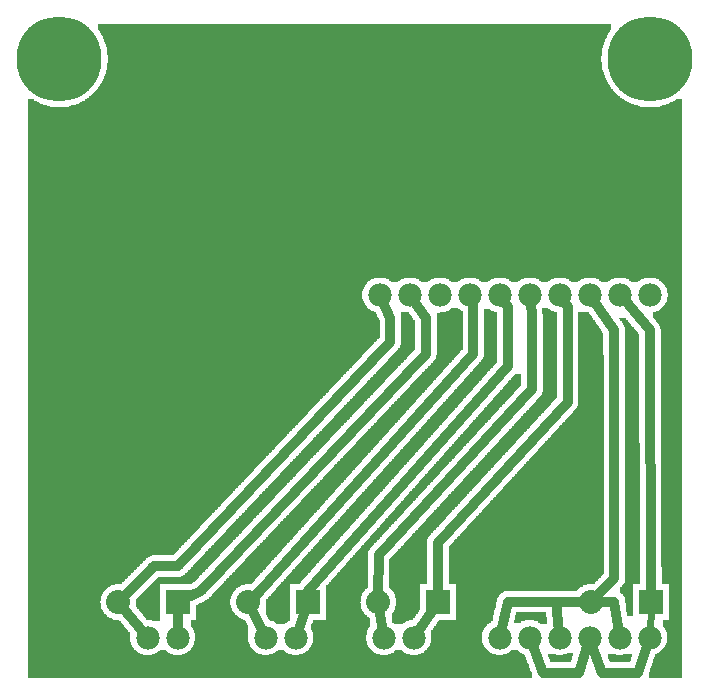
<source format=gtl>
G04 MADE WITH FRITZING*
G04 WWW.FRITZING.ORG*
G04 DOUBLE SIDED*
G04 HOLES PLATED*
G04 CONTOUR ON CENTER OF CONTOUR VECTOR*
%FSLAX26Y26*%
%MOIN*%
%ADD10C,0.075000*%
%ADD11C,0.080000*%
%ADD12C,0.283464*%
%ADD13C,0.078000*%
%ADD14R,0.080000X0.080000*%
%ADD15C,0.032000*%
%ADD16C,0.024000*%
%ADD17C,0.000100*%
%G04COPPER1*%
%FSLAX26Y26*%
%MOIN*%
D10*
X356816Y2150441D03*
X1323890Y439310D03*
D11*
X2117570Y296110D03*
X1917570Y296110D03*
X1408910Y296110D03*
X1208910Y296110D03*
X975830Y296110D03*
X775830Y296110D03*
X542767Y296110D03*
X342767Y296110D03*
D12*
X145911Y2107132D03*
X2114430Y2107132D03*
D13*
X539611Y178000D03*
X439611Y178000D03*
X933310Y178000D03*
X833310Y178000D03*
X1327020Y178000D03*
X1227020Y178000D03*
X2112900Y178020D03*
X2012900Y178020D03*
X1912900Y178020D03*
X1812900Y178020D03*
X1712900Y178020D03*
X1612900Y178020D03*
X2114420Y1319731D03*
X2014420Y1319731D03*
X1914420Y1319731D03*
X1814420Y1319731D03*
X1714420Y1319731D03*
X1614420Y1319731D03*
X1514420Y1319731D03*
X1414420Y1319731D03*
X1314420Y1319731D03*
X1214420Y1319731D03*
D14*
X2117570Y296110D03*
X1408910Y296110D03*
X975830Y296110D03*
X542767Y296110D03*
D15*
X618156Y334170D02*
X560623Y305120D01*
D02*
X1367430Y1124300D02*
X618152Y334170D01*
D02*
X1995930Y297130D02*
X1937570Y296370D01*
D02*
X1799630Y297130D02*
X1897570Y296290D01*
D02*
X1640380Y297130D02*
X1799640Y297130D01*
D02*
X1617170Y196540D02*
X1640370Y297130D01*
D02*
X1397520Y279670D02*
X1337850Y193620D01*
D02*
X1211940Y276340D02*
X1224150Y196780D01*
D02*
X462600Y415640D02*
X356928Y310230D01*
D02*
X540378Y415640D02*
X462600Y415640D01*
D02*
X973711Y334170D02*
X974723Y316080D01*
D02*
X1640380Y1082310D02*
X973711Y334160D01*
D02*
X1995930Y374910D02*
X1931680Y310290D01*
D02*
X1994920Y1203140D02*
X1995930Y374910D01*
D02*
X2010220Y196830D02*
X1995930Y297130D01*
D16*
D02*
X2113650Y197010D02*
X2116780Y276120D01*
D15*
D02*
X1249160Y1163720D02*
X540374Y415650D01*
D02*
X1799630Y297130D02*
X1810800Y196910D01*
D02*
X2113190Y1203140D02*
X2026700Y1305234D01*
D02*
X2117470Y316110D02*
X2113190Y1203150D01*
D02*
X2073710Y60090D02*
X2106910Y159990D01*
D02*
X1955190Y60090D02*
X2073710Y60090D01*
D02*
X1919310Y160140D02*
X1955190Y60090D01*
D02*
X1877410Y60090D02*
X1907420Y159820D01*
D02*
X1758890Y60090D02*
X1877410Y60090D01*
D02*
X1719800Y160320D02*
X1758890Y60090D01*
D02*
X1994920Y1203140D02*
X1925220Y1304096D01*
D02*
X1209150Y316110D02*
X1210750Y452690D01*
D02*
X1210740Y452690D02*
X1722240Y1006030D01*
D02*
X1722240Y1242570D02*
X1716340Y1300828D01*
D02*
X1722240Y1006020D02*
X1722240Y1242570D01*
D02*
X1407040Y493420D02*
X1840380Y963790D01*
D02*
X1408720Y316110D02*
X1407040Y493430D01*
D02*
X1840380Y963800D02*
X1840380Y1278614D01*
D02*
X1840380Y1278611D02*
X1824570Y1303664D01*
D02*
X1525120Y1124300D02*
X1525120Y1281988D01*
D02*
X814444Y334170D02*
X1525120Y1124300D01*
D02*
X790077Y310150D02*
X814445Y334170D01*
D02*
X1525120Y1281989D02*
X1519600Y1301450D01*
D02*
X824997Y195080D02*
X784588Y278130D01*
D02*
X1640380Y1082310D02*
X1640380Y1278608D01*
D02*
X1640380Y1278611D02*
X1624570Y1303664D01*
D02*
X939748Y195880D02*
X969061Y277290D01*
D02*
X1249160Y1242570D02*
X1222220Y1302406D01*
D02*
X1249160Y1163720D02*
X1249160Y1242570D01*
D02*
X427564Y192690D02*
X355447Y280640D01*
D02*
X1367430Y1124300D02*
X1367430Y1242570D01*
D02*
X1367430Y1242570D02*
X1325180Y1304070D01*
D02*
X540118Y196990D02*
X542231Y276120D01*
D17*
G36*
X136000Y2149780D02*
X136000Y2147780D01*
X130000Y2147780D01*
X130000Y2145780D01*
X126000Y2145780D01*
X126000Y2143780D01*
X122000Y2143780D01*
X122000Y2141780D01*
X120000Y2141780D01*
X120000Y2139780D01*
X116000Y2139780D01*
X116000Y2137780D01*
X114000Y2137780D01*
X114000Y2135780D01*
X112000Y2135780D01*
X112000Y2131780D01*
X110000Y2131780D01*
X110000Y2129780D01*
X108000Y2129780D01*
X108000Y2125780D01*
X106000Y2125780D01*
X106000Y2119780D01*
X104000Y2119780D01*
X104000Y2093780D01*
X106000Y2093780D01*
X106000Y2089780D01*
X108000Y2089780D01*
X108000Y2085780D01*
X110000Y2085780D01*
X110000Y2081780D01*
X112000Y2081780D01*
X112000Y2079780D01*
X114000Y2079780D01*
X114000Y2077780D01*
X116000Y2077780D01*
X116000Y2075780D01*
X118000Y2075780D01*
X118000Y2073780D01*
X120000Y2073780D01*
X120000Y2071780D01*
X122000Y2071780D01*
X122000Y2069780D01*
X126000Y2069780D01*
X126000Y2067780D01*
X132000Y2067780D01*
X132000Y2065780D01*
X160000Y2065780D01*
X160000Y2067780D01*
X166000Y2067780D01*
X166000Y2069780D01*
X168000Y2069780D01*
X168000Y2071780D01*
X172000Y2071780D01*
X172000Y2073780D01*
X174000Y2073780D01*
X174000Y2075780D01*
X176000Y2075780D01*
X176000Y2077780D01*
X178000Y2077780D01*
X178000Y2079780D01*
X180000Y2079780D01*
X180000Y2081780D01*
X182000Y2081780D01*
X182000Y2085780D01*
X184000Y2085780D01*
X184000Y2089780D01*
X186000Y2089780D01*
X186000Y2093780D01*
X188000Y2093780D01*
X188000Y2119780D01*
X186000Y2119780D01*
X186000Y2125780D01*
X184000Y2125780D01*
X184000Y2129780D01*
X182000Y2129780D01*
X182000Y2131780D01*
X180000Y2131780D01*
X180000Y2133780D01*
X178000Y2133780D01*
X178000Y2137780D01*
X174000Y2137780D01*
X174000Y2139780D01*
X172000Y2139780D01*
X172000Y2141780D01*
X170000Y2141780D01*
X170000Y2143780D01*
X166000Y2143780D01*
X166000Y2145780D01*
X162000Y2145780D01*
X162000Y2147780D01*
X156000Y2147780D01*
X156000Y2149780D01*
X136000Y2149780D01*
G37*
D02*
G36*
X2104000Y2149780D02*
X2104000Y2147780D01*
X2098000Y2147780D01*
X2098000Y2145780D01*
X2094000Y2145780D01*
X2094000Y2143780D01*
X2090000Y2143780D01*
X2090000Y2141780D01*
X2088000Y2141780D01*
X2088000Y2139780D01*
X2086000Y2139780D01*
X2086000Y2137780D01*
X2084000Y2137780D01*
X2084000Y2135780D01*
X2082000Y2135780D01*
X2082000Y2133780D01*
X2080000Y2133780D01*
X2080000Y2131780D01*
X2078000Y2131780D01*
X2078000Y2127780D01*
X2076000Y2127780D01*
X2076000Y2123780D01*
X2074000Y2123780D01*
X2074000Y2117780D01*
X2072000Y2117780D01*
X2072000Y2095780D01*
X2074000Y2095780D01*
X2074000Y2089780D01*
X2076000Y2089780D01*
X2076000Y2085780D01*
X2078000Y2085780D01*
X2078000Y2083780D01*
X2080000Y2083780D01*
X2080000Y2079780D01*
X2082000Y2079780D01*
X2082000Y2077780D01*
X2084000Y2077780D01*
X2084000Y2075780D01*
X2086000Y2075780D01*
X2086000Y2073780D01*
X2088000Y2073780D01*
X2088000Y2071780D01*
X2092000Y2071780D01*
X2092000Y2069780D01*
X2094000Y2069780D01*
X2094000Y2067780D01*
X2100000Y2067780D01*
X2100000Y2065780D01*
X2130000Y2065780D01*
X2130000Y2067780D01*
X2134000Y2067780D01*
X2134000Y2069780D01*
X2138000Y2069780D01*
X2138000Y2071780D01*
X2140000Y2071780D01*
X2140000Y2073780D01*
X2142000Y2073780D01*
X2142000Y2075780D01*
X2144000Y2075780D01*
X2144000Y2077780D01*
X2146000Y2077780D01*
X2146000Y2079780D01*
X2148000Y2079780D01*
X2148000Y2081780D01*
X2150000Y2081780D01*
X2150000Y2083780D01*
X2152000Y2083780D01*
X2152000Y2087780D01*
X2154000Y2087780D01*
X2154000Y2093780D01*
X2156000Y2093780D01*
X2156000Y2121780D01*
X2154000Y2121780D01*
X2154000Y2125780D01*
X2152000Y2125780D01*
X2152000Y2129780D01*
X2150000Y2129780D01*
X2150000Y2131780D01*
X2148000Y2131780D01*
X2148000Y2135780D01*
X2146000Y2135780D01*
X2146000Y2137780D01*
X2144000Y2137780D01*
X2144000Y2139780D01*
X2142000Y2139780D01*
X2142000Y2141780D01*
X2138000Y2141780D01*
X2138000Y2143780D01*
X2136000Y2143780D01*
X2136000Y2145780D01*
X2132000Y2145780D01*
X2132000Y2147780D01*
X2126000Y2147780D01*
X2126000Y2149780D01*
X2104000Y2149780D01*
G37*
D02*
G36*
X274000Y2223780D02*
X274000Y2203780D01*
X276000Y2203780D01*
X276000Y2201780D01*
X278000Y2201780D01*
X278000Y2199780D01*
X280000Y2199780D01*
X280000Y2195780D01*
X282000Y2195780D01*
X282000Y2191780D01*
X284000Y2191780D01*
X284000Y2189780D01*
X286000Y2189780D01*
X286000Y2185780D01*
X288000Y2185780D01*
X288000Y2181780D01*
X290000Y2181780D01*
X290000Y2177780D01*
X292000Y2177780D01*
X292000Y2173780D01*
X294000Y2173780D01*
X294000Y2169780D01*
X296000Y2169780D01*
X296000Y2163780D01*
X298000Y2163780D01*
X298000Y2157780D01*
X300000Y2157780D01*
X300000Y2151780D01*
X302000Y2151780D01*
X302000Y2145780D01*
X304000Y2145780D01*
X304000Y2135780D01*
X306000Y2135780D01*
X306000Y2119780D01*
X308000Y2119780D01*
X308000Y2093780D01*
X306000Y2093780D01*
X306000Y2079780D01*
X304000Y2079780D01*
X304000Y2069780D01*
X302000Y2069780D01*
X302000Y2061780D01*
X300000Y2061780D01*
X300000Y2055780D01*
X298000Y2055780D01*
X298000Y2049780D01*
X296000Y2049780D01*
X296000Y2043780D01*
X294000Y2043780D01*
X294000Y2039780D01*
X292000Y2039780D01*
X292000Y2035780D01*
X290000Y2035780D01*
X290000Y2031780D01*
X288000Y2031780D01*
X288000Y2027780D01*
X286000Y2027780D01*
X286000Y2025780D01*
X284000Y2025780D01*
X284000Y2021780D01*
X282000Y2021780D01*
X282000Y2017780D01*
X280000Y2017780D01*
X280000Y2015780D01*
X278000Y2015780D01*
X278000Y2011780D01*
X276000Y2011780D01*
X276000Y2009780D01*
X274000Y2009780D01*
X274000Y2007780D01*
X272000Y2007780D01*
X272000Y2003780D01*
X270000Y2003780D01*
X270000Y2001780D01*
X268000Y2001780D01*
X268000Y1999780D01*
X266000Y1999780D01*
X266000Y1997780D01*
X264000Y1997780D01*
X264000Y1995780D01*
X262000Y1995780D01*
X262000Y1993780D01*
X260000Y1993780D01*
X260000Y1991780D01*
X258000Y1991780D01*
X258000Y1989780D01*
X256000Y1989780D01*
X256000Y1987780D01*
X254000Y1987780D01*
X254000Y1985780D01*
X252000Y1985780D01*
X252000Y1983780D01*
X250000Y1983780D01*
X250000Y1981780D01*
X246000Y1981780D01*
X246000Y1979780D01*
X244000Y1979780D01*
X244000Y1977780D01*
X242000Y1977780D01*
X242000Y1975780D01*
X238000Y1975780D01*
X238000Y1973780D01*
X236000Y1973780D01*
X236000Y1971780D01*
X232000Y1971780D01*
X232000Y1969780D01*
X230000Y1969780D01*
X230000Y1967780D01*
X226000Y1967780D01*
X226000Y1965780D01*
X222000Y1965780D01*
X222000Y1963780D01*
X218000Y1963780D01*
X218000Y1961780D01*
X214000Y1961780D01*
X214000Y1959780D01*
X210000Y1959780D01*
X210000Y1957780D01*
X206000Y1957780D01*
X206000Y1955780D01*
X200000Y1955780D01*
X200000Y1953780D01*
X194000Y1953780D01*
X194000Y1951780D01*
X186000Y1951780D01*
X186000Y1949780D01*
X178000Y1949780D01*
X178000Y1947780D01*
X166000Y1947780D01*
X166000Y1945780D01*
X2094000Y1945780D01*
X2094000Y1947780D01*
X2082000Y1947780D01*
X2082000Y1949780D01*
X2074000Y1949780D01*
X2074000Y1951780D01*
X2066000Y1951780D01*
X2066000Y1953780D01*
X2060000Y1953780D01*
X2060000Y1955780D01*
X2056000Y1955780D01*
X2056000Y1957780D01*
X2050000Y1957780D01*
X2050000Y1959780D01*
X2046000Y1959780D01*
X2046000Y1961780D01*
X2042000Y1961780D01*
X2042000Y1963780D01*
X2038000Y1963780D01*
X2038000Y1965780D01*
X2034000Y1965780D01*
X2034000Y1967780D01*
X2032000Y1967780D01*
X2032000Y1969780D01*
X2028000Y1969780D01*
X2028000Y1971780D01*
X2024000Y1971780D01*
X2024000Y1973780D01*
X2022000Y1973780D01*
X2022000Y1975780D01*
X2020000Y1975780D01*
X2020000Y1977780D01*
X2016000Y1977780D01*
X2016000Y1979780D01*
X2014000Y1979780D01*
X2014000Y1981780D01*
X2012000Y1981780D01*
X2012000Y1983780D01*
X2008000Y1983780D01*
X2008000Y1985780D01*
X2006000Y1985780D01*
X2006000Y1987780D01*
X2004000Y1987780D01*
X2004000Y1989780D01*
X2002000Y1989780D01*
X2002000Y1991780D01*
X2000000Y1991780D01*
X2000000Y1993780D01*
X1998000Y1993780D01*
X1998000Y1995780D01*
X1996000Y1995780D01*
X1996000Y1997780D01*
X1994000Y1997780D01*
X1994000Y1999780D01*
X1992000Y1999780D01*
X1992000Y2003780D01*
X1990000Y2003780D01*
X1990000Y2005780D01*
X1988000Y2005780D01*
X1988000Y2007780D01*
X1986000Y2007780D01*
X1986000Y2009780D01*
X1984000Y2009780D01*
X1984000Y2013780D01*
X1982000Y2013780D01*
X1982000Y2015780D01*
X1980000Y2015780D01*
X1980000Y2019780D01*
X1978000Y2019780D01*
X1978000Y2021780D01*
X1976000Y2021780D01*
X1976000Y2025780D01*
X1974000Y2025780D01*
X1974000Y2029780D01*
X1972000Y2029780D01*
X1972000Y2031780D01*
X1970000Y2031780D01*
X1970000Y2037780D01*
X1968000Y2037780D01*
X1968000Y2041780D01*
X1966000Y2041780D01*
X1966000Y2045780D01*
X1964000Y2045780D01*
X1964000Y2051780D01*
X1962000Y2051780D01*
X1962000Y2055780D01*
X1960000Y2055780D01*
X1960000Y2063780D01*
X1958000Y2063780D01*
X1958000Y2069780D01*
X1956000Y2069780D01*
X1956000Y2081780D01*
X1954000Y2081780D01*
X1954000Y2097780D01*
X1952000Y2097780D01*
X1952000Y2115780D01*
X1954000Y2115780D01*
X1954000Y2133780D01*
X1956000Y2133780D01*
X1956000Y2143780D01*
X1958000Y2143780D01*
X1958000Y2151780D01*
X1960000Y2151780D01*
X1960000Y2157780D01*
X1962000Y2157780D01*
X1962000Y2163780D01*
X1964000Y2163780D01*
X1964000Y2169780D01*
X1966000Y2169780D01*
X1966000Y2173780D01*
X1968000Y2173780D01*
X1968000Y2177780D01*
X1970000Y2177780D01*
X1970000Y2181780D01*
X1972000Y2181780D01*
X1972000Y2185780D01*
X1974000Y2185780D01*
X1974000Y2187780D01*
X1976000Y2187780D01*
X1976000Y2191780D01*
X1978000Y2191780D01*
X1978000Y2195780D01*
X1980000Y2195780D01*
X1980000Y2197780D01*
X1982000Y2197780D01*
X1982000Y2201780D01*
X1984000Y2201780D01*
X1984000Y2203780D01*
X1986000Y2203780D01*
X1986000Y2223780D01*
X274000Y2223780D01*
G37*
D02*
G36*
X40000Y1971780D02*
X40000Y1945780D01*
X126000Y1945780D01*
X126000Y1947780D01*
X114000Y1947780D01*
X114000Y1949780D01*
X106000Y1949780D01*
X106000Y1951780D01*
X98000Y1951780D01*
X98000Y1953780D01*
X92000Y1953780D01*
X92000Y1955780D01*
X86000Y1955780D01*
X86000Y1957780D01*
X82000Y1957780D01*
X82000Y1959780D01*
X78000Y1959780D01*
X78000Y1961780D01*
X74000Y1961780D01*
X74000Y1963780D01*
X70000Y1963780D01*
X70000Y1965780D01*
X66000Y1965780D01*
X66000Y1967780D01*
X62000Y1967780D01*
X62000Y1969780D01*
X60000Y1969780D01*
X60000Y1971780D01*
X40000Y1971780D01*
G37*
D02*
G36*
X2202000Y1971780D02*
X2202000Y1969780D01*
X2198000Y1969780D01*
X2198000Y1967780D01*
X2194000Y1967780D01*
X2194000Y1965780D01*
X2192000Y1965780D01*
X2192000Y1963780D01*
X2186000Y1963780D01*
X2186000Y1961780D01*
X2182000Y1961780D01*
X2182000Y1959780D01*
X2178000Y1959780D01*
X2178000Y1957780D01*
X2174000Y1957780D01*
X2174000Y1955780D01*
X2168000Y1955780D01*
X2168000Y1953780D01*
X2162000Y1953780D01*
X2162000Y1951780D01*
X2154000Y1951780D01*
X2154000Y1949780D01*
X2148000Y1949780D01*
X2148000Y1947780D01*
X2134000Y1947780D01*
X2134000Y1945780D01*
X2222000Y1945780D01*
X2222000Y1971780D01*
X2202000Y1971780D01*
G37*
D02*
G36*
X40000Y1945780D02*
X40000Y1943780D01*
X2222000Y1943780D01*
X2222000Y1945780D01*
X40000Y1945780D01*
G37*
D02*
G36*
X40000Y1945780D02*
X40000Y1943780D01*
X2222000Y1943780D01*
X2222000Y1945780D01*
X40000Y1945780D01*
G37*
D02*
G36*
X40000Y1945780D02*
X40000Y1943780D01*
X2222000Y1943780D01*
X2222000Y1945780D01*
X40000Y1945780D01*
G37*
D02*
G36*
X40000Y1943780D02*
X40000Y1377780D01*
X2128000Y1377780D01*
X2128000Y1375780D01*
X2136000Y1375780D01*
X2136000Y1373780D01*
X2140000Y1373780D01*
X2140000Y1371780D01*
X2144000Y1371780D01*
X2144000Y1369780D01*
X2146000Y1369780D01*
X2146000Y1367780D01*
X2150000Y1367780D01*
X2150000Y1365780D01*
X2152000Y1365780D01*
X2152000Y1363780D01*
X2154000Y1363780D01*
X2154000Y1361780D01*
X2156000Y1361780D01*
X2156000Y1359780D01*
X2158000Y1359780D01*
X2158000Y1357780D01*
X2160000Y1357780D01*
X2160000Y1355780D01*
X2162000Y1355780D01*
X2162000Y1353780D01*
X2164000Y1353780D01*
X2164000Y1349780D01*
X2166000Y1349780D01*
X2166000Y1345780D01*
X2168000Y1345780D01*
X2168000Y1341780D01*
X2170000Y1341780D01*
X2170000Y1335780D01*
X2172000Y1335780D01*
X2172000Y1325780D01*
X2174000Y1325780D01*
X2174000Y1313780D01*
X2172000Y1313780D01*
X2172000Y1303780D01*
X2170000Y1303780D01*
X2170000Y1297780D01*
X2168000Y1297780D01*
X2168000Y1293780D01*
X2166000Y1293780D01*
X2166000Y1289780D01*
X2164000Y1289780D01*
X2164000Y1285780D01*
X2162000Y1285780D01*
X2162000Y1283780D01*
X2160000Y1283780D01*
X2160000Y1281780D01*
X2158000Y1281780D01*
X2158000Y1279780D01*
X2156000Y1279780D01*
X2156000Y1277780D01*
X2154000Y1277780D01*
X2154000Y1275780D01*
X2152000Y1275780D01*
X2152000Y1273780D01*
X2150000Y1273780D01*
X2150000Y1271780D01*
X2148000Y1271780D01*
X2148000Y1269780D01*
X2144000Y1269780D01*
X2144000Y1267780D01*
X2140000Y1267780D01*
X2140000Y1265780D01*
X2136000Y1265780D01*
X2136000Y1263780D01*
X2130000Y1263780D01*
X2130000Y1261780D01*
X2126000Y1261780D01*
X2126000Y1241780D01*
X2128000Y1241780D01*
X2128000Y1239780D01*
X2130000Y1239780D01*
X2130000Y1237780D01*
X2132000Y1237780D01*
X2132000Y1235780D01*
X2134000Y1235780D01*
X2134000Y1233780D01*
X2136000Y1233780D01*
X2136000Y1229780D01*
X2138000Y1229780D01*
X2138000Y1227780D01*
X2140000Y1227780D01*
X2140000Y1225780D01*
X2142000Y1225780D01*
X2142000Y1223780D01*
X2144000Y1223780D01*
X2144000Y1219780D01*
X2146000Y1219780D01*
X2146000Y1215780D01*
X2148000Y1215780D01*
X2148000Y1205780D01*
X2150000Y1205780D01*
X2150000Y827780D01*
X2152000Y827780D01*
X2152000Y413780D01*
X2154000Y413780D01*
X2154000Y355780D01*
X2178000Y355780D01*
X2178000Y235780D01*
X2158000Y235780D01*
X2158000Y213780D01*
X2160000Y213780D01*
X2160000Y211780D01*
X2162000Y211780D01*
X2162000Y209780D01*
X2164000Y209780D01*
X2164000Y205780D01*
X2166000Y205780D01*
X2166000Y201780D01*
X2168000Y201780D01*
X2168000Y195780D01*
X2170000Y195780D01*
X2170000Y187780D01*
X2172000Y187780D01*
X2172000Y169780D01*
X2170000Y169780D01*
X2170000Y159780D01*
X2168000Y159780D01*
X2168000Y153780D01*
X2166000Y153780D01*
X2166000Y149780D01*
X2164000Y149780D01*
X2164000Y147780D01*
X2162000Y147780D01*
X2162000Y143780D01*
X2160000Y143780D01*
X2160000Y141780D01*
X2158000Y141780D01*
X2158000Y139780D01*
X2156000Y139780D01*
X2156000Y137780D01*
X2154000Y137780D01*
X2154000Y135780D01*
X2152000Y135780D01*
X2152000Y133780D01*
X2150000Y133780D01*
X2150000Y131780D01*
X2148000Y131780D01*
X2148000Y129780D01*
X2146000Y129780D01*
X2146000Y127780D01*
X2142000Y127780D01*
X2142000Y125780D01*
X2138000Y125780D01*
X2138000Y123780D01*
X2134000Y123780D01*
X2134000Y121780D01*
X2132000Y121780D01*
X2132000Y117780D01*
X2130000Y117780D01*
X2130000Y111780D01*
X2128000Y111780D01*
X2128000Y105780D01*
X2126000Y105780D01*
X2126000Y99780D01*
X2124000Y99780D01*
X2124000Y93780D01*
X2122000Y93780D01*
X2122000Y87780D01*
X2120000Y87780D01*
X2120000Y81780D01*
X2118000Y81780D01*
X2118000Y75780D01*
X2116000Y75780D01*
X2116000Y69780D01*
X2114000Y69780D01*
X2114000Y63780D01*
X2112000Y63780D01*
X2112000Y41780D01*
X2222000Y41780D01*
X2222000Y1943780D01*
X40000Y1943780D01*
G37*
D02*
G36*
X40000Y1377780D02*
X40000Y119780D01*
X426000Y119780D01*
X426000Y121780D01*
X420000Y121780D01*
X420000Y123780D01*
X414000Y123780D01*
X414000Y125780D01*
X410000Y125780D01*
X410000Y127780D01*
X408000Y127780D01*
X408000Y129780D01*
X404000Y129780D01*
X404000Y131780D01*
X402000Y131780D01*
X402000Y133780D01*
X400000Y133780D01*
X400000Y135780D01*
X398000Y135780D01*
X398000Y137780D01*
X396000Y137780D01*
X396000Y139780D01*
X394000Y139780D01*
X394000Y141780D01*
X392000Y141780D01*
X392000Y145780D01*
X390000Y145780D01*
X390000Y147780D01*
X388000Y147780D01*
X388000Y151780D01*
X386000Y151780D01*
X386000Y155780D01*
X384000Y155780D01*
X384000Y161780D01*
X382000Y161780D01*
X382000Y171780D01*
X380000Y171780D01*
X380000Y195780D01*
X378000Y195780D01*
X378000Y197780D01*
X376000Y197780D01*
X376000Y199780D01*
X374000Y199780D01*
X374000Y201780D01*
X372000Y201780D01*
X372000Y205780D01*
X370000Y205780D01*
X370000Y207780D01*
X368000Y207780D01*
X368000Y209780D01*
X366000Y209780D01*
X366000Y211780D01*
X364000Y211780D01*
X364000Y213780D01*
X362000Y213780D01*
X362000Y217780D01*
X360000Y217780D01*
X360000Y219780D01*
X358000Y219780D01*
X358000Y221780D01*
X356000Y221780D01*
X356000Y223780D01*
X354000Y223780D01*
X354000Y227780D01*
X352000Y227780D01*
X352000Y229780D01*
X350000Y229780D01*
X350000Y231780D01*
X348000Y231780D01*
X348000Y233780D01*
X346000Y233780D01*
X346000Y235780D01*
X336000Y235780D01*
X336000Y237780D01*
X326000Y237780D01*
X326000Y239780D01*
X320000Y239780D01*
X320000Y241780D01*
X316000Y241780D01*
X316000Y243780D01*
X312000Y243780D01*
X312000Y245780D01*
X308000Y245780D01*
X308000Y247780D01*
X306000Y247780D01*
X306000Y249780D01*
X304000Y249780D01*
X304000Y251780D01*
X302000Y251780D01*
X302000Y253780D01*
X300000Y253780D01*
X300000Y255780D01*
X298000Y255780D01*
X298000Y257780D01*
X296000Y257780D01*
X296000Y259780D01*
X294000Y259780D01*
X294000Y263780D01*
X292000Y263780D01*
X292000Y265780D01*
X290000Y265780D01*
X290000Y269780D01*
X288000Y269780D01*
X288000Y273780D01*
X286000Y273780D01*
X286000Y279780D01*
X284000Y279780D01*
X284000Y291780D01*
X282000Y291780D01*
X282000Y299780D01*
X284000Y299780D01*
X284000Y311780D01*
X286000Y311780D01*
X286000Y317780D01*
X288000Y317780D01*
X288000Y321780D01*
X290000Y321780D01*
X290000Y325780D01*
X292000Y325780D01*
X292000Y329780D01*
X294000Y329780D01*
X294000Y331780D01*
X296000Y331780D01*
X296000Y333780D01*
X298000Y333780D01*
X298000Y337780D01*
X300000Y337780D01*
X300000Y339780D01*
X304000Y339780D01*
X304000Y341780D01*
X306000Y341780D01*
X306000Y343780D01*
X308000Y343780D01*
X308000Y345780D01*
X310000Y345780D01*
X310000Y347780D01*
X314000Y347780D01*
X314000Y349780D01*
X318000Y349780D01*
X318000Y351780D01*
X324000Y351780D01*
X324000Y353780D01*
X330000Y353780D01*
X330000Y355780D01*
X352000Y355780D01*
X352000Y357780D01*
X354000Y357780D01*
X354000Y359780D01*
X356000Y359780D01*
X356000Y361780D01*
X358000Y361780D01*
X358000Y363780D01*
X360000Y363780D01*
X360000Y365780D01*
X362000Y365780D01*
X362000Y367780D01*
X364000Y367780D01*
X364000Y369780D01*
X366000Y369780D01*
X366000Y371780D01*
X368000Y371780D01*
X368000Y373780D01*
X370000Y373780D01*
X370000Y375780D01*
X372000Y375780D01*
X372000Y377780D01*
X374000Y377780D01*
X374000Y379780D01*
X376000Y379780D01*
X376000Y381780D01*
X378000Y381780D01*
X378000Y383780D01*
X380000Y383780D01*
X380000Y385780D01*
X382000Y385780D01*
X382000Y387780D01*
X384000Y387780D01*
X384000Y389780D01*
X386000Y389780D01*
X386000Y391780D01*
X388000Y391780D01*
X388000Y393780D01*
X390000Y393780D01*
X390000Y395780D01*
X392000Y395780D01*
X392000Y397780D01*
X394000Y397780D01*
X394000Y399780D01*
X396000Y399780D01*
X396000Y401780D01*
X398000Y401780D01*
X398000Y403780D01*
X400000Y403780D01*
X400000Y405780D01*
X402000Y405780D01*
X402000Y407780D01*
X404000Y407780D01*
X404000Y409780D01*
X406000Y409780D01*
X406000Y411780D01*
X408000Y411780D01*
X408000Y413780D01*
X410000Y413780D01*
X410000Y415780D01*
X412000Y415780D01*
X412000Y417780D01*
X414000Y417780D01*
X414000Y419780D01*
X416000Y419780D01*
X416000Y421780D01*
X418000Y421780D01*
X418000Y423780D01*
X420000Y423780D01*
X420000Y425780D01*
X422000Y425780D01*
X422000Y427780D01*
X424000Y427780D01*
X424000Y429780D01*
X426000Y429780D01*
X426000Y431780D01*
X428000Y431780D01*
X428000Y433780D01*
X430000Y433780D01*
X430000Y435780D01*
X432000Y435780D01*
X432000Y437780D01*
X434000Y437780D01*
X434000Y439780D01*
X436000Y439780D01*
X436000Y441780D01*
X440000Y441780D01*
X440000Y443780D01*
X442000Y443780D01*
X442000Y445780D01*
X444000Y445780D01*
X444000Y447780D01*
X448000Y447780D01*
X448000Y449780D01*
X454000Y449780D01*
X454000Y451780D01*
X526000Y451780D01*
X526000Y453780D01*
X528000Y453780D01*
X528000Y455780D01*
X530000Y455780D01*
X530000Y457780D01*
X532000Y457780D01*
X532000Y459780D01*
X534000Y459780D01*
X534000Y461780D01*
X536000Y461780D01*
X536000Y463780D01*
X538000Y463780D01*
X538000Y465780D01*
X540000Y465780D01*
X540000Y467780D01*
X542000Y467780D01*
X542000Y469780D01*
X544000Y469780D01*
X544000Y473780D01*
X546000Y473780D01*
X546000Y475780D01*
X548000Y475780D01*
X548000Y477780D01*
X550000Y477780D01*
X550000Y479780D01*
X552000Y479780D01*
X552000Y481780D01*
X554000Y481780D01*
X554000Y483780D01*
X556000Y483780D01*
X556000Y485780D01*
X558000Y485780D01*
X558000Y487780D01*
X560000Y487780D01*
X560000Y489780D01*
X562000Y489780D01*
X562000Y491780D01*
X564000Y491780D01*
X564000Y493780D01*
X566000Y493780D01*
X566000Y495780D01*
X568000Y495780D01*
X568000Y497780D01*
X570000Y497780D01*
X570000Y499780D01*
X572000Y499780D01*
X572000Y501780D01*
X574000Y501780D01*
X574000Y503780D01*
X576000Y503780D01*
X576000Y505780D01*
X578000Y505780D01*
X578000Y507780D01*
X580000Y507780D01*
X580000Y511780D01*
X582000Y511780D01*
X582000Y513780D01*
X584000Y513780D01*
X584000Y515780D01*
X586000Y515780D01*
X586000Y517780D01*
X588000Y517780D01*
X588000Y519780D01*
X590000Y519780D01*
X590000Y521780D01*
X592000Y521780D01*
X592000Y523780D01*
X594000Y523780D01*
X594000Y525780D01*
X596000Y525780D01*
X596000Y527780D01*
X598000Y527780D01*
X598000Y529780D01*
X600000Y529780D01*
X600000Y531780D01*
X602000Y531780D01*
X602000Y533780D01*
X604000Y533780D01*
X604000Y535780D01*
X606000Y535780D01*
X606000Y537780D01*
X608000Y537780D01*
X608000Y539780D01*
X610000Y539780D01*
X610000Y541780D01*
X612000Y541780D01*
X612000Y543780D01*
X614000Y543780D01*
X614000Y545780D01*
X616000Y545780D01*
X616000Y549780D01*
X618000Y549780D01*
X618000Y551780D01*
X620000Y551780D01*
X620000Y553780D01*
X622000Y553780D01*
X622000Y555780D01*
X624000Y555780D01*
X624000Y557780D01*
X626000Y557780D01*
X626000Y559780D01*
X628000Y559780D01*
X628000Y561780D01*
X630000Y561780D01*
X630000Y563780D01*
X632000Y563780D01*
X632000Y565780D01*
X634000Y565780D01*
X634000Y567780D01*
X636000Y567780D01*
X636000Y569780D01*
X638000Y569780D01*
X638000Y571780D01*
X640000Y571780D01*
X640000Y573780D01*
X642000Y573780D01*
X642000Y575780D01*
X644000Y575780D01*
X644000Y577780D01*
X646000Y577780D01*
X646000Y579780D01*
X648000Y579780D01*
X648000Y581780D01*
X650000Y581780D01*
X650000Y583780D01*
X652000Y583780D01*
X652000Y587780D01*
X654000Y587780D01*
X654000Y589780D01*
X656000Y589780D01*
X656000Y591780D01*
X658000Y591780D01*
X658000Y593780D01*
X660000Y593780D01*
X660000Y595780D01*
X662000Y595780D01*
X662000Y597780D01*
X664000Y597780D01*
X664000Y599780D01*
X666000Y599780D01*
X666000Y601780D01*
X668000Y601780D01*
X668000Y603780D01*
X670000Y603780D01*
X670000Y605780D01*
X672000Y605780D01*
X672000Y607780D01*
X674000Y607780D01*
X674000Y609780D01*
X676000Y609780D01*
X676000Y611780D01*
X678000Y611780D01*
X678000Y613780D01*
X680000Y613780D01*
X680000Y615780D01*
X682000Y615780D01*
X682000Y617780D01*
X684000Y617780D01*
X684000Y619780D01*
X686000Y619780D01*
X686000Y621780D01*
X688000Y621780D01*
X688000Y625780D01*
X690000Y625780D01*
X690000Y627780D01*
X692000Y627780D01*
X692000Y629780D01*
X694000Y629780D01*
X694000Y631780D01*
X696000Y631780D01*
X696000Y633780D01*
X698000Y633780D01*
X698000Y635780D01*
X700000Y635780D01*
X700000Y637780D01*
X702000Y637780D01*
X702000Y639780D01*
X704000Y639780D01*
X704000Y641780D01*
X706000Y641780D01*
X706000Y643780D01*
X708000Y643780D01*
X708000Y645780D01*
X710000Y645780D01*
X710000Y647780D01*
X712000Y647780D01*
X712000Y649780D01*
X714000Y649780D01*
X714000Y651780D01*
X716000Y651780D01*
X716000Y653780D01*
X718000Y653780D01*
X718000Y655780D01*
X720000Y655780D01*
X720000Y657780D01*
X722000Y657780D01*
X722000Y659780D01*
X724000Y659780D01*
X724000Y663780D01*
X726000Y663780D01*
X726000Y665780D01*
X728000Y665780D01*
X728000Y667780D01*
X730000Y667780D01*
X730000Y669780D01*
X732000Y669780D01*
X732000Y671780D01*
X734000Y671780D01*
X734000Y673780D01*
X736000Y673780D01*
X736000Y675780D01*
X738000Y675780D01*
X738000Y677780D01*
X740000Y677780D01*
X740000Y679780D01*
X742000Y679780D01*
X742000Y681780D01*
X744000Y681780D01*
X744000Y683780D01*
X746000Y683780D01*
X746000Y685780D01*
X748000Y685780D01*
X748000Y687780D01*
X750000Y687780D01*
X750000Y689780D01*
X752000Y689780D01*
X752000Y691780D01*
X754000Y691780D01*
X754000Y693780D01*
X756000Y693780D01*
X756000Y695780D01*
X758000Y695780D01*
X758000Y697780D01*
X760000Y697780D01*
X760000Y701780D01*
X762000Y701780D01*
X762000Y703780D01*
X764000Y703780D01*
X764000Y705780D01*
X766000Y705780D01*
X766000Y707780D01*
X768000Y707780D01*
X768000Y709780D01*
X770000Y709780D01*
X770000Y711780D01*
X772000Y711780D01*
X772000Y713780D01*
X774000Y713780D01*
X774000Y715780D01*
X776000Y715780D01*
X776000Y717780D01*
X778000Y717780D01*
X778000Y719780D01*
X780000Y719780D01*
X780000Y721780D01*
X782000Y721780D01*
X782000Y723780D01*
X784000Y723780D01*
X784000Y725780D01*
X786000Y725780D01*
X786000Y727780D01*
X788000Y727780D01*
X788000Y729780D01*
X790000Y729780D01*
X790000Y731780D01*
X792000Y731780D01*
X792000Y733780D01*
X794000Y733780D01*
X794000Y735780D01*
X796000Y735780D01*
X796000Y739780D01*
X798000Y739780D01*
X798000Y741780D01*
X800000Y741780D01*
X800000Y743780D01*
X802000Y743780D01*
X802000Y745780D01*
X804000Y745780D01*
X804000Y747780D01*
X806000Y747780D01*
X806000Y749780D01*
X808000Y749780D01*
X808000Y751780D01*
X810000Y751780D01*
X810000Y753780D01*
X812000Y753780D01*
X812000Y755780D01*
X814000Y755780D01*
X814000Y757780D01*
X816000Y757780D01*
X816000Y759780D01*
X818000Y759780D01*
X818000Y761780D01*
X820000Y761780D01*
X820000Y763780D01*
X822000Y763780D01*
X822000Y765780D01*
X824000Y765780D01*
X824000Y767780D01*
X826000Y767780D01*
X826000Y769780D01*
X828000Y769780D01*
X828000Y771780D01*
X830000Y771780D01*
X830000Y773780D01*
X832000Y773780D01*
X832000Y777780D01*
X834000Y777780D01*
X834000Y779780D01*
X836000Y779780D01*
X836000Y781780D01*
X838000Y781780D01*
X838000Y783780D01*
X840000Y783780D01*
X840000Y785780D01*
X842000Y785780D01*
X842000Y787780D01*
X844000Y787780D01*
X844000Y789780D01*
X846000Y789780D01*
X846000Y791780D01*
X848000Y791780D01*
X848000Y793780D01*
X850000Y793780D01*
X850000Y795780D01*
X852000Y795780D01*
X852000Y797780D01*
X854000Y797780D01*
X854000Y799780D01*
X856000Y799780D01*
X856000Y801780D01*
X858000Y801780D01*
X858000Y803780D01*
X860000Y803780D01*
X860000Y805780D01*
X862000Y805780D01*
X862000Y807780D01*
X864000Y807780D01*
X864000Y809780D01*
X866000Y809780D01*
X866000Y811780D01*
X868000Y811780D01*
X868000Y815780D01*
X870000Y815780D01*
X870000Y817780D01*
X872000Y817780D01*
X872000Y819780D01*
X874000Y819780D01*
X874000Y821780D01*
X876000Y821780D01*
X876000Y823780D01*
X878000Y823780D01*
X878000Y825780D01*
X880000Y825780D01*
X880000Y827780D01*
X882000Y827780D01*
X882000Y829780D01*
X884000Y829780D01*
X884000Y831780D01*
X886000Y831780D01*
X886000Y833780D01*
X888000Y833780D01*
X888000Y835780D01*
X890000Y835780D01*
X890000Y837780D01*
X892000Y837780D01*
X892000Y839780D01*
X894000Y839780D01*
X894000Y841780D01*
X896000Y841780D01*
X896000Y843780D01*
X898000Y843780D01*
X898000Y845780D01*
X900000Y845780D01*
X900000Y847780D01*
X902000Y847780D01*
X902000Y849780D01*
X904000Y849780D01*
X904000Y853780D01*
X906000Y853780D01*
X906000Y855780D01*
X908000Y855780D01*
X908000Y857780D01*
X910000Y857780D01*
X910000Y859780D01*
X912000Y859780D01*
X912000Y861780D01*
X914000Y861780D01*
X914000Y863780D01*
X916000Y863780D01*
X916000Y865780D01*
X918000Y865780D01*
X918000Y867780D01*
X920000Y867780D01*
X920000Y869780D01*
X922000Y869780D01*
X922000Y871780D01*
X924000Y871780D01*
X924000Y873780D01*
X926000Y873780D01*
X926000Y875780D01*
X928000Y875780D01*
X928000Y877780D01*
X930000Y877780D01*
X930000Y879780D01*
X932000Y879780D01*
X932000Y881780D01*
X934000Y881780D01*
X934000Y883780D01*
X936000Y883780D01*
X936000Y885780D01*
X938000Y885780D01*
X938000Y887780D01*
X940000Y887780D01*
X940000Y891780D01*
X942000Y891780D01*
X942000Y893780D01*
X944000Y893780D01*
X944000Y895780D01*
X946000Y895780D01*
X946000Y897780D01*
X948000Y897780D01*
X948000Y899780D01*
X950000Y899780D01*
X950000Y901780D01*
X952000Y901780D01*
X952000Y903780D01*
X954000Y903780D01*
X954000Y905780D01*
X956000Y905780D01*
X956000Y907780D01*
X958000Y907780D01*
X958000Y909780D01*
X960000Y909780D01*
X960000Y911780D01*
X962000Y911780D01*
X962000Y913780D01*
X964000Y913780D01*
X964000Y915780D01*
X966000Y915780D01*
X966000Y917780D01*
X968000Y917780D01*
X968000Y919780D01*
X970000Y919780D01*
X970000Y921780D01*
X972000Y921780D01*
X972000Y923780D01*
X974000Y923780D01*
X974000Y925780D01*
X976000Y925780D01*
X976000Y929780D01*
X978000Y929780D01*
X978000Y931780D01*
X980000Y931780D01*
X980000Y933780D01*
X982000Y933780D01*
X982000Y935780D01*
X984000Y935780D01*
X984000Y937780D01*
X986000Y937780D01*
X986000Y939780D01*
X988000Y939780D01*
X988000Y941780D01*
X990000Y941780D01*
X990000Y943780D01*
X992000Y943780D01*
X992000Y945780D01*
X994000Y945780D01*
X994000Y947780D01*
X996000Y947780D01*
X996000Y949780D01*
X998000Y949780D01*
X998000Y951780D01*
X1000000Y951780D01*
X1000000Y953780D01*
X1002000Y953780D01*
X1002000Y955780D01*
X1004000Y955780D01*
X1004000Y957780D01*
X1006000Y957780D01*
X1006000Y959780D01*
X1008000Y959780D01*
X1008000Y961780D01*
X1010000Y961780D01*
X1010000Y963780D01*
X1012000Y963780D01*
X1012000Y967780D01*
X1014000Y967780D01*
X1014000Y969780D01*
X1016000Y969780D01*
X1016000Y971780D01*
X1018000Y971780D01*
X1018000Y973780D01*
X1020000Y973780D01*
X1020000Y975780D01*
X1022000Y975780D01*
X1022000Y977780D01*
X1024000Y977780D01*
X1024000Y979780D01*
X1026000Y979780D01*
X1026000Y981780D01*
X1028000Y981780D01*
X1028000Y983780D01*
X1030000Y983780D01*
X1030000Y985780D01*
X1032000Y985780D01*
X1032000Y987780D01*
X1034000Y987780D01*
X1034000Y989780D01*
X1036000Y989780D01*
X1036000Y991780D01*
X1038000Y991780D01*
X1038000Y993780D01*
X1040000Y993780D01*
X1040000Y995780D01*
X1042000Y995780D01*
X1042000Y997780D01*
X1044000Y997780D01*
X1044000Y999780D01*
X1046000Y999780D01*
X1046000Y1001780D01*
X1048000Y1001780D01*
X1048000Y1005780D01*
X1050000Y1005780D01*
X1050000Y1007780D01*
X1052000Y1007780D01*
X1052000Y1009780D01*
X1054000Y1009780D01*
X1054000Y1011780D01*
X1056000Y1011780D01*
X1056000Y1013780D01*
X1058000Y1013780D01*
X1058000Y1015780D01*
X1060000Y1015780D01*
X1060000Y1017780D01*
X1062000Y1017780D01*
X1062000Y1019780D01*
X1064000Y1019780D01*
X1064000Y1021780D01*
X1066000Y1021780D01*
X1066000Y1023780D01*
X1068000Y1023780D01*
X1068000Y1025780D01*
X1070000Y1025780D01*
X1070000Y1027780D01*
X1072000Y1027780D01*
X1072000Y1029780D01*
X1074000Y1029780D01*
X1074000Y1031780D01*
X1076000Y1031780D01*
X1076000Y1033780D01*
X1078000Y1033780D01*
X1078000Y1035780D01*
X1080000Y1035780D01*
X1080000Y1037780D01*
X1082000Y1037780D01*
X1082000Y1039780D01*
X1084000Y1039780D01*
X1084000Y1043780D01*
X1086000Y1043780D01*
X1086000Y1045780D01*
X1088000Y1045780D01*
X1088000Y1047780D01*
X1090000Y1047780D01*
X1090000Y1049780D01*
X1092000Y1049780D01*
X1092000Y1051780D01*
X1094000Y1051780D01*
X1094000Y1053780D01*
X1096000Y1053780D01*
X1096000Y1055780D01*
X1098000Y1055780D01*
X1098000Y1057780D01*
X1100000Y1057780D01*
X1100000Y1059780D01*
X1102000Y1059780D01*
X1102000Y1061780D01*
X1104000Y1061780D01*
X1104000Y1063780D01*
X1106000Y1063780D01*
X1106000Y1065780D01*
X1108000Y1065780D01*
X1108000Y1067780D01*
X1110000Y1067780D01*
X1110000Y1069780D01*
X1112000Y1069780D01*
X1112000Y1071780D01*
X1114000Y1071780D01*
X1114000Y1073780D01*
X1116000Y1073780D01*
X1116000Y1075780D01*
X1118000Y1075780D01*
X1118000Y1077780D01*
X1120000Y1077780D01*
X1120000Y1081780D01*
X1122000Y1081780D01*
X1122000Y1083780D01*
X1124000Y1083780D01*
X1124000Y1085780D01*
X1126000Y1085780D01*
X1126000Y1087780D01*
X1128000Y1087780D01*
X1128000Y1089780D01*
X1130000Y1089780D01*
X1130000Y1091780D01*
X1132000Y1091780D01*
X1132000Y1093780D01*
X1134000Y1093780D01*
X1134000Y1095780D01*
X1136000Y1095780D01*
X1136000Y1097780D01*
X1138000Y1097780D01*
X1138000Y1099780D01*
X1140000Y1099780D01*
X1140000Y1101780D01*
X1142000Y1101780D01*
X1142000Y1103780D01*
X1144000Y1103780D01*
X1144000Y1105780D01*
X1146000Y1105780D01*
X1146000Y1107780D01*
X1148000Y1107780D01*
X1148000Y1109780D01*
X1150000Y1109780D01*
X1150000Y1111780D01*
X1152000Y1111780D01*
X1152000Y1113780D01*
X1154000Y1113780D01*
X1154000Y1115780D01*
X1156000Y1115780D01*
X1156000Y1119780D01*
X1158000Y1119780D01*
X1158000Y1121780D01*
X1160000Y1121780D01*
X1160000Y1123780D01*
X1162000Y1123780D01*
X1162000Y1125780D01*
X1164000Y1125780D01*
X1164000Y1127780D01*
X1166000Y1127780D01*
X1166000Y1129780D01*
X1168000Y1129780D01*
X1168000Y1131780D01*
X1170000Y1131780D01*
X1170000Y1133780D01*
X1172000Y1133780D01*
X1172000Y1135780D01*
X1174000Y1135780D01*
X1174000Y1137780D01*
X1176000Y1137780D01*
X1176000Y1139780D01*
X1178000Y1139780D01*
X1178000Y1141780D01*
X1180000Y1141780D01*
X1180000Y1143780D01*
X1182000Y1143780D01*
X1182000Y1145780D01*
X1184000Y1145780D01*
X1184000Y1147780D01*
X1186000Y1147780D01*
X1186000Y1149780D01*
X1188000Y1149780D01*
X1188000Y1151780D01*
X1190000Y1151780D01*
X1190000Y1153780D01*
X1192000Y1153780D01*
X1192000Y1157780D01*
X1194000Y1157780D01*
X1194000Y1159780D01*
X1196000Y1159780D01*
X1196000Y1161780D01*
X1198000Y1161780D01*
X1198000Y1163780D01*
X1200000Y1163780D01*
X1200000Y1165780D01*
X1202000Y1165780D01*
X1202000Y1167780D01*
X1204000Y1167780D01*
X1204000Y1169780D01*
X1206000Y1169780D01*
X1206000Y1171780D01*
X1208000Y1171780D01*
X1208000Y1173780D01*
X1210000Y1173780D01*
X1210000Y1175780D01*
X1212000Y1175780D01*
X1212000Y1177780D01*
X1214000Y1177780D01*
X1214000Y1235780D01*
X1212000Y1235780D01*
X1212000Y1239780D01*
X1210000Y1239780D01*
X1210000Y1243780D01*
X1208000Y1243780D01*
X1208000Y1247780D01*
X1206000Y1247780D01*
X1206000Y1253780D01*
X1204000Y1253780D01*
X1204000Y1257780D01*
X1202000Y1257780D01*
X1202000Y1261780D01*
X1200000Y1261780D01*
X1200000Y1263780D01*
X1194000Y1263780D01*
X1194000Y1265780D01*
X1188000Y1265780D01*
X1188000Y1267780D01*
X1184000Y1267780D01*
X1184000Y1269780D01*
X1182000Y1269780D01*
X1182000Y1271780D01*
X1180000Y1271780D01*
X1180000Y1273780D01*
X1176000Y1273780D01*
X1176000Y1275780D01*
X1174000Y1275780D01*
X1174000Y1277780D01*
X1172000Y1277780D01*
X1172000Y1279780D01*
X1170000Y1279780D01*
X1170000Y1281780D01*
X1168000Y1281780D01*
X1168000Y1285780D01*
X1166000Y1285780D01*
X1166000Y1287780D01*
X1164000Y1287780D01*
X1164000Y1291780D01*
X1162000Y1291780D01*
X1162000Y1295780D01*
X1160000Y1295780D01*
X1160000Y1299780D01*
X1158000Y1299780D01*
X1158000Y1307780D01*
X1156000Y1307780D01*
X1156000Y1331780D01*
X1158000Y1331780D01*
X1158000Y1339780D01*
X1160000Y1339780D01*
X1160000Y1343780D01*
X1162000Y1343780D01*
X1162000Y1347780D01*
X1164000Y1347780D01*
X1164000Y1351780D01*
X1166000Y1351780D01*
X1166000Y1353780D01*
X1168000Y1353780D01*
X1168000Y1357780D01*
X1170000Y1357780D01*
X1170000Y1359780D01*
X1172000Y1359780D01*
X1172000Y1361780D01*
X1174000Y1361780D01*
X1174000Y1363780D01*
X1176000Y1363780D01*
X1176000Y1365780D01*
X1180000Y1365780D01*
X1180000Y1367780D01*
X1182000Y1367780D01*
X1182000Y1369780D01*
X1186000Y1369780D01*
X1186000Y1371780D01*
X1188000Y1371780D01*
X1188000Y1373780D01*
X1194000Y1373780D01*
X1194000Y1375780D01*
X1200000Y1375780D01*
X1200000Y1377780D01*
X40000Y1377780D01*
G37*
D02*
G36*
X1228000Y1377780D02*
X1228000Y1375780D01*
X1236000Y1375780D01*
X1236000Y1373780D01*
X1240000Y1373780D01*
X1240000Y1371780D01*
X1244000Y1371780D01*
X1244000Y1369780D01*
X1246000Y1369780D01*
X1246000Y1367780D01*
X1250000Y1367780D01*
X1250000Y1365780D01*
X1252000Y1365780D01*
X1252000Y1363780D01*
X1254000Y1363780D01*
X1254000Y1361780D01*
X1274000Y1361780D01*
X1274000Y1363780D01*
X1276000Y1363780D01*
X1276000Y1365780D01*
X1280000Y1365780D01*
X1280000Y1367780D01*
X1282000Y1367780D01*
X1282000Y1369780D01*
X1286000Y1369780D01*
X1286000Y1371780D01*
X1288000Y1371780D01*
X1288000Y1373780D01*
X1294000Y1373780D01*
X1294000Y1375780D01*
X1300000Y1375780D01*
X1300000Y1377780D01*
X1228000Y1377780D01*
G37*
D02*
G36*
X1328000Y1377780D02*
X1328000Y1375780D01*
X1336000Y1375780D01*
X1336000Y1373780D01*
X1340000Y1373780D01*
X1340000Y1371780D01*
X1344000Y1371780D01*
X1344000Y1369780D01*
X1346000Y1369780D01*
X1346000Y1367780D01*
X1350000Y1367780D01*
X1350000Y1365780D01*
X1352000Y1365780D01*
X1352000Y1363780D01*
X1354000Y1363780D01*
X1354000Y1361780D01*
X1374000Y1361780D01*
X1374000Y1363780D01*
X1376000Y1363780D01*
X1376000Y1365780D01*
X1380000Y1365780D01*
X1380000Y1367780D01*
X1382000Y1367780D01*
X1382000Y1369780D01*
X1386000Y1369780D01*
X1386000Y1371780D01*
X1388000Y1371780D01*
X1388000Y1373780D01*
X1394000Y1373780D01*
X1394000Y1375780D01*
X1400000Y1375780D01*
X1400000Y1377780D01*
X1328000Y1377780D01*
G37*
D02*
G36*
X1428000Y1377780D02*
X1428000Y1375780D01*
X1436000Y1375780D01*
X1436000Y1373780D01*
X1440000Y1373780D01*
X1440000Y1371780D01*
X1444000Y1371780D01*
X1444000Y1369780D01*
X1446000Y1369780D01*
X1446000Y1367780D01*
X1450000Y1367780D01*
X1450000Y1365780D01*
X1452000Y1365780D01*
X1452000Y1363780D01*
X1454000Y1363780D01*
X1454000Y1361780D01*
X1474000Y1361780D01*
X1474000Y1363780D01*
X1476000Y1363780D01*
X1476000Y1365780D01*
X1480000Y1365780D01*
X1480000Y1367780D01*
X1482000Y1367780D01*
X1482000Y1369780D01*
X1486000Y1369780D01*
X1486000Y1371780D01*
X1488000Y1371780D01*
X1488000Y1373780D01*
X1494000Y1373780D01*
X1494000Y1375780D01*
X1500000Y1375780D01*
X1500000Y1377780D01*
X1428000Y1377780D01*
G37*
D02*
G36*
X1528000Y1377780D02*
X1528000Y1375780D01*
X1536000Y1375780D01*
X1536000Y1373780D01*
X1540000Y1373780D01*
X1540000Y1371780D01*
X1544000Y1371780D01*
X1544000Y1369780D01*
X1546000Y1369780D01*
X1546000Y1367780D01*
X1550000Y1367780D01*
X1550000Y1365780D01*
X1552000Y1365780D01*
X1552000Y1363780D01*
X1554000Y1363780D01*
X1554000Y1361780D01*
X1574000Y1361780D01*
X1574000Y1363780D01*
X1576000Y1363780D01*
X1576000Y1365780D01*
X1580000Y1365780D01*
X1580000Y1367780D01*
X1582000Y1367780D01*
X1582000Y1369780D01*
X1586000Y1369780D01*
X1586000Y1371780D01*
X1588000Y1371780D01*
X1588000Y1373780D01*
X1594000Y1373780D01*
X1594000Y1375780D01*
X1600000Y1375780D01*
X1600000Y1377780D01*
X1528000Y1377780D01*
G37*
D02*
G36*
X1628000Y1377780D02*
X1628000Y1375780D01*
X1636000Y1375780D01*
X1636000Y1373780D01*
X1640000Y1373780D01*
X1640000Y1371780D01*
X1644000Y1371780D01*
X1644000Y1369780D01*
X1646000Y1369780D01*
X1646000Y1367780D01*
X1650000Y1367780D01*
X1650000Y1365780D01*
X1652000Y1365780D01*
X1652000Y1363780D01*
X1654000Y1363780D01*
X1654000Y1361780D01*
X1674000Y1361780D01*
X1674000Y1363780D01*
X1676000Y1363780D01*
X1676000Y1365780D01*
X1680000Y1365780D01*
X1680000Y1367780D01*
X1682000Y1367780D01*
X1682000Y1369780D01*
X1686000Y1369780D01*
X1686000Y1371780D01*
X1688000Y1371780D01*
X1688000Y1373780D01*
X1694000Y1373780D01*
X1694000Y1375780D01*
X1700000Y1375780D01*
X1700000Y1377780D01*
X1628000Y1377780D01*
G37*
D02*
G36*
X1728000Y1377780D02*
X1728000Y1375780D01*
X1736000Y1375780D01*
X1736000Y1373780D01*
X1740000Y1373780D01*
X1740000Y1371780D01*
X1744000Y1371780D01*
X1744000Y1369780D01*
X1746000Y1369780D01*
X1746000Y1367780D01*
X1750000Y1367780D01*
X1750000Y1365780D01*
X1752000Y1365780D01*
X1752000Y1363780D01*
X1754000Y1363780D01*
X1754000Y1361780D01*
X1774000Y1361780D01*
X1774000Y1363780D01*
X1776000Y1363780D01*
X1776000Y1365780D01*
X1780000Y1365780D01*
X1780000Y1367780D01*
X1782000Y1367780D01*
X1782000Y1369780D01*
X1786000Y1369780D01*
X1786000Y1371780D01*
X1788000Y1371780D01*
X1788000Y1373780D01*
X1794000Y1373780D01*
X1794000Y1375780D01*
X1800000Y1375780D01*
X1800000Y1377780D01*
X1728000Y1377780D01*
G37*
D02*
G36*
X1828000Y1377780D02*
X1828000Y1375780D01*
X1836000Y1375780D01*
X1836000Y1373780D01*
X1840000Y1373780D01*
X1840000Y1371780D01*
X1844000Y1371780D01*
X1844000Y1369780D01*
X1846000Y1369780D01*
X1846000Y1367780D01*
X1850000Y1367780D01*
X1850000Y1365780D01*
X1852000Y1365780D01*
X1852000Y1363780D01*
X1854000Y1363780D01*
X1854000Y1361780D01*
X1874000Y1361780D01*
X1874000Y1363780D01*
X1876000Y1363780D01*
X1876000Y1365780D01*
X1880000Y1365780D01*
X1880000Y1367780D01*
X1882000Y1367780D01*
X1882000Y1369780D01*
X1886000Y1369780D01*
X1886000Y1371780D01*
X1888000Y1371780D01*
X1888000Y1373780D01*
X1894000Y1373780D01*
X1894000Y1375780D01*
X1900000Y1375780D01*
X1900000Y1377780D01*
X1828000Y1377780D01*
G37*
D02*
G36*
X1928000Y1377780D02*
X1928000Y1375780D01*
X1936000Y1375780D01*
X1936000Y1373780D01*
X1940000Y1373780D01*
X1940000Y1371780D01*
X1944000Y1371780D01*
X1944000Y1369780D01*
X1946000Y1369780D01*
X1946000Y1367780D01*
X1950000Y1367780D01*
X1950000Y1365780D01*
X1952000Y1365780D01*
X1952000Y1363780D01*
X1954000Y1363780D01*
X1954000Y1361780D01*
X1974000Y1361780D01*
X1974000Y1363780D01*
X1976000Y1363780D01*
X1976000Y1365780D01*
X1980000Y1365780D01*
X1980000Y1367780D01*
X1982000Y1367780D01*
X1982000Y1369780D01*
X1986000Y1369780D01*
X1986000Y1371780D01*
X1988000Y1371780D01*
X1988000Y1373780D01*
X1994000Y1373780D01*
X1994000Y1375780D01*
X2000000Y1375780D01*
X2000000Y1377780D01*
X1928000Y1377780D01*
G37*
D02*
G36*
X2028000Y1377780D02*
X2028000Y1375780D01*
X2036000Y1375780D01*
X2036000Y1373780D01*
X2040000Y1373780D01*
X2040000Y1371780D01*
X2044000Y1371780D01*
X2044000Y1369780D01*
X2046000Y1369780D01*
X2046000Y1367780D01*
X2050000Y1367780D01*
X2050000Y1365780D01*
X2052000Y1365780D01*
X2052000Y1363780D01*
X2054000Y1363780D01*
X2054000Y1361780D01*
X2074000Y1361780D01*
X2074000Y1363780D01*
X2076000Y1363780D01*
X2076000Y1365780D01*
X2080000Y1365780D01*
X2080000Y1367780D01*
X2082000Y1367780D01*
X2082000Y1369780D01*
X2086000Y1369780D01*
X2086000Y1371780D01*
X2088000Y1371780D01*
X2088000Y1373780D01*
X2094000Y1373780D01*
X2094000Y1375780D01*
X2100000Y1375780D01*
X2100000Y1377780D01*
X2028000Y1377780D01*
G37*
D02*
G36*
X1454000Y1277780D02*
X1454000Y1275780D01*
X1452000Y1275780D01*
X1452000Y1273780D01*
X1450000Y1273780D01*
X1450000Y1271780D01*
X1448000Y1271780D01*
X1448000Y1269780D01*
X1444000Y1269780D01*
X1444000Y1267780D01*
X1440000Y1267780D01*
X1440000Y1265780D01*
X1436000Y1265780D01*
X1436000Y1263780D01*
X1430000Y1263780D01*
X1430000Y1261780D01*
X1416000Y1261780D01*
X1416000Y1259780D01*
X1404000Y1259780D01*
X1404000Y1119780D01*
X1402000Y1119780D01*
X1402000Y1111780D01*
X1400000Y1111780D01*
X1400000Y1107780D01*
X1398000Y1107780D01*
X1398000Y1103780D01*
X1396000Y1103780D01*
X1396000Y1101780D01*
X1394000Y1101780D01*
X1394000Y1099780D01*
X1392000Y1099780D01*
X1392000Y1097780D01*
X1390000Y1097780D01*
X1390000Y1093780D01*
X1388000Y1093780D01*
X1388000Y1091780D01*
X1386000Y1091780D01*
X1386000Y1089780D01*
X1384000Y1089780D01*
X1384000Y1087780D01*
X1382000Y1087780D01*
X1382000Y1085780D01*
X1380000Y1085780D01*
X1380000Y1083780D01*
X1378000Y1083780D01*
X1378000Y1081780D01*
X1376000Y1081780D01*
X1376000Y1079780D01*
X1374000Y1079780D01*
X1374000Y1077780D01*
X1372000Y1077780D01*
X1372000Y1075780D01*
X1370000Y1075780D01*
X1370000Y1073780D01*
X1368000Y1073780D01*
X1368000Y1071780D01*
X1366000Y1071780D01*
X1366000Y1069780D01*
X1364000Y1069780D01*
X1364000Y1067780D01*
X1362000Y1067780D01*
X1362000Y1065780D01*
X1360000Y1065780D01*
X1360000Y1063780D01*
X1358000Y1063780D01*
X1358000Y1061780D01*
X1356000Y1061780D01*
X1356000Y1059780D01*
X1354000Y1059780D01*
X1354000Y1055780D01*
X1352000Y1055780D01*
X1352000Y1053780D01*
X1350000Y1053780D01*
X1350000Y1051780D01*
X1348000Y1051780D01*
X1348000Y1049780D01*
X1346000Y1049780D01*
X1346000Y1047780D01*
X1344000Y1047780D01*
X1344000Y1045780D01*
X1342000Y1045780D01*
X1342000Y1043780D01*
X1340000Y1043780D01*
X1340000Y1041780D01*
X1338000Y1041780D01*
X1338000Y1039780D01*
X1336000Y1039780D01*
X1336000Y1037780D01*
X1334000Y1037780D01*
X1334000Y1035780D01*
X1332000Y1035780D01*
X1332000Y1033780D01*
X1330000Y1033780D01*
X1330000Y1031780D01*
X1328000Y1031780D01*
X1328000Y1029780D01*
X1326000Y1029780D01*
X1326000Y1027780D01*
X1324000Y1027780D01*
X1324000Y1025780D01*
X1322000Y1025780D01*
X1322000Y1023780D01*
X1320000Y1023780D01*
X1320000Y1021780D01*
X1318000Y1021780D01*
X1318000Y1019780D01*
X1316000Y1019780D01*
X1316000Y1015780D01*
X1314000Y1015780D01*
X1314000Y1013780D01*
X1312000Y1013780D01*
X1312000Y1011780D01*
X1310000Y1011780D01*
X1310000Y1009780D01*
X1308000Y1009780D01*
X1308000Y1007780D01*
X1306000Y1007780D01*
X1306000Y1005780D01*
X1304000Y1005780D01*
X1304000Y1003780D01*
X1302000Y1003780D01*
X1302000Y1001780D01*
X1300000Y1001780D01*
X1300000Y999780D01*
X1298000Y999780D01*
X1298000Y997780D01*
X1296000Y997780D01*
X1296000Y995780D01*
X1294000Y995780D01*
X1294000Y993780D01*
X1292000Y993780D01*
X1292000Y991780D01*
X1290000Y991780D01*
X1290000Y989780D01*
X1288000Y989780D01*
X1288000Y987780D01*
X1286000Y987780D01*
X1286000Y985780D01*
X1284000Y985780D01*
X1284000Y983780D01*
X1282000Y983780D01*
X1282000Y981780D01*
X1280000Y981780D01*
X1280000Y977780D01*
X1278000Y977780D01*
X1278000Y975780D01*
X1276000Y975780D01*
X1276000Y973780D01*
X1274000Y973780D01*
X1274000Y971780D01*
X1272000Y971780D01*
X1272000Y969780D01*
X1270000Y969780D01*
X1270000Y967780D01*
X1268000Y967780D01*
X1268000Y965780D01*
X1266000Y965780D01*
X1266000Y963780D01*
X1264000Y963780D01*
X1264000Y961780D01*
X1262000Y961780D01*
X1262000Y959780D01*
X1260000Y959780D01*
X1260000Y957780D01*
X1258000Y957780D01*
X1258000Y955780D01*
X1256000Y955780D01*
X1256000Y953780D01*
X1254000Y953780D01*
X1254000Y951780D01*
X1252000Y951780D01*
X1252000Y949780D01*
X1250000Y949780D01*
X1250000Y947780D01*
X1248000Y947780D01*
X1248000Y945780D01*
X1246000Y945780D01*
X1246000Y943780D01*
X1244000Y943780D01*
X1244000Y939780D01*
X1242000Y939780D01*
X1242000Y937780D01*
X1240000Y937780D01*
X1240000Y935780D01*
X1238000Y935780D01*
X1238000Y933780D01*
X1236000Y933780D01*
X1236000Y931780D01*
X1234000Y931780D01*
X1234000Y929780D01*
X1232000Y929780D01*
X1232000Y927780D01*
X1230000Y927780D01*
X1230000Y925780D01*
X1228000Y925780D01*
X1228000Y923780D01*
X1226000Y923780D01*
X1226000Y921780D01*
X1224000Y921780D01*
X1224000Y919780D01*
X1222000Y919780D01*
X1222000Y917780D01*
X1220000Y917780D01*
X1220000Y915780D01*
X1218000Y915780D01*
X1218000Y913780D01*
X1216000Y913780D01*
X1216000Y911780D01*
X1214000Y911780D01*
X1214000Y909780D01*
X1212000Y909780D01*
X1212000Y907780D01*
X1210000Y907780D01*
X1210000Y905780D01*
X1208000Y905780D01*
X1208000Y903780D01*
X1206000Y903780D01*
X1206000Y899780D01*
X1204000Y899780D01*
X1204000Y897780D01*
X1202000Y897780D01*
X1202000Y895780D01*
X1200000Y895780D01*
X1200000Y893780D01*
X1198000Y893780D01*
X1198000Y891780D01*
X1196000Y891780D01*
X1196000Y889780D01*
X1194000Y889780D01*
X1194000Y887780D01*
X1192000Y887780D01*
X1192000Y885780D01*
X1190000Y885780D01*
X1190000Y883780D01*
X1188000Y883780D01*
X1188000Y881780D01*
X1186000Y881780D01*
X1186000Y879780D01*
X1184000Y879780D01*
X1184000Y877780D01*
X1182000Y877780D01*
X1182000Y875780D01*
X1180000Y875780D01*
X1180000Y873780D01*
X1178000Y873780D01*
X1178000Y871780D01*
X1176000Y871780D01*
X1176000Y869780D01*
X1174000Y869780D01*
X1174000Y867780D01*
X1172000Y867780D01*
X1172000Y865780D01*
X1170000Y865780D01*
X1170000Y861780D01*
X1168000Y861780D01*
X1168000Y859780D01*
X1166000Y859780D01*
X1166000Y857780D01*
X1164000Y857780D01*
X1164000Y855780D01*
X1162000Y855780D01*
X1162000Y853780D01*
X1160000Y853780D01*
X1160000Y851780D01*
X1158000Y851780D01*
X1158000Y849780D01*
X1156000Y849780D01*
X1156000Y847780D01*
X1154000Y847780D01*
X1154000Y845780D01*
X1152000Y845780D01*
X1152000Y843780D01*
X1150000Y843780D01*
X1150000Y841780D01*
X1148000Y841780D01*
X1148000Y839780D01*
X1146000Y839780D01*
X1146000Y837780D01*
X1144000Y837780D01*
X1144000Y835780D01*
X1142000Y835780D01*
X1142000Y833780D01*
X1140000Y833780D01*
X1140000Y831780D01*
X1138000Y831780D01*
X1138000Y829780D01*
X1136000Y829780D01*
X1136000Y827780D01*
X1134000Y827780D01*
X1134000Y823780D01*
X1132000Y823780D01*
X1132000Y821780D01*
X1130000Y821780D01*
X1130000Y819780D01*
X1128000Y819780D01*
X1128000Y817780D01*
X1126000Y817780D01*
X1126000Y815780D01*
X1124000Y815780D01*
X1124000Y813780D01*
X1122000Y813780D01*
X1122000Y811780D01*
X1120000Y811780D01*
X1120000Y809780D01*
X1118000Y809780D01*
X1118000Y807780D01*
X1116000Y807780D01*
X1116000Y805780D01*
X1114000Y805780D01*
X1114000Y803780D01*
X1112000Y803780D01*
X1112000Y801780D01*
X1110000Y801780D01*
X1110000Y799780D01*
X1108000Y799780D01*
X1108000Y797780D01*
X1106000Y797780D01*
X1106000Y795780D01*
X1104000Y795780D01*
X1104000Y793780D01*
X1102000Y793780D01*
X1102000Y791780D01*
X1100000Y791780D01*
X1100000Y789780D01*
X1098000Y789780D01*
X1098000Y787780D01*
X1096000Y787780D01*
X1096000Y783780D01*
X1094000Y783780D01*
X1094000Y781780D01*
X1092000Y781780D01*
X1092000Y779780D01*
X1090000Y779780D01*
X1090000Y777780D01*
X1088000Y777780D01*
X1088000Y775780D01*
X1086000Y775780D01*
X1086000Y773780D01*
X1084000Y773780D01*
X1084000Y771780D01*
X1082000Y771780D01*
X1082000Y769780D01*
X1080000Y769780D01*
X1080000Y767780D01*
X1078000Y767780D01*
X1078000Y765780D01*
X1076000Y765780D01*
X1076000Y763780D01*
X1074000Y763780D01*
X1074000Y761780D01*
X1072000Y761780D01*
X1072000Y759780D01*
X1070000Y759780D01*
X1070000Y757780D01*
X1068000Y757780D01*
X1068000Y755780D01*
X1066000Y755780D01*
X1066000Y753780D01*
X1064000Y753780D01*
X1064000Y751780D01*
X1062000Y751780D01*
X1062000Y749780D01*
X1060000Y749780D01*
X1060000Y745780D01*
X1058000Y745780D01*
X1058000Y743780D01*
X1056000Y743780D01*
X1056000Y741780D01*
X1054000Y741780D01*
X1054000Y739780D01*
X1052000Y739780D01*
X1052000Y737780D01*
X1050000Y737780D01*
X1050000Y735780D01*
X1048000Y735780D01*
X1048000Y733780D01*
X1046000Y733780D01*
X1046000Y731780D01*
X1044000Y731780D01*
X1044000Y729780D01*
X1042000Y729780D01*
X1042000Y727780D01*
X1040000Y727780D01*
X1040000Y725780D01*
X1038000Y725780D01*
X1038000Y723780D01*
X1036000Y723780D01*
X1036000Y721780D01*
X1034000Y721780D01*
X1034000Y719780D01*
X1032000Y719780D01*
X1032000Y717780D01*
X1030000Y717780D01*
X1030000Y715780D01*
X1028000Y715780D01*
X1028000Y713780D01*
X1026000Y713780D01*
X1026000Y711780D01*
X1024000Y711780D01*
X1024000Y707780D01*
X1022000Y707780D01*
X1022000Y705780D01*
X1020000Y705780D01*
X1020000Y703780D01*
X1018000Y703780D01*
X1018000Y701780D01*
X1016000Y701780D01*
X1016000Y699780D01*
X1014000Y699780D01*
X1014000Y697780D01*
X1012000Y697780D01*
X1012000Y695780D01*
X1010000Y695780D01*
X1010000Y693780D01*
X1008000Y693780D01*
X1008000Y691780D01*
X1006000Y691780D01*
X1006000Y689780D01*
X1004000Y689780D01*
X1004000Y687780D01*
X1002000Y687780D01*
X1002000Y685780D01*
X1000000Y685780D01*
X1000000Y683780D01*
X998000Y683780D01*
X998000Y681780D01*
X996000Y681780D01*
X996000Y679780D01*
X994000Y679780D01*
X994000Y677780D01*
X992000Y677780D01*
X992000Y675780D01*
X990000Y675780D01*
X990000Y673780D01*
X988000Y673780D01*
X988000Y671780D01*
X986000Y671780D01*
X986000Y667780D01*
X984000Y667780D01*
X984000Y665780D01*
X982000Y665780D01*
X982000Y663780D01*
X980000Y663780D01*
X980000Y661780D01*
X978000Y661780D01*
X978000Y659780D01*
X976000Y659780D01*
X976000Y657780D01*
X974000Y657780D01*
X974000Y655780D01*
X972000Y655780D01*
X972000Y653780D01*
X970000Y653780D01*
X970000Y651780D01*
X968000Y651780D01*
X968000Y649780D01*
X966000Y649780D01*
X966000Y647780D01*
X964000Y647780D01*
X964000Y645780D01*
X962000Y645780D01*
X962000Y643780D01*
X960000Y643780D01*
X960000Y641780D01*
X958000Y641780D01*
X958000Y639780D01*
X956000Y639780D01*
X956000Y637780D01*
X954000Y637780D01*
X954000Y635780D01*
X952000Y635780D01*
X952000Y633780D01*
X950000Y633780D01*
X950000Y629780D01*
X948000Y629780D01*
X948000Y627780D01*
X946000Y627780D01*
X946000Y625780D01*
X944000Y625780D01*
X944000Y623780D01*
X942000Y623780D01*
X942000Y621780D01*
X940000Y621780D01*
X940000Y619780D01*
X938000Y619780D01*
X938000Y617780D01*
X936000Y617780D01*
X936000Y615780D01*
X934000Y615780D01*
X934000Y613780D01*
X932000Y613780D01*
X932000Y611780D01*
X930000Y611780D01*
X930000Y609780D01*
X928000Y609780D01*
X928000Y607780D01*
X926000Y607780D01*
X926000Y605780D01*
X924000Y605780D01*
X924000Y603780D01*
X922000Y603780D01*
X922000Y601780D01*
X920000Y601780D01*
X920000Y599780D01*
X918000Y599780D01*
X918000Y597780D01*
X916000Y597780D01*
X916000Y595780D01*
X914000Y595780D01*
X914000Y591780D01*
X912000Y591780D01*
X912000Y589780D01*
X910000Y589780D01*
X910000Y587780D01*
X908000Y587780D01*
X908000Y585780D01*
X906000Y585780D01*
X906000Y583780D01*
X904000Y583780D01*
X904000Y581780D01*
X902000Y581780D01*
X902000Y579780D01*
X900000Y579780D01*
X900000Y577780D01*
X898000Y577780D01*
X898000Y575780D01*
X896000Y575780D01*
X896000Y573780D01*
X894000Y573780D01*
X894000Y571780D01*
X892000Y571780D01*
X892000Y569780D01*
X890000Y569780D01*
X890000Y567780D01*
X888000Y567780D01*
X888000Y565780D01*
X886000Y565780D01*
X886000Y563780D01*
X884000Y563780D01*
X884000Y561780D01*
X882000Y561780D01*
X882000Y559780D01*
X880000Y559780D01*
X880000Y557780D01*
X878000Y557780D01*
X878000Y555780D01*
X876000Y555780D01*
X876000Y551780D01*
X874000Y551780D01*
X874000Y549780D01*
X872000Y549780D01*
X872000Y547780D01*
X870000Y547780D01*
X870000Y545780D01*
X868000Y545780D01*
X868000Y543780D01*
X866000Y543780D01*
X866000Y541780D01*
X864000Y541780D01*
X864000Y539780D01*
X862000Y539780D01*
X862000Y537780D01*
X860000Y537780D01*
X860000Y535780D01*
X858000Y535780D01*
X858000Y533780D01*
X856000Y533780D01*
X856000Y531780D01*
X854000Y531780D01*
X854000Y529780D01*
X852000Y529780D01*
X852000Y527780D01*
X850000Y527780D01*
X850000Y525780D01*
X848000Y525780D01*
X848000Y523780D01*
X846000Y523780D01*
X846000Y521780D01*
X844000Y521780D01*
X844000Y519780D01*
X842000Y519780D01*
X842000Y517780D01*
X840000Y517780D01*
X840000Y513780D01*
X838000Y513780D01*
X838000Y511780D01*
X836000Y511780D01*
X836000Y509780D01*
X834000Y509780D01*
X834000Y507780D01*
X832000Y507780D01*
X832000Y505780D01*
X830000Y505780D01*
X830000Y503780D01*
X828000Y503780D01*
X828000Y501780D01*
X826000Y501780D01*
X826000Y499780D01*
X824000Y499780D01*
X824000Y497780D01*
X822000Y497780D01*
X822000Y495780D01*
X820000Y495780D01*
X820000Y493780D01*
X818000Y493780D01*
X818000Y491780D01*
X816000Y491780D01*
X816000Y489780D01*
X814000Y489780D01*
X814000Y487780D01*
X812000Y487780D01*
X812000Y485780D01*
X810000Y485780D01*
X810000Y483780D01*
X808000Y483780D01*
X808000Y481780D01*
X806000Y481780D01*
X806000Y479780D01*
X804000Y479780D01*
X804000Y475780D01*
X802000Y475780D01*
X802000Y473780D01*
X800000Y473780D01*
X800000Y471780D01*
X798000Y471780D01*
X798000Y469780D01*
X796000Y469780D01*
X796000Y467780D01*
X794000Y467780D01*
X794000Y465780D01*
X792000Y465780D01*
X792000Y463780D01*
X790000Y463780D01*
X790000Y461780D01*
X788000Y461780D01*
X788000Y459780D01*
X786000Y459780D01*
X786000Y457780D01*
X784000Y457780D01*
X784000Y455780D01*
X782000Y455780D01*
X782000Y453780D01*
X780000Y453780D01*
X780000Y451780D01*
X778000Y451780D01*
X778000Y449780D01*
X776000Y449780D01*
X776000Y447780D01*
X774000Y447780D01*
X774000Y445780D01*
X772000Y445780D01*
X772000Y443780D01*
X770000Y443780D01*
X770000Y441780D01*
X768000Y441780D01*
X768000Y439780D01*
X766000Y439780D01*
X766000Y435780D01*
X764000Y435780D01*
X764000Y433780D01*
X762000Y433780D01*
X762000Y431780D01*
X760000Y431780D01*
X760000Y429780D01*
X758000Y429780D01*
X758000Y427780D01*
X756000Y427780D01*
X756000Y425780D01*
X754000Y425780D01*
X754000Y423780D01*
X752000Y423780D01*
X752000Y421780D01*
X750000Y421780D01*
X750000Y419780D01*
X748000Y419780D01*
X748000Y417780D01*
X746000Y417780D01*
X746000Y415780D01*
X744000Y415780D01*
X744000Y413780D01*
X742000Y413780D01*
X742000Y411780D01*
X740000Y411780D01*
X740000Y409780D01*
X738000Y409780D01*
X738000Y407780D01*
X736000Y407780D01*
X736000Y405780D01*
X734000Y405780D01*
X734000Y403780D01*
X732000Y403780D01*
X732000Y401780D01*
X730000Y401780D01*
X730000Y397780D01*
X728000Y397780D01*
X728000Y395780D01*
X726000Y395780D01*
X726000Y393780D01*
X724000Y393780D01*
X724000Y391780D01*
X722000Y391780D01*
X722000Y389780D01*
X720000Y389780D01*
X720000Y387780D01*
X718000Y387780D01*
X718000Y385780D01*
X716000Y385780D01*
X716000Y383780D01*
X714000Y383780D01*
X714000Y381780D01*
X712000Y381780D01*
X712000Y379780D01*
X710000Y379780D01*
X710000Y377780D01*
X708000Y377780D01*
X708000Y375780D01*
X706000Y375780D01*
X706000Y373780D01*
X704000Y373780D01*
X704000Y371780D01*
X702000Y371780D01*
X702000Y369780D01*
X700000Y369780D01*
X700000Y367780D01*
X698000Y367780D01*
X698000Y365780D01*
X696000Y365780D01*
X696000Y363780D01*
X694000Y363780D01*
X694000Y359780D01*
X692000Y359780D01*
X692000Y357780D01*
X690000Y357780D01*
X690000Y355780D01*
X688000Y355780D01*
X688000Y353780D01*
X686000Y353780D01*
X686000Y351780D01*
X684000Y351780D01*
X684000Y349780D01*
X682000Y349780D01*
X682000Y347780D01*
X680000Y347780D01*
X680000Y345780D01*
X678000Y345780D01*
X678000Y343780D01*
X676000Y343780D01*
X676000Y341780D01*
X674000Y341780D01*
X674000Y339780D01*
X672000Y339780D01*
X672000Y337780D01*
X670000Y337780D01*
X670000Y335780D01*
X668000Y335780D01*
X668000Y333780D01*
X666000Y333780D01*
X666000Y331780D01*
X664000Y331780D01*
X664000Y329780D01*
X662000Y329780D01*
X662000Y327780D01*
X660000Y327780D01*
X660000Y325780D01*
X658000Y325780D01*
X658000Y323780D01*
X656000Y323780D01*
X656000Y319780D01*
X654000Y319780D01*
X654000Y317780D01*
X652000Y317780D01*
X652000Y315780D01*
X650000Y315780D01*
X650000Y313780D01*
X648000Y313780D01*
X648000Y311780D01*
X646000Y311780D01*
X646000Y309780D01*
X644000Y309780D01*
X644000Y307780D01*
X642000Y307780D01*
X642000Y305780D01*
X638000Y305780D01*
X638000Y303780D01*
X636000Y303780D01*
X636000Y301780D01*
X632000Y301780D01*
X632000Y299780D01*
X628000Y299780D01*
X628000Y297780D01*
X624000Y297780D01*
X624000Y295780D01*
X620000Y295780D01*
X620000Y293780D01*
X616000Y293780D01*
X616000Y291780D01*
X612000Y291780D01*
X612000Y289780D01*
X608000Y289780D01*
X608000Y287780D01*
X604000Y287780D01*
X604000Y285780D01*
X602000Y285780D01*
X602000Y235780D01*
X584000Y235780D01*
X584000Y215780D01*
X586000Y215780D01*
X586000Y211780D01*
X588000Y211780D01*
X588000Y209780D01*
X590000Y209780D01*
X590000Y205780D01*
X592000Y205780D01*
X592000Y203780D01*
X594000Y203780D01*
X594000Y197780D01*
X596000Y197780D01*
X596000Y191780D01*
X598000Y191780D01*
X598000Y165780D01*
X596000Y165780D01*
X596000Y157780D01*
X594000Y157780D01*
X594000Y153780D01*
X592000Y153780D01*
X592000Y149780D01*
X590000Y149780D01*
X590000Y145780D01*
X588000Y145780D01*
X588000Y143780D01*
X586000Y143780D01*
X586000Y141780D01*
X584000Y141780D01*
X584000Y137780D01*
X582000Y137780D01*
X582000Y135780D01*
X580000Y135780D01*
X580000Y133780D01*
X576000Y133780D01*
X576000Y131780D01*
X574000Y131780D01*
X574000Y129780D01*
X572000Y129780D01*
X572000Y127780D01*
X568000Y127780D01*
X568000Y125780D01*
X564000Y125780D01*
X564000Y123780D01*
X560000Y123780D01*
X560000Y121780D01*
X554000Y121780D01*
X554000Y119780D01*
X820000Y119780D01*
X820000Y121780D01*
X812000Y121780D01*
X812000Y123780D01*
X808000Y123780D01*
X808000Y125780D01*
X804000Y125780D01*
X804000Y127780D01*
X802000Y127780D01*
X802000Y129780D01*
X798000Y129780D01*
X798000Y131780D01*
X796000Y131780D01*
X796000Y133780D01*
X794000Y133780D01*
X794000Y135780D01*
X792000Y135780D01*
X792000Y137780D01*
X790000Y137780D01*
X790000Y139780D01*
X788000Y139780D01*
X788000Y141780D01*
X786000Y141780D01*
X786000Y143780D01*
X784000Y143780D01*
X784000Y147780D01*
X782000Y147780D01*
X782000Y151780D01*
X780000Y151780D01*
X780000Y155780D01*
X778000Y155780D01*
X778000Y161780D01*
X776000Y161780D01*
X776000Y169780D01*
X774000Y169780D01*
X774000Y185780D01*
X776000Y185780D01*
X776000Y215780D01*
X774000Y215780D01*
X774000Y219780D01*
X772000Y219780D01*
X772000Y223780D01*
X770000Y223780D01*
X770000Y227780D01*
X768000Y227780D01*
X768000Y231780D01*
X766000Y231780D01*
X766000Y235780D01*
X764000Y235780D01*
X764000Y237780D01*
X758000Y237780D01*
X758000Y239780D01*
X752000Y239780D01*
X752000Y241780D01*
X748000Y241780D01*
X748000Y243780D01*
X746000Y243780D01*
X746000Y245780D01*
X742000Y245780D01*
X742000Y247780D01*
X740000Y247780D01*
X740000Y249780D01*
X738000Y249780D01*
X738000Y251780D01*
X734000Y251780D01*
X734000Y253780D01*
X732000Y253780D01*
X732000Y255780D01*
X730000Y255780D01*
X730000Y259780D01*
X728000Y259780D01*
X728000Y261780D01*
X726000Y261780D01*
X726000Y263780D01*
X724000Y263780D01*
X724000Y267780D01*
X722000Y267780D01*
X722000Y271780D01*
X720000Y271780D01*
X720000Y277780D01*
X718000Y277780D01*
X718000Y285780D01*
X716000Y285780D01*
X716000Y307780D01*
X718000Y307780D01*
X718000Y315780D01*
X720000Y315780D01*
X720000Y319780D01*
X722000Y319780D01*
X722000Y323780D01*
X724000Y323780D01*
X724000Y327780D01*
X726000Y327780D01*
X726000Y329780D01*
X728000Y329780D01*
X728000Y333780D01*
X730000Y333780D01*
X730000Y335780D01*
X732000Y335780D01*
X732000Y337780D01*
X734000Y337780D01*
X734000Y339780D01*
X736000Y339780D01*
X736000Y341780D01*
X738000Y341780D01*
X738000Y343780D01*
X742000Y343780D01*
X742000Y345780D01*
X744000Y345780D01*
X744000Y347780D01*
X748000Y347780D01*
X748000Y349780D01*
X752000Y349780D01*
X752000Y351780D01*
X756000Y351780D01*
X756000Y353780D01*
X764000Y353780D01*
X764000Y355780D01*
X786000Y355780D01*
X786000Y357780D01*
X788000Y357780D01*
X788000Y359780D01*
X790000Y359780D01*
X790000Y361780D01*
X792000Y361780D01*
X792000Y363780D01*
X794000Y363780D01*
X794000Y365780D01*
X796000Y365780D01*
X796000Y367780D01*
X798000Y367780D01*
X798000Y371780D01*
X800000Y371780D01*
X800000Y373780D01*
X802000Y373780D01*
X802000Y375780D01*
X804000Y375780D01*
X804000Y377780D01*
X806000Y377780D01*
X806000Y379780D01*
X808000Y379780D01*
X808000Y381780D01*
X810000Y381780D01*
X810000Y383780D01*
X812000Y383780D01*
X812000Y385780D01*
X814000Y385780D01*
X814000Y387780D01*
X816000Y387780D01*
X816000Y391780D01*
X818000Y391780D01*
X818000Y393780D01*
X820000Y393780D01*
X820000Y395780D01*
X822000Y395780D01*
X822000Y397780D01*
X824000Y397780D01*
X824000Y399780D01*
X826000Y399780D01*
X826000Y401780D01*
X828000Y401780D01*
X828000Y403780D01*
X830000Y403780D01*
X830000Y405780D01*
X832000Y405780D01*
X832000Y407780D01*
X834000Y407780D01*
X834000Y411780D01*
X836000Y411780D01*
X836000Y413780D01*
X838000Y413780D01*
X838000Y415780D01*
X840000Y415780D01*
X840000Y417780D01*
X842000Y417780D01*
X842000Y419780D01*
X844000Y419780D01*
X844000Y421780D01*
X846000Y421780D01*
X846000Y423780D01*
X848000Y423780D01*
X848000Y425780D01*
X850000Y425780D01*
X850000Y427780D01*
X852000Y427780D01*
X852000Y431780D01*
X854000Y431780D01*
X854000Y433780D01*
X856000Y433780D01*
X856000Y435780D01*
X858000Y435780D01*
X858000Y437780D01*
X860000Y437780D01*
X860000Y439780D01*
X862000Y439780D01*
X862000Y441780D01*
X864000Y441780D01*
X864000Y443780D01*
X866000Y443780D01*
X866000Y445780D01*
X868000Y445780D01*
X868000Y447780D01*
X870000Y447780D01*
X870000Y451780D01*
X872000Y451780D01*
X872000Y453780D01*
X874000Y453780D01*
X874000Y455780D01*
X876000Y455780D01*
X876000Y457780D01*
X878000Y457780D01*
X878000Y459780D01*
X880000Y459780D01*
X880000Y461780D01*
X882000Y461780D01*
X882000Y463780D01*
X884000Y463780D01*
X884000Y465780D01*
X886000Y465780D01*
X886000Y467780D01*
X888000Y467780D01*
X888000Y471780D01*
X890000Y471780D01*
X890000Y473780D01*
X892000Y473780D01*
X892000Y475780D01*
X894000Y475780D01*
X894000Y477780D01*
X896000Y477780D01*
X896000Y479780D01*
X898000Y479780D01*
X898000Y481780D01*
X900000Y481780D01*
X900000Y483780D01*
X902000Y483780D01*
X902000Y485780D01*
X904000Y485780D01*
X904000Y487780D01*
X906000Y487780D01*
X906000Y491780D01*
X908000Y491780D01*
X908000Y493780D01*
X910000Y493780D01*
X910000Y495780D01*
X912000Y495780D01*
X912000Y497780D01*
X914000Y497780D01*
X914000Y499780D01*
X916000Y499780D01*
X916000Y501780D01*
X918000Y501780D01*
X918000Y503780D01*
X920000Y503780D01*
X920000Y505780D01*
X922000Y505780D01*
X922000Y507780D01*
X924000Y507780D01*
X924000Y511780D01*
X926000Y511780D01*
X926000Y513780D01*
X928000Y513780D01*
X928000Y515780D01*
X930000Y515780D01*
X930000Y517780D01*
X932000Y517780D01*
X932000Y519780D01*
X934000Y519780D01*
X934000Y521780D01*
X936000Y521780D01*
X936000Y523780D01*
X938000Y523780D01*
X938000Y525780D01*
X940000Y525780D01*
X940000Y527780D01*
X942000Y527780D01*
X942000Y531780D01*
X944000Y531780D01*
X944000Y533780D01*
X946000Y533780D01*
X946000Y535780D01*
X948000Y535780D01*
X948000Y537780D01*
X950000Y537780D01*
X950000Y539780D01*
X952000Y539780D01*
X952000Y541780D01*
X954000Y541780D01*
X954000Y543780D01*
X956000Y543780D01*
X956000Y545780D01*
X958000Y545780D01*
X958000Y547780D01*
X960000Y547780D01*
X960000Y551780D01*
X962000Y551780D01*
X962000Y553780D01*
X964000Y553780D01*
X964000Y555780D01*
X966000Y555780D01*
X966000Y557780D01*
X968000Y557780D01*
X968000Y559780D01*
X970000Y559780D01*
X970000Y561780D01*
X972000Y561780D01*
X972000Y563780D01*
X974000Y563780D01*
X974000Y565780D01*
X976000Y565780D01*
X976000Y567780D01*
X978000Y567780D01*
X978000Y571780D01*
X980000Y571780D01*
X980000Y573780D01*
X982000Y573780D01*
X982000Y575780D01*
X984000Y575780D01*
X984000Y577780D01*
X986000Y577780D01*
X986000Y579780D01*
X988000Y579780D01*
X988000Y581780D01*
X990000Y581780D01*
X990000Y583780D01*
X992000Y583780D01*
X992000Y585780D01*
X994000Y585780D01*
X994000Y587780D01*
X996000Y587780D01*
X996000Y591780D01*
X998000Y591780D01*
X998000Y593780D01*
X1000000Y593780D01*
X1000000Y595780D01*
X1002000Y595780D01*
X1002000Y597780D01*
X1004000Y597780D01*
X1004000Y599780D01*
X1006000Y599780D01*
X1006000Y601780D01*
X1008000Y601780D01*
X1008000Y603780D01*
X1010000Y603780D01*
X1010000Y605780D01*
X1012000Y605780D01*
X1012000Y607780D01*
X1014000Y607780D01*
X1014000Y611780D01*
X1016000Y611780D01*
X1016000Y613780D01*
X1018000Y613780D01*
X1018000Y615780D01*
X1020000Y615780D01*
X1020000Y617780D01*
X1022000Y617780D01*
X1022000Y619780D01*
X1024000Y619780D01*
X1024000Y621780D01*
X1026000Y621780D01*
X1026000Y623780D01*
X1028000Y623780D01*
X1028000Y625780D01*
X1030000Y625780D01*
X1030000Y627780D01*
X1032000Y627780D01*
X1032000Y631780D01*
X1034000Y631780D01*
X1034000Y633780D01*
X1036000Y633780D01*
X1036000Y635780D01*
X1038000Y635780D01*
X1038000Y637780D01*
X1040000Y637780D01*
X1040000Y639780D01*
X1042000Y639780D01*
X1042000Y641780D01*
X1044000Y641780D01*
X1044000Y643780D01*
X1046000Y643780D01*
X1046000Y645780D01*
X1048000Y645780D01*
X1048000Y649780D01*
X1050000Y649780D01*
X1050000Y651780D01*
X1052000Y651780D01*
X1052000Y653780D01*
X1054000Y653780D01*
X1054000Y655780D01*
X1056000Y655780D01*
X1056000Y657780D01*
X1058000Y657780D01*
X1058000Y659780D01*
X1060000Y659780D01*
X1060000Y661780D01*
X1062000Y661780D01*
X1062000Y663780D01*
X1064000Y663780D01*
X1064000Y665780D01*
X1066000Y665780D01*
X1066000Y669780D01*
X1068000Y669780D01*
X1068000Y671780D01*
X1070000Y671780D01*
X1070000Y673780D01*
X1072000Y673780D01*
X1072000Y675780D01*
X1074000Y675780D01*
X1074000Y677780D01*
X1076000Y677780D01*
X1076000Y679780D01*
X1078000Y679780D01*
X1078000Y681780D01*
X1080000Y681780D01*
X1080000Y683780D01*
X1082000Y683780D01*
X1082000Y685780D01*
X1084000Y685780D01*
X1084000Y689780D01*
X1086000Y689780D01*
X1086000Y691780D01*
X1088000Y691780D01*
X1088000Y693780D01*
X1090000Y693780D01*
X1090000Y695780D01*
X1092000Y695780D01*
X1092000Y697780D01*
X1094000Y697780D01*
X1094000Y699780D01*
X1096000Y699780D01*
X1096000Y701780D01*
X1098000Y701780D01*
X1098000Y703780D01*
X1100000Y703780D01*
X1100000Y705780D01*
X1102000Y705780D01*
X1102000Y709780D01*
X1104000Y709780D01*
X1104000Y711780D01*
X1106000Y711780D01*
X1106000Y713780D01*
X1108000Y713780D01*
X1108000Y715780D01*
X1110000Y715780D01*
X1110000Y717780D01*
X1112000Y717780D01*
X1112000Y719780D01*
X1114000Y719780D01*
X1114000Y721780D01*
X1116000Y721780D01*
X1116000Y723780D01*
X1118000Y723780D01*
X1118000Y725780D01*
X1120000Y725780D01*
X1120000Y729780D01*
X1122000Y729780D01*
X1122000Y731780D01*
X1124000Y731780D01*
X1124000Y733780D01*
X1126000Y733780D01*
X1126000Y735780D01*
X1128000Y735780D01*
X1128000Y737780D01*
X1130000Y737780D01*
X1130000Y739780D01*
X1132000Y739780D01*
X1132000Y741780D01*
X1134000Y741780D01*
X1134000Y743780D01*
X1136000Y743780D01*
X1136000Y745780D01*
X1138000Y745780D01*
X1138000Y749780D01*
X1140000Y749780D01*
X1140000Y751780D01*
X1142000Y751780D01*
X1142000Y753780D01*
X1144000Y753780D01*
X1144000Y755780D01*
X1146000Y755780D01*
X1146000Y757780D01*
X1148000Y757780D01*
X1148000Y759780D01*
X1150000Y759780D01*
X1150000Y761780D01*
X1152000Y761780D01*
X1152000Y763780D01*
X1154000Y763780D01*
X1154000Y765780D01*
X1156000Y765780D01*
X1156000Y769780D01*
X1158000Y769780D01*
X1158000Y771780D01*
X1160000Y771780D01*
X1160000Y773780D01*
X1162000Y773780D01*
X1162000Y775780D01*
X1164000Y775780D01*
X1164000Y777780D01*
X1166000Y777780D01*
X1166000Y779780D01*
X1168000Y779780D01*
X1168000Y781780D01*
X1170000Y781780D01*
X1170000Y783780D01*
X1172000Y783780D01*
X1172000Y785780D01*
X1174000Y785780D01*
X1174000Y789780D01*
X1176000Y789780D01*
X1176000Y791780D01*
X1178000Y791780D01*
X1178000Y793780D01*
X1180000Y793780D01*
X1180000Y795780D01*
X1182000Y795780D01*
X1182000Y797780D01*
X1184000Y797780D01*
X1184000Y799780D01*
X1186000Y799780D01*
X1186000Y801780D01*
X1188000Y801780D01*
X1188000Y803780D01*
X1190000Y803780D01*
X1190000Y805780D01*
X1192000Y805780D01*
X1192000Y809780D01*
X1194000Y809780D01*
X1194000Y811780D01*
X1196000Y811780D01*
X1196000Y813780D01*
X1198000Y813780D01*
X1198000Y815780D01*
X1200000Y815780D01*
X1200000Y817780D01*
X1202000Y817780D01*
X1202000Y819780D01*
X1204000Y819780D01*
X1204000Y821780D01*
X1206000Y821780D01*
X1206000Y823780D01*
X1208000Y823780D01*
X1208000Y825780D01*
X1210000Y825780D01*
X1210000Y829780D01*
X1212000Y829780D01*
X1212000Y831780D01*
X1214000Y831780D01*
X1214000Y833780D01*
X1216000Y833780D01*
X1216000Y835780D01*
X1218000Y835780D01*
X1218000Y837780D01*
X1220000Y837780D01*
X1220000Y839780D01*
X1222000Y839780D01*
X1222000Y841780D01*
X1224000Y841780D01*
X1224000Y843780D01*
X1226000Y843780D01*
X1226000Y845780D01*
X1228000Y845780D01*
X1228000Y849780D01*
X1230000Y849780D01*
X1230000Y851780D01*
X1232000Y851780D01*
X1232000Y853780D01*
X1234000Y853780D01*
X1234000Y855780D01*
X1236000Y855780D01*
X1236000Y857780D01*
X1238000Y857780D01*
X1238000Y859780D01*
X1240000Y859780D01*
X1240000Y861780D01*
X1242000Y861780D01*
X1242000Y863780D01*
X1244000Y863780D01*
X1244000Y865780D01*
X1246000Y865780D01*
X1246000Y869780D01*
X1248000Y869780D01*
X1248000Y871780D01*
X1250000Y871780D01*
X1250000Y873780D01*
X1252000Y873780D01*
X1252000Y875780D01*
X1254000Y875780D01*
X1254000Y877780D01*
X1256000Y877780D01*
X1256000Y879780D01*
X1258000Y879780D01*
X1258000Y881780D01*
X1260000Y881780D01*
X1260000Y883780D01*
X1262000Y883780D01*
X1262000Y885780D01*
X1264000Y885780D01*
X1264000Y889780D01*
X1266000Y889780D01*
X1266000Y891780D01*
X1268000Y891780D01*
X1268000Y893780D01*
X1270000Y893780D01*
X1270000Y895780D01*
X1272000Y895780D01*
X1272000Y897780D01*
X1274000Y897780D01*
X1274000Y899780D01*
X1276000Y899780D01*
X1276000Y901780D01*
X1278000Y901780D01*
X1278000Y903780D01*
X1280000Y903780D01*
X1280000Y905780D01*
X1282000Y905780D01*
X1282000Y909780D01*
X1284000Y909780D01*
X1284000Y911780D01*
X1286000Y911780D01*
X1286000Y913780D01*
X1288000Y913780D01*
X1288000Y915780D01*
X1290000Y915780D01*
X1290000Y917780D01*
X1292000Y917780D01*
X1292000Y919780D01*
X1294000Y919780D01*
X1294000Y921780D01*
X1296000Y921780D01*
X1296000Y923780D01*
X1298000Y923780D01*
X1298000Y925780D01*
X1300000Y925780D01*
X1300000Y929780D01*
X1302000Y929780D01*
X1302000Y931780D01*
X1304000Y931780D01*
X1304000Y933780D01*
X1306000Y933780D01*
X1306000Y935780D01*
X1308000Y935780D01*
X1308000Y937780D01*
X1310000Y937780D01*
X1310000Y939780D01*
X1312000Y939780D01*
X1312000Y941780D01*
X1314000Y941780D01*
X1314000Y943780D01*
X1316000Y943780D01*
X1316000Y945780D01*
X1318000Y945780D01*
X1318000Y949780D01*
X1320000Y949780D01*
X1320000Y951780D01*
X1322000Y951780D01*
X1322000Y953780D01*
X1324000Y953780D01*
X1324000Y955780D01*
X1326000Y955780D01*
X1326000Y957780D01*
X1328000Y957780D01*
X1328000Y959780D01*
X1330000Y959780D01*
X1330000Y961780D01*
X1332000Y961780D01*
X1332000Y963780D01*
X1334000Y963780D01*
X1334000Y965780D01*
X1336000Y965780D01*
X1336000Y969780D01*
X1338000Y969780D01*
X1338000Y971780D01*
X1340000Y971780D01*
X1340000Y973780D01*
X1342000Y973780D01*
X1342000Y975780D01*
X1344000Y975780D01*
X1344000Y977780D01*
X1346000Y977780D01*
X1346000Y979780D01*
X1348000Y979780D01*
X1348000Y981780D01*
X1350000Y981780D01*
X1350000Y983780D01*
X1352000Y983780D01*
X1352000Y987780D01*
X1354000Y987780D01*
X1354000Y989780D01*
X1356000Y989780D01*
X1356000Y991780D01*
X1358000Y991780D01*
X1358000Y993780D01*
X1360000Y993780D01*
X1360000Y995780D01*
X1362000Y995780D01*
X1362000Y997780D01*
X1364000Y997780D01*
X1364000Y999780D01*
X1366000Y999780D01*
X1366000Y1001780D01*
X1368000Y1001780D01*
X1368000Y1003780D01*
X1370000Y1003780D01*
X1370000Y1007780D01*
X1372000Y1007780D01*
X1372000Y1009780D01*
X1374000Y1009780D01*
X1374000Y1011780D01*
X1376000Y1011780D01*
X1376000Y1013780D01*
X1378000Y1013780D01*
X1378000Y1015780D01*
X1380000Y1015780D01*
X1380000Y1017780D01*
X1382000Y1017780D01*
X1382000Y1019780D01*
X1384000Y1019780D01*
X1384000Y1021780D01*
X1386000Y1021780D01*
X1386000Y1023780D01*
X1388000Y1023780D01*
X1388000Y1027780D01*
X1390000Y1027780D01*
X1390000Y1029780D01*
X1392000Y1029780D01*
X1392000Y1031780D01*
X1394000Y1031780D01*
X1394000Y1033780D01*
X1396000Y1033780D01*
X1396000Y1035780D01*
X1398000Y1035780D01*
X1398000Y1037780D01*
X1400000Y1037780D01*
X1400000Y1039780D01*
X1402000Y1039780D01*
X1402000Y1041780D01*
X1404000Y1041780D01*
X1404000Y1043780D01*
X1406000Y1043780D01*
X1406000Y1047780D01*
X1408000Y1047780D01*
X1408000Y1049780D01*
X1410000Y1049780D01*
X1410000Y1051780D01*
X1412000Y1051780D01*
X1412000Y1053780D01*
X1414000Y1053780D01*
X1414000Y1055780D01*
X1416000Y1055780D01*
X1416000Y1057780D01*
X1418000Y1057780D01*
X1418000Y1059780D01*
X1420000Y1059780D01*
X1420000Y1061780D01*
X1422000Y1061780D01*
X1422000Y1063780D01*
X1424000Y1063780D01*
X1424000Y1067780D01*
X1426000Y1067780D01*
X1426000Y1069780D01*
X1428000Y1069780D01*
X1428000Y1071780D01*
X1430000Y1071780D01*
X1430000Y1073780D01*
X1432000Y1073780D01*
X1432000Y1075780D01*
X1434000Y1075780D01*
X1434000Y1077780D01*
X1436000Y1077780D01*
X1436000Y1079780D01*
X1438000Y1079780D01*
X1438000Y1081780D01*
X1440000Y1081780D01*
X1440000Y1083780D01*
X1442000Y1083780D01*
X1442000Y1087780D01*
X1444000Y1087780D01*
X1444000Y1089780D01*
X1446000Y1089780D01*
X1446000Y1091780D01*
X1448000Y1091780D01*
X1448000Y1093780D01*
X1450000Y1093780D01*
X1450000Y1095780D01*
X1452000Y1095780D01*
X1452000Y1097780D01*
X1454000Y1097780D01*
X1454000Y1099780D01*
X1456000Y1099780D01*
X1456000Y1101780D01*
X1458000Y1101780D01*
X1458000Y1103780D01*
X1460000Y1103780D01*
X1460000Y1107780D01*
X1462000Y1107780D01*
X1462000Y1109780D01*
X1464000Y1109780D01*
X1464000Y1111780D01*
X1466000Y1111780D01*
X1466000Y1113780D01*
X1468000Y1113780D01*
X1468000Y1115780D01*
X1470000Y1115780D01*
X1470000Y1117780D01*
X1472000Y1117780D01*
X1472000Y1119780D01*
X1474000Y1119780D01*
X1474000Y1121780D01*
X1476000Y1121780D01*
X1476000Y1123780D01*
X1478000Y1123780D01*
X1478000Y1127780D01*
X1480000Y1127780D01*
X1480000Y1129780D01*
X1482000Y1129780D01*
X1482000Y1131780D01*
X1484000Y1131780D01*
X1484000Y1133780D01*
X1486000Y1133780D01*
X1486000Y1135780D01*
X1488000Y1135780D01*
X1488000Y1137780D01*
X1490000Y1137780D01*
X1490000Y1265780D01*
X1488000Y1265780D01*
X1488000Y1267780D01*
X1484000Y1267780D01*
X1484000Y1269780D01*
X1482000Y1269780D01*
X1482000Y1271780D01*
X1480000Y1271780D01*
X1480000Y1273780D01*
X1476000Y1273780D01*
X1476000Y1275780D01*
X1474000Y1275780D01*
X1474000Y1277780D01*
X1454000Y1277780D01*
G37*
D02*
G36*
X1876000Y1263780D02*
X1876000Y953780D01*
X1874000Y953780D01*
X1874000Y949780D01*
X1872000Y949780D01*
X1872000Y945780D01*
X1870000Y945780D01*
X1870000Y941780D01*
X1868000Y941780D01*
X1868000Y939780D01*
X1866000Y939780D01*
X1866000Y937780D01*
X1864000Y937780D01*
X1864000Y935780D01*
X1862000Y935780D01*
X1862000Y933780D01*
X1860000Y933780D01*
X1860000Y931780D01*
X1858000Y931780D01*
X1858000Y927780D01*
X1856000Y927780D01*
X1856000Y925780D01*
X1854000Y925780D01*
X1854000Y923780D01*
X1852000Y923780D01*
X1852000Y921780D01*
X1850000Y921780D01*
X1850000Y919780D01*
X1848000Y919780D01*
X1848000Y917780D01*
X1846000Y917780D01*
X1846000Y915780D01*
X1844000Y915780D01*
X1844000Y913780D01*
X1842000Y913780D01*
X1842000Y911780D01*
X1840000Y911780D01*
X1840000Y909780D01*
X1838000Y909780D01*
X1838000Y907780D01*
X1836000Y907780D01*
X1836000Y905780D01*
X1834000Y905780D01*
X1834000Y901780D01*
X1832000Y901780D01*
X1832000Y899780D01*
X1830000Y899780D01*
X1830000Y897780D01*
X1828000Y897780D01*
X1828000Y895780D01*
X1826000Y895780D01*
X1826000Y893780D01*
X1824000Y893780D01*
X1824000Y891780D01*
X1822000Y891780D01*
X1822000Y889780D01*
X1820000Y889780D01*
X1820000Y887780D01*
X1818000Y887780D01*
X1818000Y885780D01*
X1816000Y885780D01*
X1816000Y883780D01*
X1814000Y883780D01*
X1814000Y881780D01*
X1812000Y881780D01*
X1812000Y879780D01*
X1810000Y879780D01*
X1810000Y875780D01*
X1808000Y875780D01*
X1808000Y873780D01*
X1806000Y873780D01*
X1806000Y871780D01*
X1804000Y871780D01*
X1804000Y869780D01*
X1802000Y869780D01*
X1802000Y867780D01*
X1800000Y867780D01*
X1800000Y865780D01*
X1798000Y865780D01*
X1798000Y863780D01*
X1796000Y863780D01*
X1796000Y861780D01*
X1794000Y861780D01*
X1794000Y859780D01*
X1792000Y859780D01*
X1792000Y857780D01*
X1790000Y857780D01*
X1790000Y855780D01*
X1788000Y855780D01*
X1788000Y851780D01*
X1786000Y851780D01*
X1786000Y849780D01*
X1784000Y849780D01*
X1784000Y847780D01*
X1782000Y847780D01*
X1782000Y845780D01*
X1780000Y845780D01*
X1780000Y843780D01*
X1778000Y843780D01*
X1778000Y841780D01*
X1776000Y841780D01*
X1776000Y839780D01*
X1774000Y839780D01*
X1774000Y837780D01*
X1772000Y837780D01*
X1772000Y835780D01*
X1770000Y835780D01*
X1770000Y833780D01*
X1768000Y833780D01*
X1768000Y831780D01*
X1766000Y831780D01*
X1766000Y829780D01*
X1764000Y829780D01*
X1764000Y825780D01*
X1762000Y825780D01*
X1762000Y823780D01*
X1760000Y823780D01*
X1760000Y821780D01*
X1758000Y821780D01*
X1758000Y819780D01*
X1756000Y819780D01*
X1756000Y817780D01*
X1754000Y817780D01*
X1754000Y815780D01*
X1752000Y815780D01*
X1752000Y813780D01*
X1750000Y813780D01*
X1750000Y811780D01*
X1748000Y811780D01*
X1748000Y809780D01*
X1746000Y809780D01*
X1746000Y807780D01*
X1744000Y807780D01*
X1744000Y805780D01*
X1742000Y805780D01*
X1742000Y803780D01*
X1740000Y803780D01*
X1740000Y799780D01*
X1738000Y799780D01*
X1738000Y797780D01*
X1736000Y797780D01*
X1736000Y795780D01*
X1734000Y795780D01*
X1734000Y793780D01*
X1732000Y793780D01*
X1732000Y791780D01*
X1730000Y791780D01*
X1730000Y789780D01*
X1728000Y789780D01*
X1728000Y787780D01*
X1726000Y787780D01*
X1726000Y785780D01*
X1724000Y785780D01*
X1724000Y783780D01*
X1722000Y783780D01*
X1722000Y781780D01*
X1720000Y781780D01*
X1720000Y779780D01*
X1718000Y779780D01*
X1718000Y775780D01*
X1716000Y775780D01*
X1716000Y773780D01*
X1714000Y773780D01*
X1714000Y771780D01*
X1712000Y771780D01*
X1712000Y769780D01*
X1710000Y769780D01*
X1710000Y767780D01*
X1708000Y767780D01*
X1708000Y765780D01*
X1706000Y765780D01*
X1706000Y763780D01*
X1704000Y763780D01*
X1704000Y761780D01*
X1702000Y761780D01*
X1702000Y759780D01*
X1700000Y759780D01*
X1700000Y757780D01*
X1698000Y757780D01*
X1698000Y755780D01*
X1696000Y755780D01*
X1696000Y753780D01*
X1694000Y753780D01*
X1694000Y749780D01*
X1692000Y749780D01*
X1692000Y747780D01*
X1690000Y747780D01*
X1690000Y745780D01*
X1688000Y745780D01*
X1688000Y743780D01*
X1686000Y743780D01*
X1686000Y741780D01*
X1684000Y741780D01*
X1684000Y739780D01*
X1682000Y739780D01*
X1682000Y737780D01*
X1680000Y737780D01*
X1680000Y735780D01*
X1678000Y735780D01*
X1678000Y733780D01*
X1676000Y733780D01*
X1676000Y731780D01*
X1674000Y731780D01*
X1674000Y729780D01*
X1672000Y729780D01*
X1672000Y727780D01*
X1670000Y727780D01*
X1670000Y723780D01*
X1668000Y723780D01*
X1668000Y721780D01*
X1666000Y721780D01*
X1666000Y719780D01*
X1664000Y719780D01*
X1664000Y717780D01*
X1662000Y717780D01*
X1662000Y715780D01*
X1660000Y715780D01*
X1660000Y713780D01*
X1658000Y713780D01*
X1658000Y711780D01*
X1656000Y711780D01*
X1656000Y709780D01*
X1654000Y709780D01*
X1654000Y707780D01*
X1652000Y707780D01*
X1652000Y705780D01*
X1650000Y705780D01*
X1650000Y703780D01*
X1648000Y703780D01*
X1648000Y699780D01*
X1646000Y699780D01*
X1646000Y697780D01*
X1644000Y697780D01*
X1644000Y695780D01*
X1642000Y695780D01*
X1642000Y693780D01*
X1640000Y693780D01*
X1640000Y691780D01*
X1638000Y691780D01*
X1638000Y689780D01*
X1636000Y689780D01*
X1636000Y687780D01*
X1634000Y687780D01*
X1634000Y685780D01*
X1632000Y685780D01*
X1632000Y683780D01*
X1630000Y683780D01*
X1630000Y681780D01*
X1628000Y681780D01*
X1628000Y679780D01*
X1626000Y679780D01*
X1626000Y677780D01*
X1624000Y677780D01*
X1624000Y673780D01*
X1622000Y673780D01*
X1622000Y671780D01*
X1620000Y671780D01*
X1620000Y669780D01*
X1618000Y669780D01*
X1618000Y667780D01*
X1616000Y667780D01*
X1616000Y665780D01*
X1614000Y665780D01*
X1614000Y663780D01*
X1612000Y663780D01*
X1612000Y661780D01*
X1610000Y661780D01*
X1610000Y659780D01*
X1608000Y659780D01*
X1608000Y657780D01*
X1606000Y657780D01*
X1606000Y655780D01*
X1604000Y655780D01*
X1604000Y653780D01*
X1602000Y653780D01*
X1602000Y651780D01*
X1600000Y651780D01*
X1600000Y647780D01*
X1598000Y647780D01*
X1598000Y645780D01*
X1596000Y645780D01*
X1596000Y643780D01*
X1594000Y643780D01*
X1594000Y641780D01*
X1592000Y641780D01*
X1592000Y639780D01*
X1590000Y639780D01*
X1590000Y637780D01*
X1588000Y637780D01*
X1588000Y635780D01*
X1586000Y635780D01*
X1586000Y633780D01*
X1584000Y633780D01*
X1584000Y631780D01*
X1582000Y631780D01*
X1582000Y629780D01*
X1580000Y629780D01*
X1580000Y627780D01*
X1578000Y627780D01*
X1578000Y623780D01*
X1576000Y623780D01*
X1576000Y621780D01*
X1574000Y621780D01*
X1574000Y619780D01*
X1572000Y619780D01*
X1572000Y617780D01*
X1570000Y617780D01*
X1570000Y615780D01*
X1568000Y615780D01*
X1568000Y613780D01*
X1566000Y613780D01*
X1566000Y611780D01*
X1564000Y611780D01*
X1564000Y609780D01*
X1562000Y609780D01*
X1562000Y607780D01*
X1560000Y607780D01*
X1560000Y605780D01*
X1558000Y605780D01*
X1558000Y603780D01*
X1556000Y603780D01*
X1556000Y601780D01*
X1554000Y601780D01*
X1554000Y597780D01*
X1552000Y597780D01*
X1552000Y595780D01*
X1550000Y595780D01*
X1550000Y593780D01*
X1548000Y593780D01*
X1548000Y591780D01*
X1546000Y591780D01*
X1546000Y589780D01*
X1544000Y589780D01*
X1544000Y587780D01*
X1542000Y587780D01*
X1542000Y585780D01*
X1540000Y585780D01*
X1540000Y583780D01*
X1538000Y583780D01*
X1538000Y581780D01*
X1536000Y581780D01*
X1536000Y579780D01*
X1534000Y579780D01*
X1534000Y577780D01*
X1532000Y577780D01*
X1532000Y575780D01*
X1530000Y575780D01*
X1530000Y571780D01*
X1528000Y571780D01*
X1528000Y569780D01*
X1526000Y569780D01*
X1526000Y567780D01*
X1524000Y567780D01*
X1524000Y565780D01*
X1522000Y565780D01*
X1522000Y563780D01*
X1520000Y563780D01*
X1520000Y561780D01*
X1518000Y561780D01*
X1518000Y559780D01*
X1516000Y559780D01*
X1516000Y557780D01*
X1514000Y557780D01*
X1514000Y555780D01*
X1512000Y555780D01*
X1512000Y553780D01*
X1510000Y553780D01*
X1510000Y551780D01*
X1508000Y551780D01*
X1508000Y549780D01*
X1506000Y549780D01*
X1506000Y545780D01*
X1504000Y545780D01*
X1504000Y543780D01*
X1502000Y543780D01*
X1502000Y541780D01*
X1500000Y541780D01*
X1500000Y539780D01*
X1498000Y539780D01*
X1498000Y537780D01*
X1496000Y537780D01*
X1496000Y535780D01*
X1494000Y535780D01*
X1494000Y533780D01*
X1492000Y533780D01*
X1492000Y531780D01*
X1490000Y531780D01*
X1490000Y529780D01*
X1488000Y529780D01*
X1488000Y527780D01*
X1486000Y527780D01*
X1486000Y525780D01*
X1484000Y525780D01*
X1484000Y521780D01*
X1482000Y521780D01*
X1482000Y519780D01*
X1480000Y519780D01*
X1480000Y517780D01*
X1478000Y517780D01*
X1478000Y515780D01*
X1476000Y515780D01*
X1476000Y513780D01*
X1474000Y513780D01*
X1474000Y511780D01*
X1472000Y511780D01*
X1472000Y509780D01*
X1470000Y509780D01*
X1470000Y507780D01*
X1468000Y507780D01*
X1468000Y505780D01*
X1466000Y505780D01*
X1466000Y503780D01*
X1464000Y503780D01*
X1464000Y501780D01*
X1462000Y501780D01*
X1462000Y499780D01*
X1460000Y499780D01*
X1460000Y495780D01*
X1458000Y495780D01*
X1458000Y493780D01*
X1456000Y493780D01*
X1456000Y491780D01*
X1454000Y491780D01*
X1454000Y489780D01*
X1452000Y489780D01*
X1452000Y487780D01*
X1450000Y487780D01*
X1450000Y485780D01*
X1448000Y485780D01*
X1448000Y483780D01*
X1446000Y483780D01*
X1446000Y481780D01*
X1444000Y481780D01*
X1444000Y355780D01*
X1468000Y355780D01*
X1468000Y333780D01*
X1840000Y333780D01*
X1840000Y331780D01*
X1870000Y331780D01*
X1870000Y333780D01*
X1872000Y333780D01*
X1872000Y335780D01*
X1874000Y335780D01*
X1874000Y337780D01*
X1876000Y337780D01*
X1876000Y339780D01*
X1878000Y339780D01*
X1878000Y341780D01*
X1880000Y341780D01*
X1880000Y343780D01*
X1882000Y343780D01*
X1882000Y345780D01*
X1886000Y345780D01*
X1886000Y347780D01*
X1890000Y347780D01*
X1890000Y349780D01*
X1892000Y349780D01*
X1892000Y351780D01*
X1898000Y351780D01*
X1898000Y353780D01*
X1906000Y353780D01*
X1906000Y355780D01*
X1928000Y355780D01*
X1928000Y357780D01*
X1930000Y357780D01*
X1930000Y359780D01*
X1932000Y359780D01*
X1932000Y361780D01*
X1934000Y361780D01*
X1934000Y363780D01*
X1936000Y363780D01*
X1936000Y365780D01*
X1938000Y365780D01*
X1938000Y367780D01*
X1940000Y367780D01*
X1940000Y369780D01*
X1942000Y369780D01*
X1942000Y371780D01*
X1944000Y371780D01*
X1944000Y373780D01*
X1946000Y373780D01*
X1946000Y375780D01*
X1948000Y375780D01*
X1948000Y377780D01*
X1950000Y377780D01*
X1950000Y381780D01*
X1952000Y381780D01*
X1952000Y383780D01*
X1954000Y383780D01*
X1954000Y385780D01*
X1956000Y385780D01*
X1956000Y387780D01*
X1958000Y387780D01*
X1958000Y389780D01*
X1960000Y389780D01*
X1960000Y1119780D01*
X1958000Y1119780D01*
X1958000Y1193780D01*
X1956000Y1193780D01*
X1956000Y1197780D01*
X1954000Y1197780D01*
X1954000Y1199780D01*
X1952000Y1199780D01*
X1952000Y1203780D01*
X1950000Y1203780D01*
X1950000Y1205780D01*
X1948000Y1205780D01*
X1948000Y1209780D01*
X1946000Y1209780D01*
X1946000Y1211780D01*
X1944000Y1211780D01*
X1944000Y1215780D01*
X1942000Y1215780D01*
X1942000Y1217780D01*
X1940000Y1217780D01*
X1940000Y1219780D01*
X1938000Y1219780D01*
X1938000Y1223780D01*
X1936000Y1223780D01*
X1936000Y1225780D01*
X1934000Y1225780D01*
X1934000Y1229780D01*
X1932000Y1229780D01*
X1932000Y1231780D01*
X1930000Y1231780D01*
X1930000Y1235780D01*
X1928000Y1235780D01*
X1928000Y1237780D01*
X1926000Y1237780D01*
X1926000Y1241780D01*
X1924000Y1241780D01*
X1924000Y1243780D01*
X1922000Y1243780D01*
X1922000Y1247780D01*
X1920000Y1247780D01*
X1920000Y1249780D01*
X1918000Y1249780D01*
X1918000Y1251780D01*
X1916000Y1251780D01*
X1916000Y1255780D01*
X1914000Y1255780D01*
X1914000Y1257780D01*
X1912000Y1257780D01*
X1912000Y1261780D01*
X1900000Y1261780D01*
X1900000Y1263780D01*
X1876000Y1263780D01*
G37*
D02*
G36*
X1666000Y1057780D02*
X1666000Y1055780D01*
X1664000Y1055780D01*
X1664000Y1053780D01*
X1662000Y1053780D01*
X1662000Y1051780D01*
X1660000Y1051780D01*
X1660000Y1049780D01*
X1658000Y1049780D01*
X1658000Y1047780D01*
X1656000Y1047780D01*
X1656000Y1043780D01*
X1654000Y1043780D01*
X1654000Y1041780D01*
X1652000Y1041780D01*
X1652000Y1039780D01*
X1650000Y1039780D01*
X1650000Y1037780D01*
X1648000Y1037780D01*
X1648000Y1035780D01*
X1646000Y1035780D01*
X1646000Y1033780D01*
X1644000Y1033780D01*
X1644000Y1031780D01*
X1642000Y1031780D01*
X1642000Y1029780D01*
X1640000Y1029780D01*
X1640000Y1025780D01*
X1638000Y1025780D01*
X1638000Y1023780D01*
X1636000Y1023780D01*
X1636000Y1021780D01*
X1634000Y1021780D01*
X1634000Y1019780D01*
X1632000Y1019780D01*
X1632000Y1017780D01*
X1630000Y1017780D01*
X1630000Y1015780D01*
X1628000Y1015780D01*
X1628000Y1013780D01*
X1626000Y1013780D01*
X1626000Y1011780D01*
X1624000Y1011780D01*
X1624000Y1007780D01*
X1622000Y1007780D01*
X1622000Y1005780D01*
X1620000Y1005780D01*
X1620000Y1003780D01*
X1618000Y1003780D01*
X1618000Y1001780D01*
X1616000Y1001780D01*
X1616000Y999780D01*
X1614000Y999780D01*
X1614000Y997780D01*
X1612000Y997780D01*
X1612000Y995780D01*
X1610000Y995780D01*
X1610000Y993780D01*
X1608000Y993780D01*
X1608000Y989780D01*
X1606000Y989780D01*
X1606000Y987780D01*
X1604000Y987780D01*
X1604000Y985780D01*
X1602000Y985780D01*
X1602000Y983780D01*
X1600000Y983780D01*
X1600000Y981780D01*
X1598000Y981780D01*
X1598000Y979780D01*
X1596000Y979780D01*
X1596000Y977780D01*
X1594000Y977780D01*
X1594000Y975780D01*
X1592000Y975780D01*
X1592000Y973780D01*
X1590000Y973780D01*
X1590000Y969780D01*
X1588000Y969780D01*
X1588000Y967780D01*
X1586000Y967780D01*
X1586000Y965780D01*
X1584000Y965780D01*
X1584000Y963780D01*
X1582000Y963780D01*
X1582000Y961780D01*
X1580000Y961780D01*
X1580000Y959780D01*
X1578000Y959780D01*
X1578000Y957780D01*
X1576000Y957780D01*
X1576000Y955780D01*
X1574000Y955780D01*
X1574000Y951780D01*
X1572000Y951780D01*
X1572000Y949780D01*
X1570000Y949780D01*
X1570000Y947780D01*
X1568000Y947780D01*
X1568000Y945780D01*
X1566000Y945780D01*
X1566000Y943780D01*
X1564000Y943780D01*
X1564000Y941780D01*
X1562000Y941780D01*
X1562000Y939780D01*
X1560000Y939780D01*
X1560000Y937780D01*
X1558000Y937780D01*
X1558000Y933780D01*
X1556000Y933780D01*
X1556000Y931780D01*
X1554000Y931780D01*
X1554000Y929780D01*
X1552000Y929780D01*
X1552000Y927780D01*
X1550000Y927780D01*
X1550000Y925780D01*
X1548000Y925780D01*
X1548000Y923780D01*
X1546000Y923780D01*
X1546000Y921780D01*
X1544000Y921780D01*
X1544000Y919780D01*
X1542000Y919780D01*
X1542000Y915780D01*
X1540000Y915780D01*
X1540000Y913780D01*
X1538000Y913780D01*
X1538000Y911780D01*
X1536000Y911780D01*
X1536000Y909780D01*
X1534000Y909780D01*
X1534000Y907780D01*
X1532000Y907780D01*
X1532000Y905780D01*
X1530000Y905780D01*
X1530000Y903780D01*
X1528000Y903780D01*
X1528000Y901780D01*
X1526000Y901780D01*
X1526000Y897780D01*
X1524000Y897780D01*
X1524000Y895780D01*
X1522000Y895780D01*
X1522000Y893780D01*
X1520000Y893780D01*
X1520000Y891780D01*
X1518000Y891780D01*
X1518000Y889780D01*
X1516000Y889780D01*
X1516000Y887780D01*
X1514000Y887780D01*
X1514000Y885780D01*
X1512000Y885780D01*
X1512000Y883780D01*
X1510000Y883780D01*
X1510000Y879780D01*
X1508000Y879780D01*
X1508000Y877780D01*
X1506000Y877780D01*
X1506000Y875780D01*
X1504000Y875780D01*
X1504000Y873780D01*
X1502000Y873780D01*
X1502000Y871780D01*
X1500000Y871780D01*
X1500000Y869780D01*
X1498000Y869780D01*
X1498000Y867780D01*
X1496000Y867780D01*
X1496000Y865780D01*
X1494000Y865780D01*
X1494000Y863780D01*
X1492000Y863780D01*
X1492000Y859780D01*
X1490000Y859780D01*
X1490000Y857780D01*
X1488000Y857780D01*
X1488000Y855780D01*
X1486000Y855780D01*
X1486000Y853780D01*
X1484000Y853780D01*
X1484000Y851780D01*
X1482000Y851780D01*
X1482000Y849780D01*
X1480000Y849780D01*
X1480000Y847780D01*
X1478000Y847780D01*
X1478000Y845780D01*
X1476000Y845780D01*
X1476000Y841780D01*
X1474000Y841780D01*
X1474000Y839780D01*
X1472000Y839780D01*
X1472000Y837780D01*
X1470000Y837780D01*
X1470000Y835780D01*
X1468000Y835780D01*
X1468000Y833780D01*
X1466000Y833780D01*
X1466000Y831780D01*
X1464000Y831780D01*
X1464000Y829780D01*
X1462000Y829780D01*
X1462000Y827780D01*
X1460000Y827780D01*
X1460000Y823780D01*
X1458000Y823780D01*
X1458000Y821780D01*
X1456000Y821780D01*
X1456000Y819780D01*
X1454000Y819780D01*
X1454000Y817780D01*
X1452000Y817780D01*
X1452000Y815780D01*
X1450000Y815780D01*
X1450000Y813780D01*
X1448000Y813780D01*
X1448000Y811780D01*
X1446000Y811780D01*
X1446000Y809780D01*
X1444000Y809780D01*
X1444000Y805780D01*
X1442000Y805780D01*
X1442000Y803780D01*
X1440000Y803780D01*
X1440000Y801780D01*
X1438000Y801780D01*
X1438000Y799780D01*
X1436000Y799780D01*
X1436000Y797780D01*
X1434000Y797780D01*
X1434000Y795780D01*
X1432000Y795780D01*
X1432000Y793780D01*
X1430000Y793780D01*
X1430000Y791780D01*
X1428000Y791780D01*
X1428000Y787780D01*
X1426000Y787780D01*
X1426000Y785780D01*
X1424000Y785780D01*
X1424000Y783780D01*
X1422000Y783780D01*
X1422000Y781780D01*
X1420000Y781780D01*
X1420000Y779780D01*
X1418000Y779780D01*
X1418000Y777780D01*
X1416000Y777780D01*
X1416000Y775780D01*
X1414000Y775780D01*
X1414000Y773780D01*
X1412000Y773780D01*
X1412000Y771780D01*
X1410000Y771780D01*
X1410000Y767780D01*
X1408000Y767780D01*
X1408000Y765780D01*
X1406000Y765780D01*
X1406000Y763780D01*
X1404000Y763780D01*
X1404000Y761780D01*
X1402000Y761780D01*
X1402000Y759780D01*
X1400000Y759780D01*
X1400000Y757780D01*
X1398000Y757780D01*
X1398000Y755780D01*
X1396000Y755780D01*
X1396000Y753780D01*
X1394000Y753780D01*
X1394000Y749780D01*
X1392000Y749780D01*
X1392000Y747780D01*
X1390000Y747780D01*
X1390000Y745780D01*
X1388000Y745780D01*
X1388000Y743780D01*
X1386000Y743780D01*
X1386000Y741780D01*
X1384000Y741780D01*
X1384000Y739780D01*
X1382000Y739780D01*
X1382000Y737780D01*
X1380000Y737780D01*
X1380000Y735780D01*
X1378000Y735780D01*
X1378000Y731780D01*
X1376000Y731780D01*
X1376000Y729780D01*
X1374000Y729780D01*
X1374000Y727780D01*
X1372000Y727780D01*
X1372000Y725780D01*
X1370000Y725780D01*
X1370000Y723780D01*
X1368000Y723780D01*
X1368000Y721780D01*
X1366000Y721780D01*
X1366000Y719780D01*
X1364000Y719780D01*
X1364000Y717780D01*
X1362000Y717780D01*
X1362000Y713780D01*
X1360000Y713780D01*
X1360000Y711780D01*
X1358000Y711780D01*
X1358000Y709780D01*
X1356000Y709780D01*
X1356000Y707780D01*
X1354000Y707780D01*
X1354000Y705780D01*
X1352000Y705780D01*
X1352000Y703780D01*
X1350000Y703780D01*
X1350000Y701780D01*
X1348000Y701780D01*
X1348000Y699780D01*
X1346000Y699780D01*
X1346000Y695780D01*
X1344000Y695780D01*
X1344000Y693780D01*
X1342000Y693780D01*
X1342000Y691780D01*
X1340000Y691780D01*
X1340000Y689780D01*
X1338000Y689780D01*
X1338000Y687780D01*
X1336000Y687780D01*
X1336000Y685780D01*
X1334000Y685780D01*
X1334000Y683780D01*
X1332000Y683780D01*
X1332000Y681780D01*
X1330000Y681780D01*
X1330000Y677780D01*
X1328000Y677780D01*
X1328000Y675780D01*
X1326000Y675780D01*
X1326000Y673780D01*
X1324000Y673780D01*
X1324000Y671780D01*
X1322000Y671780D01*
X1322000Y669780D01*
X1320000Y669780D01*
X1320000Y667780D01*
X1318000Y667780D01*
X1318000Y665780D01*
X1316000Y665780D01*
X1316000Y663780D01*
X1314000Y663780D01*
X1314000Y661780D01*
X1312000Y661780D01*
X1312000Y657780D01*
X1310000Y657780D01*
X1310000Y655780D01*
X1308000Y655780D01*
X1308000Y653780D01*
X1306000Y653780D01*
X1306000Y651780D01*
X1304000Y651780D01*
X1304000Y649780D01*
X1302000Y649780D01*
X1302000Y647780D01*
X1300000Y647780D01*
X1300000Y645780D01*
X1298000Y645780D01*
X1298000Y643780D01*
X1296000Y643780D01*
X1296000Y639780D01*
X1294000Y639780D01*
X1294000Y637780D01*
X1292000Y637780D01*
X1292000Y635780D01*
X1290000Y635780D01*
X1290000Y633780D01*
X1288000Y633780D01*
X1288000Y631780D01*
X1286000Y631780D01*
X1286000Y629780D01*
X1284000Y629780D01*
X1284000Y627780D01*
X1282000Y627780D01*
X1282000Y625780D01*
X1280000Y625780D01*
X1280000Y621780D01*
X1278000Y621780D01*
X1278000Y619780D01*
X1276000Y619780D01*
X1276000Y617780D01*
X1274000Y617780D01*
X1274000Y615780D01*
X1272000Y615780D01*
X1272000Y613780D01*
X1270000Y613780D01*
X1270000Y611780D01*
X1268000Y611780D01*
X1268000Y609780D01*
X1266000Y609780D01*
X1266000Y607780D01*
X1264000Y607780D01*
X1264000Y603780D01*
X1262000Y603780D01*
X1262000Y601780D01*
X1260000Y601780D01*
X1260000Y599780D01*
X1258000Y599780D01*
X1258000Y597780D01*
X1256000Y597780D01*
X1256000Y595780D01*
X1254000Y595780D01*
X1254000Y593780D01*
X1252000Y593780D01*
X1252000Y591780D01*
X1250000Y591780D01*
X1250000Y589780D01*
X1248000Y589780D01*
X1248000Y585780D01*
X1246000Y585780D01*
X1246000Y583780D01*
X1244000Y583780D01*
X1244000Y581780D01*
X1242000Y581780D01*
X1242000Y579780D01*
X1240000Y579780D01*
X1240000Y577780D01*
X1238000Y577780D01*
X1238000Y575780D01*
X1236000Y575780D01*
X1236000Y573780D01*
X1234000Y573780D01*
X1234000Y571780D01*
X1232000Y571780D01*
X1232000Y569780D01*
X1230000Y569780D01*
X1230000Y565780D01*
X1228000Y565780D01*
X1228000Y563780D01*
X1226000Y563780D01*
X1226000Y561780D01*
X1224000Y561780D01*
X1224000Y559780D01*
X1222000Y559780D01*
X1222000Y557780D01*
X1220000Y557780D01*
X1220000Y555780D01*
X1218000Y555780D01*
X1218000Y553780D01*
X1216000Y553780D01*
X1216000Y551780D01*
X1214000Y551780D01*
X1214000Y547780D01*
X1212000Y547780D01*
X1212000Y545780D01*
X1210000Y545780D01*
X1210000Y543780D01*
X1208000Y543780D01*
X1208000Y541780D01*
X1206000Y541780D01*
X1206000Y539780D01*
X1204000Y539780D01*
X1204000Y537780D01*
X1202000Y537780D01*
X1202000Y535780D01*
X1200000Y535780D01*
X1200000Y533780D01*
X1198000Y533780D01*
X1198000Y529780D01*
X1196000Y529780D01*
X1196000Y527780D01*
X1194000Y527780D01*
X1194000Y525780D01*
X1192000Y525780D01*
X1192000Y523780D01*
X1190000Y523780D01*
X1190000Y521780D01*
X1188000Y521780D01*
X1188000Y519780D01*
X1186000Y519780D01*
X1186000Y517780D01*
X1184000Y517780D01*
X1184000Y515780D01*
X1182000Y515780D01*
X1182000Y511780D01*
X1180000Y511780D01*
X1180000Y509780D01*
X1178000Y509780D01*
X1178000Y507780D01*
X1176000Y507780D01*
X1176000Y505780D01*
X1174000Y505780D01*
X1174000Y503780D01*
X1172000Y503780D01*
X1172000Y501780D01*
X1170000Y501780D01*
X1170000Y499780D01*
X1168000Y499780D01*
X1168000Y497780D01*
X1166000Y497780D01*
X1166000Y493780D01*
X1164000Y493780D01*
X1164000Y491780D01*
X1162000Y491780D01*
X1162000Y489780D01*
X1160000Y489780D01*
X1160000Y487780D01*
X1158000Y487780D01*
X1158000Y485780D01*
X1156000Y485780D01*
X1156000Y483780D01*
X1154000Y483780D01*
X1154000Y481780D01*
X1152000Y481780D01*
X1152000Y479780D01*
X1150000Y479780D01*
X1150000Y475780D01*
X1148000Y475780D01*
X1148000Y473780D01*
X1146000Y473780D01*
X1146000Y471780D01*
X1144000Y471780D01*
X1144000Y469780D01*
X1142000Y469780D01*
X1142000Y467780D01*
X1140000Y467780D01*
X1140000Y465780D01*
X1138000Y465780D01*
X1138000Y463780D01*
X1136000Y463780D01*
X1136000Y461780D01*
X1134000Y461780D01*
X1134000Y459780D01*
X1132000Y459780D01*
X1132000Y455780D01*
X1130000Y455780D01*
X1130000Y453780D01*
X1128000Y453780D01*
X1128000Y451780D01*
X1126000Y451780D01*
X1126000Y449780D01*
X1124000Y449780D01*
X1124000Y447780D01*
X1122000Y447780D01*
X1122000Y445780D01*
X1120000Y445780D01*
X1120000Y443780D01*
X1118000Y443780D01*
X1118000Y441780D01*
X1116000Y441780D01*
X1116000Y437780D01*
X1114000Y437780D01*
X1114000Y435780D01*
X1112000Y435780D01*
X1112000Y433780D01*
X1110000Y433780D01*
X1110000Y431780D01*
X1108000Y431780D01*
X1108000Y429780D01*
X1106000Y429780D01*
X1106000Y427780D01*
X1104000Y427780D01*
X1104000Y425780D01*
X1102000Y425780D01*
X1102000Y423780D01*
X1100000Y423780D01*
X1100000Y419780D01*
X1098000Y419780D01*
X1098000Y417780D01*
X1096000Y417780D01*
X1096000Y415780D01*
X1094000Y415780D01*
X1094000Y413780D01*
X1092000Y413780D01*
X1092000Y411780D01*
X1090000Y411780D01*
X1090000Y409780D01*
X1088000Y409780D01*
X1088000Y407780D01*
X1086000Y407780D01*
X1086000Y405780D01*
X1084000Y405780D01*
X1084000Y401780D01*
X1082000Y401780D01*
X1082000Y399780D01*
X1080000Y399780D01*
X1080000Y397780D01*
X1078000Y397780D01*
X1078000Y395780D01*
X1076000Y395780D01*
X1076000Y393780D01*
X1074000Y393780D01*
X1074000Y391780D01*
X1072000Y391780D01*
X1072000Y389780D01*
X1070000Y389780D01*
X1070000Y387780D01*
X1068000Y387780D01*
X1068000Y383780D01*
X1066000Y383780D01*
X1066000Y381780D01*
X1064000Y381780D01*
X1064000Y379780D01*
X1062000Y379780D01*
X1062000Y377780D01*
X1060000Y377780D01*
X1060000Y375780D01*
X1058000Y375780D01*
X1058000Y373780D01*
X1056000Y373780D01*
X1056000Y371780D01*
X1054000Y371780D01*
X1054000Y369780D01*
X1052000Y369780D01*
X1052000Y367780D01*
X1050000Y367780D01*
X1050000Y363780D01*
X1048000Y363780D01*
X1048000Y361780D01*
X1046000Y361780D01*
X1046000Y359780D01*
X1044000Y359780D01*
X1044000Y357780D01*
X1042000Y357780D01*
X1042000Y355780D01*
X1040000Y355780D01*
X1040000Y353780D01*
X1038000Y353780D01*
X1038000Y351780D01*
X1036000Y351780D01*
X1036000Y235780D01*
X992000Y235780D01*
X992000Y231780D01*
X990000Y231780D01*
X990000Y225780D01*
X988000Y225780D01*
X988000Y221780D01*
X986000Y221780D01*
X986000Y201780D01*
X988000Y201780D01*
X988000Y197780D01*
X990000Y197780D01*
X990000Y189780D01*
X992000Y189780D01*
X992000Y165780D01*
X990000Y165780D01*
X990000Y159780D01*
X988000Y159780D01*
X988000Y153780D01*
X986000Y153780D01*
X986000Y149780D01*
X984000Y149780D01*
X984000Y145780D01*
X982000Y145780D01*
X982000Y143780D01*
X980000Y143780D01*
X980000Y141780D01*
X978000Y141780D01*
X978000Y137780D01*
X976000Y137780D01*
X976000Y135780D01*
X974000Y135780D01*
X974000Y133780D01*
X970000Y133780D01*
X970000Y131780D01*
X968000Y131780D01*
X968000Y129780D01*
X966000Y129780D01*
X966000Y127780D01*
X962000Y127780D01*
X962000Y125780D01*
X958000Y125780D01*
X958000Y123780D01*
X954000Y123780D01*
X954000Y121780D01*
X946000Y121780D01*
X946000Y119780D01*
X1214000Y119780D01*
X1214000Y121780D01*
X1206000Y121780D01*
X1206000Y123780D01*
X1202000Y123780D01*
X1202000Y125780D01*
X1198000Y125780D01*
X1198000Y127780D01*
X1194000Y127780D01*
X1194000Y129780D01*
X1192000Y129780D01*
X1192000Y131780D01*
X1190000Y131780D01*
X1190000Y133780D01*
X1188000Y133780D01*
X1188000Y135780D01*
X1184000Y135780D01*
X1184000Y139780D01*
X1182000Y139780D01*
X1182000Y141780D01*
X1180000Y141780D01*
X1180000Y143780D01*
X1178000Y143780D01*
X1178000Y147780D01*
X1176000Y147780D01*
X1176000Y149780D01*
X1174000Y149780D01*
X1174000Y153780D01*
X1172000Y153780D01*
X1172000Y159780D01*
X1170000Y159780D01*
X1170000Y167780D01*
X1168000Y167780D01*
X1168000Y187780D01*
X1170000Y187780D01*
X1170000Y195780D01*
X1172000Y195780D01*
X1172000Y201780D01*
X1174000Y201780D01*
X1174000Y205780D01*
X1176000Y205780D01*
X1176000Y209780D01*
X1178000Y209780D01*
X1178000Y211780D01*
X1180000Y211780D01*
X1180000Y213780D01*
X1182000Y213780D01*
X1182000Y239780D01*
X1180000Y239780D01*
X1180000Y243780D01*
X1178000Y243780D01*
X1178000Y245780D01*
X1176000Y245780D01*
X1176000Y247780D01*
X1172000Y247780D01*
X1172000Y249780D01*
X1170000Y249780D01*
X1170000Y251780D01*
X1168000Y251780D01*
X1168000Y253780D01*
X1166000Y253780D01*
X1166000Y255780D01*
X1164000Y255780D01*
X1164000Y257780D01*
X1162000Y257780D01*
X1162000Y259780D01*
X1160000Y259780D01*
X1160000Y263780D01*
X1158000Y263780D01*
X1158000Y265780D01*
X1156000Y265780D01*
X1156000Y269780D01*
X1154000Y269780D01*
X1154000Y273780D01*
X1152000Y273780D01*
X1152000Y281780D01*
X1150000Y281780D01*
X1150000Y293780D01*
X1148000Y293780D01*
X1148000Y297780D01*
X1150000Y297780D01*
X1150000Y311780D01*
X1152000Y311780D01*
X1152000Y317780D01*
X1154000Y317780D01*
X1154000Y321780D01*
X1156000Y321780D01*
X1156000Y325780D01*
X1158000Y325780D01*
X1158000Y329780D01*
X1160000Y329780D01*
X1160000Y331780D01*
X1162000Y331780D01*
X1162000Y333780D01*
X1164000Y333780D01*
X1164000Y335780D01*
X1166000Y335780D01*
X1166000Y339780D01*
X1170000Y339780D01*
X1170000Y341780D01*
X1172000Y341780D01*
X1172000Y343780D01*
X1174000Y343780D01*
X1174000Y455780D01*
X1176000Y455780D01*
X1176000Y465780D01*
X1178000Y465780D01*
X1178000Y469780D01*
X1180000Y469780D01*
X1180000Y473780D01*
X1182000Y473780D01*
X1182000Y475780D01*
X1184000Y475780D01*
X1184000Y477780D01*
X1186000Y477780D01*
X1186000Y479780D01*
X1188000Y479780D01*
X1188000Y481780D01*
X1190000Y481780D01*
X1190000Y483780D01*
X1192000Y483780D01*
X1192000Y485780D01*
X1194000Y485780D01*
X1194000Y487780D01*
X1196000Y487780D01*
X1196000Y491780D01*
X1198000Y491780D01*
X1198000Y493780D01*
X1200000Y493780D01*
X1200000Y495780D01*
X1202000Y495780D01*
X1202000Y497780D01*
X1204000Y497780D01*
X1204000Y499780D01*
X1206000Y499780D01*
X1206000Y501780D01*
X1208000Y501780D01*
X1208000Y503780D01*
X1210000Y503780D01*
X1210000Y505780D01*
X1212000Y505780D01*
X1212000Y507780D01*
X1214000Y507780D01*
X1214000Y509780D01*
X1216000Y509780D01*
X1216000Y511780D01*
X1218000Y511780D01*
X1218000Y513780D01*
X1220000Y513780D01*
X1220000Y517780D01*
X1222000Y517780D01*
X1222000Y519780D01*
X1224000Y519780D01*
X1224000Y521780D01*
X1226000Y521780D01*
X1226000Y523780D01*
X1228000Y523780D01*
X1228000Y525780D01*
X1230000Y525780D01*
X1230000Y527780D01*
X1232000Y527780D01*
X1232000Y529780D01*
X1234000Y529780D01*
X1234000Y531780D01*
X1236000Y531780D01*
X1236000Y533780D01*
X1238000Y533780D01*
X1238000Y535780D01*
X1240000Y535780D01*
X1240000Y537780D01*
X1242000Y537780D01*
X1242000Y539780D01*
X1244000Y539780D01*
X1244000Y543780D01*
X1246000Y543780D01*
X1246000Y545780D01*
X1248000Y545780D01*
X1248000Y547780D01*
X1250000Y547780D01*
X1250000Y549780D01*
X1252000Y549780D01*
X1252000Y551780D01*
X1254000Y551780D01*
X1254000Y553780D01*
X1256000Y553780D01*
X1256000Y555780D01*
X1258000Y555780D01*
X1258000Y557780D01*
X1260000Y557780D01*
X1260000Y559780D01*
X1262000Y559780D01*
X1262000Y561780D01*
X1264000Y561780D01*
X1264000Y563780D01*
X1266000Y563780D01*
X1266000Y565780D01*
X1268000Y565780D01*
X1268000Y567780D01*
X1270000Y567780D01*
X1270000Y571780D01*
X1272000Y571780D01*
X1272000Y573780D01*
X1274000Y573780D01*
X1274000Y575780D01*
X1276000Y575780D01*
X1276000Y577780D01*
X1278000Y577780D01*
X1278000Y579780D01*
X1280000Y579780D01*
X1280000Y581780D01*
X1282000Y581780D01*
X1282000Y583780D01*
X1284000Y583780D01*
X1284000Y585780D01*
X1286000Y585780D01*
X1286000Y587780D01*
X1288000Y587780D01*
X1288000Y589780D01*
X1290000Y589780D01*
X1290000Y591780D01*
X1292000Y591780D01*
X1292000Y593780D01*
X1294000Y593780D01*
X1294000Y597780D01*
X1296000Y597780D01*
X1296000Y599780D01*
X1298000Y599780D01*
X1298000Y601780D01*
X1300000Y601780D01*
X1300000Y603780D01*
X1302000Y603780D01*
X1302000Y605780D01*
X1304000Y605780D01*
X1304000Y607780D01*
X1306000Y607780D01*
X1306000Y609780D01*
X1308000Y609780D01*
X1308000Y611780D01*
X1310000Y611780D01*
X1310000Y613780D01*
X1312000Y613780D01*
X1312000Y615780D01*
X1314000Y615780D01*
X1314000Y617780D01*
X1316000Y617780D01*
X1316000Y619780D01*
X1318000Y619780D01*
X1318000Y623780D01*
X1320000Y623780D01*
X1320000Y625780D01*
X1322000Y625780D01*
X1322000Y627780D01*
X1324000Y627780D01*
X1324000Y629780D01*
X1326000Y629780D01*
X1326000Y631780D01*
X1328000Y631780D01*
X1328000Y633780D01*
X1330000Y633780D01*
X1330000Y635780D01*
X1332000Y635780D01*
X1332000Y637780D01*
X1334000Y637780D01*
X1334000Y639780D01*
X1336000Y639780D01*
X1336000Y641780D01*
X1338000Y641780D01*
X1338000Y643780D01*
X1340000Y643780D01*
X1340000Y645780D01*
X1342000Y645780D01*
X1342000Y649780D01*
X1344000Y649780D01*
X1344000Y651780D01*
X1346000Y651780D01*
X1346000Y653780D01*
X1348000Y653780D01*
X1348000Y655780D01*
X1350000Y655780D01*
X1350000Y657780D01*
X1352000Y657780D01*
X1352000Y659780D01*
X1354000Y659780D01*
X1354000Y661780D01*
X1356000Y661780D01*
X1356000Y663780D01*
X1358000Y663780D01*
X1358000Y665780D01*
X1360000Y665780D01*
X1360000Y667780D01*
X1362000Y667780D01*
X1362000Y669780D01*
X1364000Y669780D01*
X1364000Y671780D01*
X1366000Y671780D01*
X1366000Y673780D01*
X1368000Y673780D01*
X1368000Y677780D01*
X1370000Y677780D01*
X1370000Y679780D01*
X1372000Y679780D01*
X1372000Y681780D01*
X1374000Y681780D01*
X1374000Y683780D01*
X1376000Y683780D01*
X1376000Y685780D01*
X1378000Y685780D01*
X1378000Y687780D01*
X1380000Y687780D01*
X1380000Y689780D01*
X1382000Y689780D01*
X1382000Y691780D01*
X1384000Y691780D01*
X1384000Y693780D01*
X1386000Y693780D01*
X1386000Y695780D01*
X1388000Y695780D01*
X1388000Y697780D01*
X1390000Y697780D01*
X1390000Y699780D01*
X1392000Y699780D01*
X1392000Y703780D01*
X1394000Y703780D01*
X1394000Y705780D01*
X1396000Y705780D01*
X1396000Y707780D01*
X1398000Y707780D01*
X1398000Y709780D01*
X1400000Y709780D01*
X1400000Y711780D01*
X1402000Y711780D01*
X1402000Y713780D01*
X1404000Y713780D01*
X1404000Y715780D01*
X1406000Y715780D01*
X1406000Y717780D01*
X1408000Y717780D01*
X1408000Y719780D01*
X1410000Y719780D01*
X1410000Y721780D01*
X1412000Y721780D01*
X1412000Y723780D01*
X1414000Y723780D01*
X1414000Y725780D01*
X1416000Y725780D01*
X1416000Y729780D01*
X1418000Y729780D01*
X1418000Y731780D01*
X1420000Y731780D01*
X1420000Y733780D01*
X1422000Y733780D01*
X1422000Y735780D01*
X1424000Y735780D01*
X1424000Y737780D01*
X1426000Y737780D01*
X1426000Y739780D01*
X1428000Y739780D01*
X1428000Y741780D01*
X1430000Y741780D01*
X1430000Y743780D01*
X1432000Y743780D01*
X1432000Y745780D01*
X1434000Y745780D01*
X1434000Y747780D01*
X1436000Y747780D01*
X1436000Y749780D01*
X1438000Y749780D01*
X1438000Y751780D01*
X1440000Y751780D01*
X1440000Y755780D01*
X1442000Y755780D01*
X1442000Y757780D01*
X1444000Y757780D01*
X1444000Y759780D01*
X1446000Y759780D01*
X1446000Y761780D01*
X1448000Y761780D01*
X1448000Y763780D01*
X1450000Y763780D01*
X1450000Y765780D01*
X1452000Y765780D01*
X1452000Y767780D01*
X1454000Y767780D01*
X1454000Y769780D01*
X1456000Y769780D01*
X1456000Y771780D01*
X1458000Y771780D01*
X1458000Y773780D01*
X1460000Y773780D01*
X1460000Y775780D01*
X1462000Y775780D01*
X1462000Y777780D01*
X1464000Y777780D01*
X1464000Y781780D01*
X1466000Y781780D01*
X1466000Y783780D01*
X1468000Y783780D01*
X1468000Y785780D01*
X1470000Y785780D01*
X1470000Y787780D01*
X1472000Y787780D01*
X1472000Y789780D01*
X1474000Y789780D01*
X1474000Y791780D01*
X1476000Y791780D01*
X1476000Y793780D01*
X1478000Y793780D01*
X1478000Y795780D01*
X1480000Y795780D01*
X1480000Y797780D01*
X1482000Y797780D01*
X1482000Y799780D01*
X1484000Y799780D01*
X1484000Y801780D01*
X1486000Y801780D01*
X1486000Y803780D01*
X1488000Y803780D01*
X1488000Y805780D01*
X1490000Y805780D01*
X1490000Y809780D01*
X1492000Y809780D01*
X1492000Y811780D01*
X1494000Y811780D01*
X1494000Y813780D01*
X1496000Y813780D01*
X1496000Y815780D01*
X1498000Y815780D01*
X1498000Y817780D01*
X1500000Y817780D01*
X1500000Y819780D01*
X1502000Y819780D01*
X1502000Y821780D01*
X1504000Y821780D01*
X1504000Y823780D01*
X1506000Y823780D01*
X1506000Y825780D01*
X1508000Y825780D01*
X1508000Y827780D01*
X1510000Y827780D01*
X1510000Y829780D01*
X1512000Y829780D01*
X1512000Y831780D01*
X1514000Y831780D01*
X1514000Y835780D01*
X1516000Y835780D01*
X1516000Y837780D01*
X1518000Y837780D01*
X1518000Y839780D01*
X1520000Y839780D01*
X1520000Y841780D01*
X1522000Y841780D01*
X1522000Y843780D01*
X1524000Y843780D01*
X1524000Y845780D01*
X1526000Y845780D01*
X1526000Y847780D01*
X1528000Y847780D01*
X1528000Y849780D01*
X1530000Y849780D01*
X1530000Y851780D01*
X1532000Y851780D01*
X1532000Y853780D01*
X1534000Y853780D01*
X1534000Y855780D01*
X1536000Y855780D01*
X1536000Y857780D01*
X1538000Y857780D01*
X1538000Y861780D01*
X1540000Y861780D01*
X1540000Y863780D01*
X1542000Y863780D01*
X1542000Y865780D01*
X1544000Y865780D01*
X1544000Y867780D01*
X1546000Y867780D01*
X1546000Y869780D01*
X1548000Y869780D01*
X1548000Y871780D01*
X1550000Y871780D01*
X1550000Y873780D01*
X1552000Y873780D01*
X1552000Y875780D01*
X1554000Y875780D01*
X1554000Y877780D01*
X1556000Y877780D01*
X1556000Y879780D01*
X1558000Y879780D01*
X1558000Y881780D01*
X1560000Y881780D01*
X1560000Y883780D01*
X1562000Y883780D01*
X1562000Y887780D01*
X1564000Y887780D01*
X1564000Y889780D01*
X1566000Y889780D01*
X1566000Y891780D01*
X1568000Y891780D01*
X1568000Y893780D01*
X1570000Y893780D01*
X1570000Y895780D01*
X1572000Y895780D01*
X1572000Y897780D01*
X1574000Y897780D01*
X1574000Y899780D01*
X1576000Y899780D01*
X1576000Y901780D01*
X1578000Y901780D01*
X1578000Y903780D01*
X1580000Y903780D01*
X1580000Y905780D01*
X1582000Y905780D01*
X1582000Y907780D01*
X1584000Y907780D01*
X1584000Y909780D01*
X1586000Y909780D01*
X1586000Y911780D01*
X1588000Y911780D01*
X1588000Y915780D01*
X1590000Y915780D01*
X1590000Y917780D01*
X1592000Y917780D01*
X1592000Y919780D01*
X1594000Y919780D01*
X1594000Y921780D01*
X1596000Y921780D01*
X1596000Y923780D01*
X1598000Y923780D01*
X1598000Y925780D01*
X1600000Y925780D01*
X1600000Y927780D01*
X1602000Y927780D01*
X1602000Y929780D01*
X1604000Y929780D01*
X1604000Y931780D01*
X1606000Y931780D01*
X1606000Y933780D01*
X1608000Y933780D01*
X1608000Y935780D01*
X1610000Y935780D01*
X1610000Y937780D01*
X1612000Y937780D01*
X1612000Y941780D01*
X1614000Y941780D01*
X1614000Y943780D01*
X1616000Y943780D01*
X1616000Y945780D01*
X1618000Y945780D01*
X1618000Y947780D01*
X1620000Y947780D01*
X1620000Y949780D01*
X1622000Y949780D01*
X1622000Y951780D01*
X1624000Y951780D01*
X1624000Y953780D01*
X1626000Y953780D01*
X1626000Y955780D01*
X1628000Y955780D01*
X1628000Y957780D01*
X1630000Y957780D01*
X1630000Y959780D01*
X1632000Y959780D01*
X1632000Y961780D01*
X1634000Y961780D01*
X1634000Y963780D01*
X1636000Y963780D01*
X1636000Y967780D01*
X1638000Y967780D01*
X1638000Y969780D01*
X1640000Y969780D01*
X1640000Y971780D01*
X1642000Y971780D01*
X1642000Y973780D01*
X1644000Y973780D01*
X1644000Y975780D01*
X1646000Y975780D01*
X1646000Y977780D01*
X1648000Y977780D01*
X1648000Y979780D01*
X1650000Y979780D01*
X1650000Y981780D01*
X1652000Y981780D01*
X1652000Y983780D01*
X1654000Y983780D01*
X1654000Y985780D01*
X1656000Y985780D01*
X1656000Y987780D01*
X1658000Y987780D01*
X1658000Y989780D01*
X1660000Y989780D01*
X1660000Y993780D01*
X1662000Y993780D01*
X1662000Y995780D01*
X1664000Y995780D01*
X1664000Y997780D01*
X1666000Y997780D01*
X1666000Y999780D01*
X1668000Y999780D01*
X1668000Y1001780D01*
X1670000Y1001780D01*
X1670000Y1003780D01*
X1672000Y1003780D01*
X1672000Y1005780D01*
X1674000Y1005780D01*
X1674000Y1007780D01*
X1676000Y1007780D01*
X1676000Y1009780D01*
X1678000Y1009780D01*
X1678000Y1011780D01*
X1680000Y1011780D01*
X1680000Y1013780D01*
X1682000Y1013780D01*
X1682000Y1015780D01*
X1684000Y1015780D01*
X1684000Y1019780D01*
X1686000Y1019780D01*
X1686000Y1057780D01*
X1666000Y1057780D01*
G37*
D02*
G36*
X1468000Y333780D02*
X1468000Y235780D01*
X1410000Y235780D01*
X1410000Y233780D01*
X1408000Y233780D01*
X1408000Y229780D01*
X1406000Y229780D01*
X1406000Y227780D01*
X1404000Y227780D01*
X1404000Y223780D01*
X1402000Y223780D01*
X1402000Y221780D01*
X1400000Y221780D01*
X1400000Y217780D01*
X1398000Y217780D01*
X1398000Y215780D01*
X1396000Y215780D01*
X1396000Y213780D01*
X1394000Y213780D01*
X1394000Y209780D01*
X1392000Y209780D01*
X1392000Y207780D01*
X1390000Y207780D01*
X1390000Y203780D01*
X1388000Y203780D01*
X1388000Y201780D01*
X1386000Y201780D01*
X1386000Y167780D01*
X1384000Y167780D01*
X1384000Y159780D01*
X1382000Y159780D01*
X1382000Y153780D01*
X1380000Y153780D01*
X1380000Y149780D01*
X1378000Y149780D01*
X1378000Y147780D01*
X1376000Y147780D01*
X1376000Y143780D01*
X1374000Y143780D01*
X1374000Y141780D01*
X1372000Y141780D01*
X1372000Y139780D01*
X1370000Y139780D01*
X1370000Y135780D01*
X1366000Y135780D01*
X1366000Y133780D01*
X1364000Y133780D01*
X1364000Y131780D01*
X1362000Y131780D01*
X1362000Y129780D01*
X1360000Y129780D01*
X1360000Y127780D01*
X1356000Y127780D01*
X1356000Y125780D01*
X1352000Y125780D01*
X1352000Y123780D01*
X1348000Y123780D01*
X1348000Y121780D01*
X1340000Y121780D01*
X1340000Y119780D01*
X1600000Y119780D01*
X1600000Y121780D01*
X1592000Y121780D01*
X1592000Y123780D01*
X1588000Y123780D01*
X1588000Y125780D01*
X1584000Y125780D01*
X1584000Y127780D01*
X1580000Y127780D01*
X1580000Y129780D01*
X1578000Y129780D01*
X1578000Y131780D01*
X1576000Y131780D01*
X1576000Y133780D01*
X1574000Y133780D01*
X1574000Y135780D01*
X1570000Y135780D01*
X1570000Y139780D01*
X1568000Y139780D01*
X1568000Y141780D01*
X1566000Y141780D01*
X1566000Y143780D01*
X1564000Y143780D01*
X1564000Y147780D01*
X1562000Y147780D01*
X1562000Y149780D01*
X1560000Y149780D01*
X1560000Y153780D01*
X1558000Y153780D01*
X1558000Y159780D01*
X1556000Y159780D01*
X1556000Y167780D01*
X1554000Y167780D01*
X1554000Y187780D01*
X1556000Y187780D01*
X1556000Y195780D01*
X1558000Y195780D01*
X1558000Y201780D01*
X1560000Y201780D01*
X1560000Y205780D01*
X1562000Y205780D01*
X1562000Y209780D01*
X1564000Y209780D01*
X1564000Y211780D01*
X1566000Y211780D01*
X1566000Y213780D01*
X1568000Y213780D01*
X1568000Y217780D01*
X1570000Y217780D01*
X1570000Y219780D01*
X1572000Y219780D01*
X1572000Y221780D01*
X1574000Y221780D01*
X1574000Y223780D01*
X1578000Y223780D01*
X1578000Y225780D01*
X1580000Y225780D01*
X1580000Y227780D01*
X1584000Y227780D01*
X1584000Y229780D01*
X1586000Y229780D01*
X1586000Y231780D01*
X1588000Y231780D01*
X1588000Y233780D01*
X1590000Y233780D01*
X1590000Y243780D01*
X1592000Y243780D01*
X1592000Y251780D01*
X1594000Y251780D01*
X1594000Y259780D01*
X1596000Y259780D01*
X1596000Y269780D01*
X1598000Y269780D01*
X1598000Y277780D01*
X1600000Y277780D01*
X1600000Y285780D01*
X1602000Y285780D01*
X1602000Y295780D01*
X1604000Y295780D01*
X1604000Y303780D01*
X1606000Y303780D01*
X1606000Y309780D01*
X1608000Y309780D01*
X1608000Y313780D01*
X1610000Y313780D01*
X1610000Y317780D01*
X1612000Y317780D01*
X1612000Y319780D01*
X1614000Y319780D01*
X1614000Y321780D01*
X1616000Y321780D01*
X1616000Y323780D01*
X1618000Y323780D01*
X1618000Y325780D01*
X1620000Y325780D01*
X1620000Y327780D01*
X1624000Y327780D01*
X1624000Y329780D01*
X1628000Y329780D01*
X1628000Y331780D01*
X1636000Y331780D01*
X1636000Y333780D01*
X1468000Y333780D01*
G37*
D02*
G36*
X480000Y135780D02*
X480000Y133780D01*
X476000Y133780D01*
X476000Y131780D01*
X474000Y131780D01*
X474000Y129780D01*
X472000Y129780D01*
X472000Y127780D01*
X468000Y127780D01*
X468000Y125780D01*
X464000Y125780D01*
X464000Y123780D01*
X460000Y123780D01*
X460000Y121780D01*
X454000Y121780D01*
X454000Y119780D01*
X526000Y119780D01*
X526000Y121780D01*
X520000Y121780D01*
X520000Y123780D01*
X514000Y123780D01*
X514000Y125780D01*
X510000Y125780D01*
X510000Y127780D01*
X508000Y127780D01*
X508000Y129780D01*
X504000Y129780D01*
X504000Y131780D01*
X502000Y131780D01*
X502000Y133780D01*
X500000Y133780D01*
X500000Y135780D01*
X480000Y135780D01*
G37*
D02*
G36*
X874000Y135780D02*
X874000Y133780D01*
X870000Y133780D01*
X870000Y131780D01*
X868000Y131780D01*
X868000Y129780D01*
X866000Y129780D01*
X866000Y127780D01*
X862000Y127780D01*
X862000Y125780D01*
X858000Y125780D01*
X858000Y123780D01*
X854000Y123780D01*
X854000Y121780D01*
X846000Y121780D01*
X846000Y119780D01*
X920000Y119780D01*
X920000Y121780D01*
X912000Y121780D01*
X912000Y123780D01*
X908000Y123780D01*
X908000Y125780D01*
X904000Y125780D01*
X904000Y127780D01*
X902000Y127780D01*
X902000Y129780D01*
X898000Y129780D01*
X898000Y131780D01*
X896000Y131780D01*
X896000Y133780D01*
X894000Y133780D01*
X894000Y135780D01*
X874000Y135780D01*
G37*
D02*
G36*
X1266000Y135780D02*
X1266000Y133780D01*
X1264000Y133780D01*
X1264000Y131780D01*
X1262000Y131780D01*
X1262000Y129780D01*
X1260000Y129780D01*
X1260000Y127780D01*
X1256000Y127780D01*
X1256000Y125780D01*
X1252000Y125780D01*
X1252000Y123780D01*
X1248000Y123780D01*
X1248000Y121780D01*
X1240000Y121780D01*
X1240000Y119780D01*
X1314000Y119780D01*
X1314000Y121780D01*
X1306000Y121780D01*
X1306000Y123780D01*
X1302000Y123780D01*
X1302000Y125780D01*
X1298000Y125780D01*
X1298000Y127780D01*
X1294000Y127780D01*
X1294000Y129780D01*
X1292000Y129780D01*
X1292000Y131780D01*
X1290000Y131780D01*
X1290000Y133780D01*
X1288000Y133780D01*
X1288000Y135780D01*
X1266000Y135780D01*
G37*
D02*
G36*
X1652000Y135780D02*
X1652000Y133780D01*
X1650000Y133780D01*
X1650000Y131780D01*
X1648000Y131780D01*
X1648000Y129780D01*
X1646000Y129780D01*
X1646000Y127780D01*
X1642000Y127780D01*
X1642000Y125780D01*
X1638000Y125780D01*
X1638000Y123780D01*
X1634000Y123780D01*
X1634000Y121780D01*
X1626000Y121780D01*
X1626000Y119780D01*
X1696000Y119780D01*
X1696000Y121780D01*
X1692000Y121780D01*
X1692000Y123780D01*
X1688000Y123780D01*
X1688000Y125780D01*
X1684000Y125780D01*
X1684000Y127780D01*
X1680000Y127780D01*
X1680000Y129780D01*
X1678000Y129780D01*
X1678000Y131780D01*
X1676000Y131780D01*
X1676000Y133780D01*
X1674000Y133780D01*
X1674000Y135780D01*
X1652000Y135780D01*
G37*
D02*
G36*
X40000Y119780D02*
X40000Y117780D01*
X1698000Y117780D01*
X1698000Y119780D01*
X40000Y119780D01*
G37*
D02*
G36*
X40000Y119780D02*
X40000Y117780D01*
X1698000Y117780D01*
X1698000Y119780D01*
X40000Y119780D01*
G37*
D02*
G36*
X40000Y119780D02*
X40000Y117780D01*
X1698000Y117780D01*
X1698000Y119780D01*
X40000Y119780D01*
G37*
D02*
G36*
X40000Y119780D02*
X40000Y117780D01*
X1698000Y117780D01*
X1698000Y119780D01*
X40000Y119780D01*
G37*
D02*
G36*
X40000Y119780D02*
X40000Y117780D01*
X1698000Y117780D01*
X1698000Y119780D01*
X40000Y119780D01*
G37*
D02*
G36*
X40000Y119780D02*
X40000Y117780D01*
X1698000Y117780D01*
X1698000Y119780D01*
X40000Y119780D01*
G37*
D02*
G36*
X40000Y119780D02*
X40000Y117780D01*
X1698000Y117780D01*
X1698000Y119780D01*
X40000Y119780D01*
G37*
D02*
G36*
X40000Y119780D02*
X40000Y117780D01*
X1698000Y117780D01*
X1698000Y119780D01*
X40000Y119780D01*
G37*
D02*
G36*
X40000Y117780D02*
X40000Y41780D01*
X1720000Y41780D01*
X1720000Y63780D01*
X1718000Y63780D01*
X1718000Y67780D01*
X1716000Y67780D01*
X1716000Y73780D01*
X1714000Y73780D01*
X1714000Y77780D01*
X1712000Y77780D01*
X1712000Y83780D01*
X1710000Y83780D01*
X1710000Y89780D01*
X1708000Y89780D01*
X1708000Y93780D01*
X1706000Y93780D01*
X1706000Y99780D01*
X1704000Y99780D01*
X1704000Y103780D01*
X1702000Y103780D01*
X1702000Y109780D01*
X1700000Y109780D01*
X1700000Y113780D01*
X1698000Y113780D01*
X1698000Y117780D01*
X40000Y117780D01*
G37*
D02*
G36*
X1756000Y1275778D02*
X1756000Y1255780D01*
X1758000Y1255780D01*
X1758000Y997780D01*
X1756000Y997780D01*
X1756000Y991780D01*
X1754000Y991780D01*
X1754000Y987780D01*
X1752000Y987780D01*
X1752000Y983780D01*
X1750000Y983780D01*
X1750000Y981780D01*
X1748000Y981780D01*
X1748000Y979780D01*
X1746000Y979780D01*
X1746000Y977780D01*
X1744000Y977780D01*
X1744000Y975780D01*
X1742000Y975780D01*
X1742000Y973780D01*
X1740000Y973780D01*
X1740000Y971780D01*
X1738000Y971780D01*
X1738000Y969780D01*
X1736000Y969780D01*
X1736000Y967780D01*
X1734000Y967780D01*
X1734000Y963780D01*
X1732000Y963780D01*
X1732000Y961780D01*
X1730000Y961780D01*
X1730000Y959780D01*
X1728000Y959780D01*
X1728000Y957780D01*
X1726000Y957780D01*
X1726000Y955780D01*
X1724000Y955780D01*
X1724000Y953780D01*
X1722000Y953780D01*
X1722000Y951780D01*
X1720000Y951780D01*
X1720000Y949780D01*
X1718000Y949780D01*
X1718000Y947780D01*
X1716000Y947780D01*
X1716000Y945780D01*
X1714000Y945780D01*
X1714000Y943780D01*
X1712000Y943780D01*
X1712000Y941780D01*
X1710000Y941780D01*
X1710000Y937780D01*
X1708000Y937780D01*
X1708000Y935780D01*
X1706000Y935780D01*
X1706000Y933780D01*
X1704000Y933780D01*
X1704000Y931780D01*
X1702000Y931780D01*
X1702000Y929780D01*
X1700000Y929780D01*
X1700000Y927780D01*
X1698000Y927780D01*
X1698000Y925780D01*
X1696000Y925780D01*
X1696000Y923780D01*
X1694000Y923780D01*
X1694000Y921780D01*
X1692000Y921780D01*
X1692000Y919780D01*
X1690000Y919780D01*
X1690000Y917780D01*
X1688000Y917780D01*
X1688000Y915780D01*
X1686000Y915780D01*
X1686000Y911780D01*
X1684000Y911780D01*
X1684000Y909780D01*
X1682000Y909780D01*
X1682000Y907780D01*
X1680000Y907780D01*
X1680000Y905780D01*
X1678000Y905780D01*
X1678000Y903780D01*
X1676000Y903780D01*
X1676000Y901780D01*
X1674000Y901780D01*
X1674000Y899780D01*
X1672000Y899780D01*
X1672000Y897780D01*
X1670000Y897780D01*
X1670000Y895780D01*
X1668000Y895780D01*
X1668000Y893780D01*
X1666000Y893780D01*
X1666000Y891780D01*
X1664000Y891780D01*
X1664000Y889780D01*
X1662000Y889780D01*
X1662000Y885780D01*
X1660000Y885780D01*
X1660000Y883780D01*
X1658000Y883780D01*
X1658000Y881780D01*
X1656000Y881780D01*
X1656000Y879780D01*
X1654000Y879780D01*
X1654000Y877780D01*
X1652000Y877780D01*
X1652000Y875780D01*
X1650000Y875780D01*
X1650000Y873780D01*
X1648000Y873780D01*
X1648000Y871780D01*
X1646000Y871780D01*
X1646000Y869780D01*
X1644000Y869780D01*
X1644000Y867780D01*
X1642000Y867780D01*
X1642000Y865780D01*
X1640000Y865780D01*
X1640000Y863780D01*
X1638000Y863780D01*
X1638000Y859780D01*
X1636000Y859780D01*
X1636000Y857780D01*
X1634000Y857780D01*
X1634000Y855780D01*
X1632000Y855780D01*
X1632000Y853780D01*
X1630000Y853780D01*
X1630000Y851780D01*
X1628000Y851780D01*
X1628000Y849780D01*
X1626000Y849780D01*
X1626000Y847780D01*
X1624000Y847780D01*
X1624000Y845780D01*
X1622000Y845780D01*
X1622000Y843780D01*
X1620000Y843780D01*
X1620000Y841780D01*
X1618000Y841780D01*
X1618000Y839780D01*
X1616000Y839780D01*
X1616000Y837780D01*
X1614000Y837780D01*
X1614000Y835780D01*
X1612000Y835780D01*
X1612000Y831780D01*
X1610000Y831780D01*
X1610000Y829780D01*
X1608000Y829780D01*
X1608000Y827780D01*
X1606000Y827780D01*
X1606000Y825780D01*
X1604000Y825780D01*
X1604000Y823780D01*
X1602000Y823780D01*
X1602000Y821780D01*
X1600000Y821780D01*
X1600000Y819780D01*
X1598000Y819780D01*
X1598000Y817780D01*
X1596000Y817780D01*
X1596000Y815780D01*
X1594000Y815780D01*
X1594000Y813780D01*
X1592000Y813780D01*
X1592000Y811780D01*
X1590000Y811780D01*
X1590000Y809780D01*
X1588000Y809780D01*
X1588000Y805780D01*
X1586000Y805780D01*
X1586000Y803780D01*
X1584000Y803780D01*
X1584000Y801780D01*
X1582000Y801780D01*
X1582000Y799780D01*
X1580000Y799780D01*
X1580000Y797780D01*
X1578000Y797780D01*
X1578000Y795780D01*
X1576000Y795780D01*
X1576000Y793780D01*
X1574000Y793780D01*
X1574000Y791780D01*
X1572000Y791780D01*
X1572000Y789780D01*
X1570000Y789780D01*
X1570000Y787780D01*
X1568000Y787780D01*
X1568000Y785780D01*
X1566000Y785780D01*
X1566000Y783780D01*
X1564000Y783780D01*
X1564000Y779780D01*
X1562000Y779780D01*
X1562000Y777780D01*
X1560000Y777780D01*
X1560000Y775780D01*
X1558000Y775780D01*
X1558000Y773780D01*
X1556000Y773780D01*
X1556000Y771780D01*
X1554000Y771780D01*
X1554000Y769780D01*
X1552000Y769780D01*
X1552000Y767780D01*
X1550000Y767780D01*
X1550000Y765780D01*
X1548000Y765780D01*
X1548000Y763780D01*
X1546000Y763780D01*
X1546000Y761780D01*
X1544000Y761780D01*
X1544000Y759780D01*
X1542000Y759780D01*
X1542000Y757780D01*
X1540000Y757780D01*
X1540000Y753780D01*
X1538000Y753780D01*
X1538000Y751780D01*
X1536000Y751780D01*
X1536000Y749780D01*
X1534000Y749780D01*
X1534000Y747780D01*
X1532000Y747780D01*
X1532000Y745780D01*
X1530000Y745780D01*
X1530000Y743780D01*
X1528000Y743780D01*
X1528000Y741780D01*
X1526000Y741780D01*
X1526000Y739780D01*
X1524000Y739780D01*
X1524000Y737780D01*
X1522000Y737780D01*
X1522000Y735780D01*
X1520000Y735780D01*
X1520000Y733780D01*
X1518000Y733780D01*
X1518000Y731780D01*
X1516000Y731780D01*
X1516000Y729780D01*
X1514000Y729780D01*
X1514000Y725780D01*
X1512000Y725780D01*
X1512000Y723780D01*
X1510000Y723780D01*
X1510000Y721780D01*
X1508000Y721780D01*
X1508000Y719780D01*
X1506000Y719780D01*
X1506000Y717780D01*
X1504000Y717780D01*
X1504000Y715780D01*
X1502000Y715780D01*
X1502000Y713780D01*
X1500000Y713780D01*
X1500000Y711780D01*
X1498000Y711780D01*
X1498000Y709780D01*
X1496000Y709780D01*
X1496000Y707780D01*
X1494000Y707780D01*
X1494000Y705780D01*
X1492000Y705780D01*
X1492000Y703780D01*
X1490000Y703780D01*
X1490000Y699780D01*
X1488000Y699780D01*
X1488000Y697780D01*
X1486000Y697780D01*
X1486000Y695780D01*
X1484000Y695780D01*
X1484000Y693780D01*
X1482000Y693780D01*
X1482000Y691780D01*
X1480000Y691780D01*
X1480000Y689780D01*
X1478000Y689780D01*
X1478000Y687780D01*
X1476000Y687780D01*
X1476000Y685780D01*
X1474000Y685780D01*
X1474000Y683780D01*
X1472000Y683780D01*
X1472000Y681780D01*
X1470000Y681780D01*
X1470000Y679780D01*
X1468000Y679780D01*
X1468000Y677780D01*
X1466000Y677780D01*
X1466000Y673780D01*
X1464000Y673780D01*
X1464000Y671780D01*
X1462000Y671780D01*
X1462000Y669780D01*
X1460000Y669780D01*
X1460000Y667780D01*
X1458000Y667780D01*
X1458000Y665780D01*
X1456000Y665780D01*
X1456000Y663780D01*
X1454000Y663780D01*
X1454000Y661780D01*
X1452000Y661780D01*
X1452000Y659780D01*
X1450000Y659780D01*
X1450000Y657780D01*
X1448000Y657780D01*
X1448000Y655780D01*
X1446000Y655780D01*
X1446000Y653780D01*
X1444000Y653780D01*
X1444000Y651780D01*
X1442000Y651780D01*
X1442000Y647780D01*
X1440000Y647780D01*
X1440000Y645780D01*
X1438000Y645780D01*
X1438000Y643780D01*
X1436000Y643780D01*
X1436000Y641780D01*
X1434000Y641780D01*
X1434000Y639780D01*
X1432000Y639780D01*
X1432000Y637780D01*
X1430000Y637780D01*
X1430000Y635780D01*
X1428000Y635780D01*
X1428000Y633780D01*
X1426000Y633780D01*
X1426000Y631780D01*
X1424000Y631780D01*
X1424000Y629780D01*
X1422000Y629780D01*
X1422000Y627780D01*
X1420000Y627780D01*
X1420000Y625780D01*
X1418000Y625780D01*
X1418000Y621780D01*
X1416000Y621780D01*
X1416000Y619780D01*
X1414000Y619780D01*
X1414000Y617780D01*
X1412000Y617780D01*
X1412000Y615780D01*
X1410000Y615780D01*
X1410000Y613780D01*
X1408000Y613780D01*
X1408000Y611780D01*
X1406000Y611780D01*
X1406000Y609780D01*
X1404000Y609780D01*
X1404000Y607780D01*
X1402000Y607780D01*
X1402000Y605780D01*
X1400000Y605780D01*
X1400000Y603780D01*
X1398000Y603780D01*
X1398000Y601780D01*
X1396000Y601780D01*
X1396000Y599780D01*
X1394000Y599780D01*
X1394000Y597780D01*
X1392000Y597780D01*
X1392000Y593780D01*
X1390000Y593780D01*
X1390000Y591780D01*
X1388000Y591780D01*
X1388000Y589780D01*
X1386000Y589780D01*
X1386000Y587780D01*
X1384000Y587780D01*
X1384000Y585780D01*
X1382000Y585780D01*
X1382000Y583780D01*
X1380000Y583780D01*
X1380000Y581780D01*
X1378000Y581780D01*
X1378000Y579780D01*
X1376000Y579780D01*
X1376000Y577780D01*
X1374000Y577780D01*
X1374000Y575780D01*
X1372000Y575780D01*
X1372000Y573780D01*
X1370000Y573780D01*
X1370000Y571780D01*
X1368000Y571780D01*
X1368000Y567780D01*
X1366000Y567780D01*
X1366000Y565780D01*
X1364000Y565780D01*
X1364000Y563780D01*
X1362000Y563780D01*
X1362000Y561780D01*
X1360000Y561780D01*
X1360000Y559780D01*
X1358000Y559780D01*
X1358000Y557780D01*
X1356000Y557780D01*
X1356000Y555780D01*
X1354000Y555780D01*
X1354000Y553780D01*
X1352000Y553780D01*
X1352000Y551780D01*
X1350000Y551780D01*
X1350000Y549780D01*
X1348000Y549780D01*
X1348000Y547780D01*
X1346000Y547780D01*
X1346000Y545780D01*
X1344000Y545780D01*
X1344000Y541780D01*
X1342000Y541780D01*
X1342000Y539780D01*
X1340000Y539780D01*
X1340000Y537780D01*
X1338000Y537780D01*
X1338000Y535780D01*
X1336000Y535780D01*
X1336000Y533780D01*
X1334000Y533780D01*
X1334000Y531780D01*
X1332000Y531780D01*
X1332000Y529780D01*
X1330000Y529780D01*
X1330000Y527780D01*
X1328000Y527780D01*
X1328000Y525780D01*
X1326000Y525780D01*
X1326000Y523780D01*
X1324000Y523780D01*
X1324000Y521780D01*
X1322000Y521780D01*
X1322000Y519780D01*
X1320000Y519780D01*
X1320000Y515780D01*
X1318000Y515780D01*
X1318000Y513780D01*
X1316000Y513780D01*
X1316000Y511780D01*
X1314000Y511780D01*
X1314000Y509780D01*
X1312000Y509780D01*
X1312000Y507780D01*
X1310000Y507780D01*
X1310000Y505780D01*
X1308000Y505780D01*
X1308000Y503780D01*
X1306000Y503780D01*
X1306000Y501780D01*
X1304000Y501780D01*
X1304000Y499780D01*
X1302000Y499780D01*
X1302000Y497780D01*
X1300000Y497780D01*
X1300000Y495780D01*
X1298000Y495780D01*
X1298000Y493780D01*
X1296000Y493780D01*
X1296000Y491780D01*
X1294000Y491780D01*
X1294000Y487780D01*
X1292000Y487780D01*
X1292000Y485780D01*
X1290000Y485780D01*
X1290000Y483780D01*
X1288000Y483780D01*
X1288000Y481780D01*
X1286000Y481780D01*
X1286000Y479780D01*
X1284000Y479780D01*
X1284000Y477780D01*
X1282000Y477780D01*
X1282000Y475780D01*
X1280000Y475780D01*
X1280000Y473780D01*
X1278000Y473780D01*
X1278000Y471780D01*
X1276000Y471780D01*
X1276000Y469780D01*
X1274000Y469780D01*
X1274000Y467780D01*
X1272000Y467780D01*
X1272000Y465780D01*
X1270000Y465780D01*
X1270000Y461780D01*
X1268000Y461780D01*
X1268000Y459780D01*
X1266000Y459780D01*
X1266000Y457780D01*
X1264000Y457780D01*
X1264000Y455780D01*
X1262000Y455780D01*
X1262000Y453780D01*
X1260000Y453780D01*
X1260000Y451780D01*
X1258000Y451780D01*
X1258000Y449780D01*
X1256000Y449780D01*
X1256000Y447780D01*
X1254000Y447780D01*
X1254000Y445780D01*
X1252000Y445780D01*
X1252000Y443780D01*
X1250000Y443780D01*
X1250000Y441780D01*
X1248000Y441780D01*
X1248000Y439780D01*
X1246000Y439780D01*
X1246000Y341780D01*
X1248000Y341780D01*
X1248000Y339780D01*
X1250000Y339780D01*
X1250000Y337780D01*
X1252000Y337780D01*
X1252000Y335780D01*
X1254000Y335780D01*
X1254000Y333780D01*
X1256000Y333780D01*
X1256000Y331780D01*
X1258000Y331780D01*
X1258000Y329780D01*
X1260000Y329780D01*
X1260000Y325780D01*
X1262000Y325780D01*
X1262000Y321780D01*
X1264000Y321780D01*
X1264000Y317780D01*
X1266000Y317780D01*
X1266000Y309780D01*
X1268000Y309780D01*
X1268000Y281780D01*
X1266000Y281780D01*
X1266000Y275780D01*
X1264000Y275780D01*
X1264000Y269780D01*
X1262000Y269780D01*
X1262000Y265780D01*
X1260000Y265780D01*
X1260000Y263780D01*
X1258000Y263780D01*
X1258000Y259780D01*
X1256000Y259780D01*
X1256000Y257780D01*
X1254000Y257780D01*
X1254000Y233780D01*
X1256000Y233780D01*
X1256000Y227780D01*
X1260000Y227780D01*
X1260000Y225780D01*
X1262000Y225780D01*
X1262000Y223780D01*
X1264000Y223780D01*
X1264000Y221780D01*
X1290000Y221780D01*
X1290000Y223780D01*
X1292000Y223780D01*
X1292000Y225780D01*
X1294000Y225780D01*
X1294000Y227780D01*
X1298000Y227780D01*
X1298000Y229780D01*
X1300000Y229780D01*
X1300000Y231780D01*
X1306000Y231780D01*
X1306000Y233780D01*
X1312000Y233780D01*
X1312000Y235780D01*
X1324000Y235780D01*
X1324000Y237780D01*
X1326000Y237780D01*
X1326000Y241780D01*
X1328000Y241780D01*
X1328000Y243780D01*
X1330000Y243780D01*
X1330000Y247780D01*
X1332000Y247780D01*
X1332000Y249780D01*
X1334000Y249780D01*
X1334000Y251780D01*
X1336000Y251780D01*
X1336000Y255780D01*
X1338000Y255780D01*
X1338000Y257780D01*
X1340000Y257780D01*
X1340000Y261780D01*
X1342000Y261780D01*
X1342000Y263780D01*
X1344000Y263780D01*
X1344000Y267780D01*
X1346000Y267780D01*
X1346000Y269780D01*
X1348000Y269780D01*
X1348000Y355780D01*
X1372000Y355780D01*
X1372000Y505780D01*
X1374000Y505780D01*
X1374000Y509780D01*
X1376000Y509780D01*
X1376000Y513780D01*
X1378000Y513780D01*
X1378000Y515780D01*
X1380000Y515780D01*
X1380000Y517780D01*
X1382000Y517780D01*
X1382000Y519780D01*
X1384000Y519780D01*
X1384000Y521780D01*
X1386000Y521780D01*
X1386000Y525780D01*
X1388000Y525780D01*
X1388000Y527780D01*
X1390000Y527780D01*
X1390000Y529780D01*
X1392000Y529780D01*
X1392000Y531780D01*
X1394000Y531780D01*
X1394000Y533780D01*
X1396000Y533780D01*
X1396000Y535780D01*
X1398000Y535780D01*
X1398000Y537780D01*
X1400000Y537780D01*
X1400000Y539780D01*
X1402000Y539780D01*
X1402000Y541780D01*
X1404000Y541780D01*
X1404000Y543780D01*
X1406000Y543780D01*
X1406000Y545780D01*
X1408000Y545780D01*
X1408000Y547780D01*
X1410000Y547780D01*
X1410000Y551780D01*
X1412000Y551780D01*
X1412000Y553780D01*
X1414000Y553780D01*
X1414000Y555780D01*
X1416000Y555780D01*
X1416000Y557780D01*
X1418000Y557780D01*
X1418000Y559780D01*
X1420000Y559780D01*
X1420000Y561780D01*
X1422000Y561780D01*
X1422000Y563780D01*
X1424000Y563780D01*
X1424000Y565780D01*
X1426000Y565780D01*
X1426000Y567780D01*
X1428000Y567780D01*
X1428000Y569780D01*
X1430000Y569780D01*
X1430000Y571780D01*
X1432000Y571780D01*
X1432000Y573780D01*
X1434000Y573780D01*
X1434000Y577780D01*
X1436000Y577780D01*
X1436000Y579780D01*
X1438000Y579780D01*
X1438000Y581780D01*
X1440000Y581780D01*
X1440000Y583780D01*
X1442000Y583780D01*
X1442000Y585780D01*
X1444000Y585780D01*
X1444000Y587780D01*
X1446000Y587780D01*
X1446000Y589780D01*
X1448000Y589780D01*
X1448000Y591780D01*
X1450000Y591780D01*
X1450000Y593780D01*
X1452000Y593780D01*
X1452000Y595780D01*
X1454000Y595780D01*
X1454000Y597780D01*
X1456000Y597780D01*
X1456000Y601780D01*
X1458000Y601780D01*
X1458000Y603780D01*
X1460000Y603780D01*
X1460000Y605780D01*
X1462000Y605780D01*
X1462000Y607780D01*
X1464000Y607780D01*
X1464000Y609780D01*
X1466000Y609780D01*
X1466000Y611780D01*
X1468000Y611780D01*
X1468000Y613780D01*
X1470000Y613780D01*
X1470000Y615780D01*
X1472000Y615780D01*
X1472000Y617780D01*
X1474000Y617780D01*
X1474000Y619780D01*
X1476000Y619780D01*
X1476000Y621780D01*
X1478000Y621780D01*
X1478000Y623780D01*
X1480000Y623780D01*
X1480000Y627780D01*
X1482000Y627780D01*
X1482000Y629780D01*
X1484000Y629780D01*
X1484000Y631780D01*
X1486000Y631780D01*
X1486000Y633780D01*
X1488000Y633780D01*
X1488000Y635780D01*
X1490000Y635780D01*
X1490000Y637780D01*
X1492000Y637780D01*
X1492000Y639780D01*
X1494000Y639780D01*
X1494000Y641780D01*
X1496000Y641780D01*
X1496000Y643780D01*
X1498000Y643780D01*
X1498000Y645780D01*
X1500000Y645780D01*
X1500000Y647780D01*
X1502000Y647780D01*
X1502000Y649780D01*
X1504000Y649780D01*
X1504000Y653780D01*
X1506000Y653780D01*
X1506000Y655780D01*
X1508000Y655780D01*
X1508000Y657780D01*
X1510000Y657780D01*
X1510000Y659780D01*
X1512000Y659780D01*
X1512000Y661780D01*
X1514000Y661780D01*
X1514000Y663780D01*
X1516000Y663780D01*
X1516000Y665780D01*
X1518000Y665780D01*
X1518000Y667780D01*
X1520000Y667780D01*
X1520000Y669780D01*
X1522000Y669780D01*
X1522000Y671780D01*
X1524000Y671780D01*
X1524000Y673780D01*
X1526000Y673780D01*
X1526000Y675780D01*
X1528000Y675780D01*
X1528000Y679780D01*
X1530000Y679780D01*
X1530000Y681780D01*
X1532000Y681780D01*
X1532000Y683780D01*
X1534000Y683780D01*
X1534000Y685780D01*
X1536000Y685780D01*
X1536000Y687780D01*
X1538000Y687780D01*
X1538000Y689780D01*
X1540000Y689780D01*
X1540000Y691780D01*
X1542000Y691780D01*
X1542000Y693780D01*
X1544000Y693780D01*
X1544000Y695780D01*
X1546000Y695780D01*
X1546000Y697780D01*
X1548000Y697780D01*
X1548000Y699780D01*
X1550000Y699780D01*
X1550000Y703780D01*
X1552000Y703780D01*
X1552000Y705780D01*
X1554000Y705780D01*
X1554000Y707780D01*
X1556000Y707780D01*
X1556000Y709780D01*
X1558000Y709780D01*
X1558000Y711780D01*
X1560000Y711780D01*
X1560000Y713780D01*
X1562000Y713780D01*
X1562000Y715780D01*
X1564000Y715780D01*
X1564000Y717780D01*
X1566000Y717780D01*
X1566000Y719780D01*
X1568000Y719780D01*
X1568000Y721780D01*
X1570000Y721780D01*
X1570000Y723780D01*
X1572000Y723780D01*
X1572000Y725780D01*
X1574000Y725780D01*
X1574000Y729780D01*
X1576000Y729780D01*
X1576000Y731780D01*
X1578000Y731780D01*
X1578000Y733780D01*
X1580000Y733780D01*
X1580000Y735780D01*
X1582000Y735780D01*
X1582000Y737780D01*
X1584000Y737780D01*
X1584000Y739780D01*
X1586000Y739780D01*
X1586000Y741780D01*
X1588000Y741780D01*
X1588000Y743780D01*
X1590000Y743780D01*
X1590000Y745780D01*
X1592000Y745780D01*
X1592000Y747780D01*
X1594000Y747780D01*
X1594000Y749780D01*
X1596000Y749780D01*
X1596000Y751780D01*
X1598000Y751780D01*
X1598000Y755780D01*
X1600000Y755780D01*
X1600000Y757780D01*
X1602000Y757780D01*
X1602000Y759780D01*
X1604000Y759780D01*
X1604000Y761780D01*
X1606000Y761780D01*
X1606000Y763780D01*
X1608000Y763780D01*
X1608000Y765780D01*
X1610000Y765780D01*
X1610000Y767780D01*
X1612000Y767780D01*
X1612000Y769780D01*
X1614000Y769780D01*
X1614000Y771780D01*
X1616000Y771780D01*
X1616000Y773780D01*
X1618000Y773780D01*
X1618000Y775780D01*
X1620000Y775780D01*
X1620000Y779780D01*
X1622000Y779780D01*
X1622000Y781780D01*
X1624000Y781780D01*
X1624000Y783780D01*
X1626000Y783780D01*
X1626000Y785780D01*
X1628000Y785780D01*
X1628000Y787780D01*
X1630000Y787780D01*
X1630000Y789780D01*
X1632000Y789780D01*
X1632000Y791780D01*
X1634000Y791780D01*
X1634000Y793780D01*
X1636000Y793780D01*
X1636000Y795780D01*
X1638000Y795780D01*
X1638000Y797780D01*
X1640000Y797780D01*
X1640000Y799780D01*
X1642000Y799780D01*
X1642000Y801780D01*
X1644000Y801780D01*
X1644000Y805780D01*
X1646000Y805780D01*
X1646000Y807780D01*
X1648000Y807780D01*
X1648000Y809780D01*
X1650000Y809780D01*
X1650000Y811780D01*
X1652000Y811780D01*
X1652000Y813780D01*
X1654000Y813780D01*
X1654000Y815780D01*
X1656000Y815780D01*
X1656000Y817780D01*
X1658000Y817780D01*
X1658000Y819780D01*
X1660000Y819780D01*
X1660000Y821780D01*
X1662000Y821780D01*
X1662000Y823780D01*
X1664000Y823780D01*
X1664000Y825780D01*
X1666000Y825780D01*
X1666000Y827780D01*
X1668000Y827780D01*
X1668000Y831780D01*
X1670000Y831780D01*
X1670000Y833780D01*
X1672000Y833780D01*
X1672000Y835780D01*
X1674000Y835780D01*
X1674000Y837780D01*
X1676000Y837780D01*
X1676000Y839780D01*
X1678000Y839780D01*
X1678000Y841780D01*
X1680000Y841780D01*
X1680000Y843780D01*
X1682000Y843780D01*
X1682000Y845780D01*
X1684000Y845780D01*
X1684000Y847780D01*
X1686000Y847780D01*
X1686000Y849780D01*
X1688000Y849780D01*
X1688000Y851780D01*
X1690000Y851780D01*
X1690000Y855780D01*
X1692000Y855780D01*
X1692000Y857780D01*
X1694000Y857780D01*
X1694000Y859780D01*
X1696000Y859780D01*
X1696000Y861780D01*
X1698000Y861780D01*
X1698000Y863780D01*
X1700000Y863780D01*
X1700000Y865780D01*
X1702000Y865780D01*
X1702000Y867780D01*
X1704000Y867780D01*
X1704000Y869780D01*
X1706000Y869780D01*
X1706000Y871780D01*
X1708000Y871780D01*
X1708000Y873780D01*
X1710000Y873780D01*
X1710000Y875780D01*
X1712000Y875780D01*
X1712000Y877780D01*
X1714000Y877780D01*
X1714000Y881780D01*
X1716000Y881780D01*
X1716000Y883780D01*
X1718000Y883780D01*
X1718000Y885780D01*
X1720000Y885780D01*
X1720000Y887780D01*
X1722000Y887780D01*
X1722000Y889780D01*
X1724000Y889780D01*
X1724000Y891780D01*
X1726000Y891780D01*
X1726000Y893780D01*
X1728000Y893780D01*
X1728000Y895780D01*
X1730000Y895780D01*
X1730000Y897780D01*
X1732000Y897780D01*
X1732000Y899780D01*
X1734000Y899780D01*
X1734000Y901780D01*
X1736000Y901780D01*
X1736000Y903780D01*
X1738000Y903780D01*
X1738000Y907780D01*
X1740000Y907780D01*
X1740000Y909780D01*
X1742000Y909780D01*
X1742000Y911780D01*
X1744000Y911780D01*
X1744000Y913780D01*
X1746000Y913780D01*
X1746000Y915780D01*
X1748000Y915780D01*
X1748000Y917780D01*
X1750000Y917780D01*
X1750000Y919780D01*
X1752000Y919780D01*
X1752000Y921780D01*
X1754000Y921780D01*
X1754000Y923780D01*
X1756000Y923780D01*
X1756000Y925780D01*
X1758000Y925780D01*
X1758000Y927780D01*
X1760000Y927780D01*
X1760000Y929780D01*
X1762000Y929780D01*
X1762000Y933780D01*
X1764000Y933780D01*
X1764000Y935780D01*
X1766000Y935780D01*
X1766000Y937780D01*
X1768000Y937780D01*
X1768000Y939780D01*
X1770000Y939780D01*
X1770000Y941780D01*
X1772000Y941780D01*
X1772000Y943780D01*
X1774000Y943780D01*
X1774000Y945780D01*
X1776000Y945780D01*
X1776000Y947780D01*
X1778000Y947780D01*
X1778000Y949780D01*
X1780000Y949780D01*
X1780000Y951780D01*
X1782000Y951780D01*
X1782000Y953780D01*
X1784000Y953780D01*
X1784000Y957780D01*
X1786000Y957780D01*
X1786000Y959780D01*
X1788000Y959780D01*
X1788000Y961780D01*
X1790000Y961780D01*
X1790000Y963780D01*
X1792000Y963780D01*
X1792000Y965780D01*
X1794000Y965780D01*
X1794000Y967780D01*
X1796000Y967780D01*
X1796000Y969780D01*
X1798000Y969780D01*
X1798000Y971780D01*
X1800000Y971780D01*
X1800000Y973780D01*
X1802000Y973780D01*
X1802000Y975780D01*
X1804000Y975780D01*
X1804000Y1261780D01*
X1800000Y1261780D01*
X1800000Y1263780D01*
X1794000Y1263780D01*
X1794000Y1265778D01*
X1788000Y1265778D01*
X1788000Y1267778D01*
X1784000Y1267778D01*
X1784000Y1269778D01*
X1782000Y1269778D01*
X1782000Y1271778D01*
X1780000Y1271778D01*
X1780000Y1273778D01*
X1776000Y1273778D01*
X1776000Y1275778D01*
X1756000Y1275778D01*
G37*
D02*
G36*
X1562000Y1271778D02*
X1562000Y1123780D01*
X1560000Y1123780D01*
X1560000Y1111780D01*
X1558000Y1111780D01*
X1558000Y1107780D01*
X1556000Y1107780D01*
X1556000Y1103780D01*
X1554000Y1103780D01*
X1554000Y1101780D01*
X1552000Y1101780D01*
X1552000Y1099780D01*
X1550000Y1099780D01*
X1550000Y1097780D01*
X1548000Y1097780D01*
X1548000Y1095780D01*
X1546000Y1095780D01*
X1546000Y1091780D01*
X1544000Y1091780D01*
X1544000Y1089780D01*
X1542000Y1089780D01*
X1542000Y1087780D01*
X1540000Y1087780D01*
X1540000Y1085780D01*
X1538000Y1085780D01*
X1538000Y1083780D01*
X1536000Y1083780D01*
X1536000Y1081780D01*
X1534000Y1081780D01*
X1534000Y1079780D01*
X1532000Y1079780D01*
X1532000Y1077780D01*
X1530000Y1077780D01*
X1530000Y1075780D01*
X1528000Y1075780D01*
X1528000Y1071780D01*
X1526000Y1071780D01*
X1526000Y1069780D01*
X1524000Y1069780D01*
X1524000Y1067780D01*
X1522000Y1067780D01*
X1522000Y1065780D01*
X1520000Y1065780D01*
X1520000Y1063780D01*
X1518000Y1063780D01*
X1518000Y1061780D01*
X1516000Y1061780D01*
X1516000Y1059780D01*
X1514000Y1059780D01*
X1514000Y1057780D01*
X1512000Y1057780D01*
X1512000Y1053780D01*
X1510000Y1053780D01*
X1510000Y1051780D01*
X1508000Y1051780D01*
X1508000Y1049780D01*
X1506000Y1049780D01*
X1506000Y1047780D01*
X1504000Y1047780D01*
X1504000Y1045780D01*
X1502000Y1045780D01*
X1502000Y1043780D01*
X1500000Y1043780D01*
X1500000Y1041780D01*
X1498000Y1041780D01*
X1498000Y1039780D01*
X1496000Y1039780D01*
X1496000Y1037780D01*
X1494000Y1037780D01*
X1494000Y1033780D01*
X1492000Y1033780D01*
X1492000Y1031780D01*
X1490000Y1031780D01*
X1490000Y1029780D01*
X1488000Y1029780D01*
X1488000Y1027780D01*
X1486000Y1027780D01*
X1486000Y1025780D01*
X1484000Y1025780D01*
X1484000Y1023780D01*
X1482000Y1023780D01*
X1482000Y1021780D01*
X1480000Y1021780D01*
X1480000Y1019780D01*
X1478000Y1019780D01*
X1478000Y1017780D01*
X1476000Y1017780D01*
X1476000Y1013780D01*
X1474000Y1013780D01*
X1474000Y1011780D01*
X1472000Y1011780D01*
X1472000Y1009780D01*
X1470000Y1009780D01*
X1470000Y1007780D01*
X1468000Y1007780D01*
X1468000Y1005780D01*
X1466000Y1005780D01*
X1466000Y1003780D01*
X1464000Y1003780D01*
X1464000Y1001780D01*
X1462000Y1001780D01*
X1462000Y999780D01*
X1460000Y999780D01*
X1460000Y997780D01*
X1458000Y997780D01*
X1458000Y993780D01*
X1456000Y993780D01*
X1456000Y991780D01*
X1454000Y991780D01*
X1454000Y989780D01*
X1452000Y989780D01*
X1452000Y987780D01*
X1450000Y987780D01*
X1450000Y985780D01*
X1448000Y985780D01*
X1448000Y983780D01*
X1446000Y983780D01*
X1446000Y981780D01*
X1444000Y981780D01*
X1444000Y979780D01*
X1442000Y979780D01*
X1442000Y977780D01*
X1440000Y977780D01*
X1440000Y973780D01*
X1438000Y973780D01*
X1438000Y971780D01*
X1436000Y971780D01*
X1436000Y969780D01*
X1434000Y969780D01*
X1434000Y967780D01*
X1432000Y967780D01*
X1432000Y965780D01*
X1430000Y965780D01*
X1430000Y963780D01*
X1428000Y963780D01*
X1428000Y961780D01*
X1426000Y961780D01*
X1426000Y959780D01*
X1424000Y959780D01*
X1424000Y957780D01*
X1422000Y957780D01*
X1422000Y953780D01*
X1420000Y953780D01*
X1420000Y951780D01*
X1418000Y951780D01*
X1418000Y949780D01*
X1416000Y949780D01*
X1416000Y947780D01*
X1414000Y947780D01*
X1414000Y945780D01*
X1412000Y945780D01*
X1412000Y943780D01*
X1410000Y943780D01*
X1410000Y941780D01*
X1408000Y941780D01*
X1408000Y939780D01*
X1406000Y939780D01*
X1406000Y937780D01*
X1404000Y937780D01*
X1404000Y933780D01*
X1402000Y933780D01*
X1402000Y931780D01*
X1400000Y931780D01*
X1400000Y929780D01*
X1398000Y929780D01*
X1398000Y927780D01*
X1396000Y927780D01*
X1396000Y925780D01*
X1394000Y925780D01*
X1394000Y923780D01*
X1392000Y923780D01*
X1392000Y921780D01*
X1390000Y921780D01*
X1390000Y919780D01*
X1388000Y919780D01*
X1388000Y917780D01*
X1386000Y917780D01*
X1386000Y913780D01*
X1384000Y913780D01*
X1384000Y911780D01*
X1382000Y911780D01*
X1382000Y909780D01*
X1380000Y909780D01*
X1380000Y907780D01*
X1378000Y907780D01*
X1378000Y905780D01*
X1376000Y905780D01*
X1376000Y903780D01*
X1374000Y903780D01*
X1374000Y901780D01*
X1372000Y901780D01*
X1372000Y899780D01*
X1370000Y899780D01*
X1370000Y897780D01*
X1368000Y897780D01*
X1368000Y893780D01*
X1366000Y893780D01*
X1366000Y891780D01*
X1364000Y891780D01*
X1364000Y889780D01*
X1362000Y889780D01*
X1362000Y887780D01*
X1360000Y887780D01*
X1360000Y885780D01*
X1358000Y885780D01*
X1358000Y883780D01*
X1356000Y883780D01*
X1356000Y881780D01*
X1354000Y881780D01*
X1354000Y879780D01*
X1352000Y879780D01*
X1352000Y877780D01*
X1350000Y877780D01*
X1350000Y873780D01*
X1348000Y873780D01*
X1348000Y871780D01*
X1346000Y871780D01*
X1346000Y869780D01*
X1344000Y869780D01*
X1344000Y867780D01*
X1342000Y867780D01*
X1342000Y865780D01*
X1340000Y865780D01*
X1340000Y863780D01*
X1338000Y863780D01*
X1338000Y861780D01*
X1336000Y861780D01*
X1336000Y859780D01*
X1334000Y859780D01*
X1334000Y857780D01*
X1332000Y857780D01*
X1332000Y853780D01*
X1330000Y853780D01*
X1330000Y851780D01*
X1328000Y851780D01*
X1328000Y849780D01*
X1326000Y849780D01*
X1326000Y847780D01*
X1324000Y847780D01*
X1324000Y845780D01*
X1322000Y845780D01*
X1322000Y843780D01*
X1320000Y843780D01*
X1320000Y841780D01*
X1318000Y841780D01*
X1318000Y839780D01*
X1316000Y839780D01*
X1316000Y837780D01*
X1314000Y837780D01*
X1314000Y833780D01*
X1312000Y833780D01*
X1312000Y831780D01*
X1310000Y831780D01*
X1310000Y829780D01*
X1308000Y829780D01*
X1308000Y827780D01*
X1306000Y827780D01*
X1306000Y825780D01*
X1304000Y825780D01*
X1304000Y823780D01*
X1302000Y823780D01*
X1302000Y821780D01*
X1300000Y821780D01*
X1300000Y819780D01*
X1298000Y819780D01*
X1298000Y817780D01*
X1296000Y817780D01*
X1296000Y813780D01*
X1294000Y813780D01*
X1294000Y811780D01*
X1292000Y811780D01*
X1292000Y809780D01*
X1290000Y809780D01*
X1290000Y807780D01*
X1288000Y807780D01*
X1288000Y805780D01*
X1286000Y805780D01*
X1286000Y803780D01*
X1284000Y803780D01*
X1284000Y801780D01*
X1282000Y801780D01*
X1282000Y799780D01*
X1280000Y799780D01*
X1280000Y797780D01*
X1278000Y797780D01*
X1278000Y793780D01*
X1276000Y793780D01*
X1276000Y791780D01*
X1274000Y791780D01*
X1274000Y789780D01*
X1272000Y789780D01*
X1272000Y787780D01*
X1270000Y787780D01*
X1270000Y785780D01*
X1268000Y785780D01*
X1268000Y783780D01*
X1266000Y783780D01*
X1266000Y781780D01*
X1264000Y781780D01*
X1264000Y779780D01*
X1262000Y779780D01*
X1262000Y777780D01*
X1260000Y777780D01*
X1260000Y773780D01*
X1258000Y773780D01*
X1258000Y771780D01*
X1256000Y771780D01*
X1256000Y769780D01*
X1254000Y769780D01*
X1254000Y767780D01*
X1252000Y767780D01*
X1252000Y765780D01*
X1250000Y765780D01*
X1250000Y763780D01*
X1248000Y763780D01*
X1248000Y761780D01*
X1246000Y761780D01*
X1246000Y759780D01*
X1244000Y759780D01*
X1244000Y757780D01*
X1242000Y757780D01*
X1242000Y753780D01*
X1240000Y753780D01*
X1240000Y751780D01*
X1238000Y751780D01*
X1238000Y749780D01*
X1236000Y749780D01*
X1236000Y747780D01*
X1234000Y747780D01*
X1234000Y745780D01*
X1232000Y745780D01*
X1232000Y743780D01*
X1230000Y743780D01*
X1230000Y741780D01*
X1228000Y741780D01*
X1228000Y739780D01*
X1226000Y739780D01*
X1226000Y737780D01*
X1224000Y737780D01*
X1224000Y733780D01*
X1222000Y733780D01*
X1222000Y731780D01*
X1220000Y731780D01*
X1220000Y729780D01*
X1218000Y729780D01*
X1218000Y727780D01*
X1216000Y727780D01*
X1216000Y725780D01*
X1214000Y725780D01*
X1214000Y723780D01*
X1212000Y723780D01*
X1212000Y721780D01*
X1210000Y721780D01*
X1210000Y719780D01*
X1208000Y719780D01*
X1208000Y715780D01*
X1206000Y715780D01*
X1206000Y713780D01*
X1204000Y713780D01*
X1204000Y711780D01*
X1202000Y711780D01*
X1202000Y709780D01*
X1200000Y709780D01*
X1200000Y707780D01*
X1198000Y707780D01*
X1198000Y705780D01*
X1196000Y705780D01*
X1196000Y703780D01*
X1194000Y703780D01*
X1194000Y701780D01*
X1192000Y701780D01*
X1192000Y699780D01*
X1190000Y699780D01*
X1190000Y695780D01*
X1188000Y695780D01*
X1188000Y693780D01*
X1186000Y693780D01*
X1186000Y691780D01*
X1184000Y691780D01*
X1184000Y689780D01*
X1182000Y689780D01*
X1182000Y687780D01*
X1180000Y687780D01*
X1180000Y685780D01*
X1178000Y685780D01*
X1178000Y683780D01*
X1176000Y683780D01*
X1176000Y681780D01*
X1174000Y681780D01*
X1174000Y679780D01*
X1172000Y679780D01*
X1172000Y675780D01*
X1170000Y675780D01*
X1170000Y673780D01*
X1168000Y673780D01*
X1168000Y671780D01*
X1166000Y671780D01*
X1166000Y669780D01*
X1164000Y669780D01*
X1164000Y667780D01*
X1162000Y667780D01*
X1162000Y665780D01*
X1160000Y665780D01*
X1160000Y663780D01*
X1158000Y663780D01*
X1158000Y661780D01*
X1156000Y661780D01*
X1156000Y659780D01*
X1154000Y659780D01*
X1154000Y655780D01*
X1152000Y655780D01*
X1152000Y653780D01*
X1150000Y653780D01*
X1150000Y651780D01*
X1148000Y651780D01*
X1148000Y649780D01*
X1146000Y649780D01*
X1146000Y647780D01*
X1144000Y647780D01*
X1144000Y645780D01*
X1142000Y645780D01*
X1142000Y643780D01*
X1140000Y643780D01*
X1140000Y641780D01*
X1138000Y641780D01*
X1138000Y639780D01*
X1136000Y639780D01*
X1136000Y635780D01*
X1134000Y635780D01*
X1134000Y633780D01*
X1132000Y633780D01*
X1132000Y631780D01*
X1130000Y631780D01*
X1130000Y629780D01*
X1128000Y629780D01*
X1128000Y627780D01*
X1126000Y627780D01*
X1126000Y625780D01*
X1124000Y625780D01*
X1124000Y623780D01*
X1122000Y623780D01*
X1122000Y621780D01*
X1120000Y621780D01*
X1120000Y619780D01*
X1118000Y619780D01*
X1118000Y615780D01*
X1116000Y615780D01*
X1116000Y613780D01*
X1114000Y613780D01*
X1114000Y611780D01*
X1112000Y611780D01*
X1112000Y609780D01*
X1110000Y609780D01*
X1110000Y607780D01*
X1108000Y607780D01*
X1108000Y605780D01*
X1106000Y605780D01*
X1106000Y603780D01*
X1104000Y603780D01*
X1104000Y601780D01*
X1102000Y601780D01*
X1102000Y599780D01*
X1100000Y599780D01*
X1100000Y595780D01*
X1098000Y595780D01*
X1098000Y593780D01*
X1096000Y593780D01*
X1096000Y591780D01*
X1094000Y591780D01*
X1094000Y589780D01*
X1092000Y589780D01*
X1092000Y587780D01*
X1090000Y587780D01*
X1090000Y585780D01*
X1088000Y585780D01*
X1088000Y583780D01*
X1086000Y583780D01*
X1086000Y581780D01*
X1084000Y581780D01*
X1084000Y579780D01*
X1082000Y579780D01*
X1082000Y575780D01*
X1080000Y575780D01*
X1080000Y573780D01*
X1078000Y573780D01*
X1078000Y571780D01*
X1076000Y571780D01*
X1076000Y569780D01*
X1074000Y569780D01*
X1074000Y567780D01*
X1072000Y567780D01*
X1072000Y565780D01*
X1070000Y565780D01*
X1070000Y563780D01*
X1068000Y563780D01*
X1068000Y561780D01*
X1066000Y561780D01*
X1066000Y559780D01*
X1064000Y559780D01*
X1064000Y555780D01*
X1062000Y555780D01*
X1062000Y553780D01*
X1060000Y553780D01*
X1060000Y551780D01*
X1058000Y551780D01*
X1058000Y549780D01*
X1056000Y549780D01*
X1056000Y547780D01*
X1054000Y547780D01*
X1054000Y545780D01*
X1052000Y545780D01*
X1052000Y543780D01*
X1050000Y543780D01*
X1050000Y541780D01*
X1048000Y541780D01*
X1048000Y539780D01*
X1046000Y539780D01*
X1046000Y535780D01*
X1044000Y535780D01*
X1044000Y533780D01*
X1042000Y533780D01*
X1042000Y531780D01*
X1040000Y531780D01*
X1040000Y529780D01*
X1038000Y529780D01*
X1038000Y527780D01*
X1036000Y527780D01*
X1036000Y525780D01*
X1034000Y525780D01*
X1034000Y523780D01*
X1032000Y523780D01*
X1032000Y521780D01*
X1030000Y521780D01*
X1030000Y519780D01*
X1028000Y519780D01*
X1028000Y515780D01*
X1026000Y515780D01*
X1026000Y513780D01*
X1024000Y513780D01*
X1024000Y511780D01*
X1022000Y511780D01*
X1022000Y509780D01*
X1020000Y509780D01*
X1020000Y507780D01*
X1018000Y507780D01*
X1018000Y505780D01*
X1016000Y505780D01*
X1016000Y503780D01*
X1014000Y503780D01*
X1014000Y501780D01*
X1012000Y501780D01*
X1012000Y499780D01*
X1010000Y499780D01*
X1010000Y495780D01*
X1008000Y495780D01*
X1008000Y493780D01*
X1006000Y493780D01*
X1006000Y491780D01*
X1004000Y491780D01*
X1004000Y489780D01*
X1002000Y489780D01*
X1002000Y487780D01*
X1000000Y487780D01*
X1000000Y485780D01*
X998000Y485780D01*
X998000Y483780D01*
X996000Y483780D01*
X996000Y481780D01*
X994000Y481780D01*
X994000Y479780D01*
X992000Y479780D01*
X992000Y475780D01*
X990000Y475780D01*
X990000Y473780D01*
X988000Y473780D01*
X988000Y471780D01*
X986000Y471780D01*
X986000Y469780D01*
X984000Y469780D01*
X984000Y467780D01*
X982000Y467780D01*
X982000Y465780D01*
X980000Y465780D01*
X980000Y463780D01*
X978000Y463780D01*
X978000Y461780D01*
X976000Y461780D01*
X976000Y459780D01*
X974000Y459780D01*
X974000Y455780D01*
X972000Y455780D01*
X972000Y453780D01*
X970000Y453780D01*
X970000Y451780D01*
X968000Y451780D01*
X968000Y449780D01*
X966000Y449780D01*
X966000Y447780D01*
X964000Y447780D01*
X964000Y445780D01*
X962000Y445780D01*
X962000Y443780D01*
X960000Y443780D01*
X960000Y441780D01*
X958000Y441780D01*
X958000Y439780D01*
X956000Y439780D01*
X956000Y435780D01*
X954000Y435780D01*
X954000Y433780D01*
X952000Y433780D01*
X952000Y431780D01*
X950000Y431780D01*
X950000Y429780D01*
X948000Y429780D01*
X948000Y427780D01*
X946000Y427780D01*
X946000Y425780D01*
X944000Y425780D01*
X944000Y423780D01*
X942000Y423780D01*
X942000Y421780D01*
X940000Y421780D01*
X940000Y419780D01*
X938000Y419780D01*
X938000Y415780D01*
X936000Y415780D01*
X936000Y413780D01*
X934000Y413780D01*
X934000Y411780D01*
X932000Y411780D01*
X932000Y409780D01*
X930000Y409780D01*
X930000Y407780D01*
X928000Y407780D01*
X928000Y405780D01*
X926000Y405780D01*
X926000Y403780D01*
X924000Y403780D01*
X924000Y401780D01*
X922000Y401780D01*
X922000Y399780D01*
X920000Y399780D01*
X920000Y395780D01*
X918000Y395780D01*
X918000Y393780D01*
X916000Y393780D01*
X916000Y391780D01*
X914000Y391780D01*
X914000Y389780D01*
X912000Y389780D01*
X912000Y387780D01*
X910000Y387780D01*
X910000Y385780D01*
X908000Y385780D01*
X908000Y383780D01*
X906000Y383780D01*
X906000Y381780D01*
X904000Y381780D01*
X904000Y379780D01*
X902000Y379780D01*
X902000Y375780D01*
X900000Y375780D01*
X900000Y373780D01*
X898000Y373780D01*
X898000Y371780D01*
X896000Y371780D01*
X896000Y369780D01*
X894000Y369780D01*
X894000Y367780D01*
X892000Y367780D01*
X892000Y365780D01*
X890000Y365780D01*
X890000Y363780D01*
X888000Y363780D01*
X888000Y361780D01*
X886000Y361780D01*
X886000Y357780D01*
X884000Y357780D01*
X884000Y355780D01*
X882000Y355780D01*
X882000Y353780D01*
X880000Y353780D01*
X880000Y351780D01*
X878000Y351780D01*
X878000Y349780D01*
X876000Y349780D01*
X876000Y347780D01*
X874000Y347780D01*
X874000Y345780D01*
X872000Y345780D01*
X872000Y343780D01*
X870000Y343780D01*
X870000Y341780D01*
X868000Y341780D01*
X868000Y337780D01*
X866000Y337780D01*
X866000Y335780D01*
X864000Y335780D01*
X864000Y333780D01*
X862000Y333780D01*
X862000Y331780D01*
X860000Y331780D01*
X860000Y329780D01*
X858000Y329780D01*
X858000Y327780D01*
X856000Y327780D01*
X856000Y325780D01*
X854000Y325780D01*
X854000Y323780D01*
X852000Y323780D01*
X852000Y321780D01*
X850000Y321780D01*
X850000Y317780D01*
X848000Y317780D01*
X848000Y315780D01*
X846000Y315780D01*
X846000Y313780D01*
X844000Y313780D01*
X844000Y311780D01*
X842000Y311780D01*
X842000Y309780D01*
X840000Y309780D01*
X840000Y307780D01*
X838000Y307780D01*
X838000Y305780D01*
X836000Y305780D01*
X836000Y287780D01*
X834000Y287780D01*
X834000Y257780D01*
X836000Y257780D01*
X836000Y251780D01*
X838000Y251780D01*
X838000Y247780D01*
X840000Y247780D01*
X840000Y243780D01*
X842000Y243780D01*
X842000Y239780D01*
X844000Y239780D01*
X844000Y235780D01*
X848000Y235780D01*
X848000Y233780D01*
X856000Y233780D01*
X856000Y231780D01*
X860000Y231780D01*
X860000Y229780D01*
X864000Y229780D01*
X864000Y227780D01*
X866000Y227780D01*
X866000Y225780D01*
X868000Y225780D01*
X868000Y223780D01*
X872000Y223780D01*
X872000Y221780D01*
X896000Y221780D01*
X896000Y223780D01*
X898000Y223780D01*
X898000Y225780D01*
X900000Y225780D01*
X900000Y227780D01*
X904000Y227780D01*
X904000Y229780D01*
X908000Y229780D01*
X908000Y231780D01*
X912000Y231780D01*
X912000Y233780D01*
X916000Y233780D01*
X916000Y355780D01*
X946000Y355780D01*
X946000Y357780D01*
X948000Y357780D01*
X948000Y359780D01*
X950000Y359780D01*
X950000Y363780D01*
X952000Y363780D01*
X952000Y365780D01*
X954000Y365780D01*
X954000Y367780D01*
X956000Y367780D01*
X956000Y369780D01*
X958000Y369780D01*
X958000Y371780D01*
X960000Y371780D01*
X960000Y373780D01*
X962000Y373780D01*
X962000Y375780D01*
X964000Y375780D01*
X964000Y377780D01*
X966000Y377780D01*
X966000Y379780D01*
X968000Y379780D01*
X968000Y383780D01*
X970000Y383780D01*
X970000Y385780D01*
X972000Y385780D01*
X972000Y387780D01*
X974000Y387780D01*
X974000Y389780D01*
X976000Y389780D01*
X976000Y391780D01*
X978000Y391780D01*
X978000Y393780D01*
X980000Y393780D01*
X980000Y395780D01*
X982000Y395780D01*
X982000Y397780D01*
X984000Y397780D01*
X984000Y401780D01*
X986000Y401780D01*
X986000Y403780D01*
X988000Y403780D01*
X988000Y405780D01*
X990000Y405780D01*
X990000Y407780D01*
X992000Y407780D01*
X992000Y409780D01*
X994000Y409780D01*
X994000Y411780D01*
X996000Y411780D01*
X996000Y413780D01*
X998000Y413780D01*
X998000Y415780D01*
X1000000Y415780D01*
X1000000Y419780D01*
X1002000Y419780D01*
X1002000Y421780D01*
X1004000Y421780D01*
X1004000Y423780D01*
X1006000Y423780D01*
X1006000Y425780D01*
X1008000Y425780D01*
X1008000Y427780D01*
X1010000Y427780D01*
X1010000Y429780D01*
X1012000Y429780D01*
X1012000Y431780D01*
X1014000Y431780D01*
X1014000Y433780D01*
X1016000Y433780D01*
X1016000Y437780D01*
X1018000Y437780D01*
X1018000Y439780D01*
X1020000Y439780D01*
X1020000Y441780D01*
X1022000Y441780D01*
X1022000Y443780D01*
X1024000Y443780D01*
X1024000Y445780D01*
X1026000Y445780D01*
X1026000Y447780D01*
X1028000Y447780D01*
X1028000Y449780D01*
X1030000Y449780D01*
X1030000Y451780D01*
X1032000Y451780D01*
X1032000Y455780D01*
X1034000Y455780D01*
X1034000Y457780D01*
X1036000Y457780D01*
X1036000Y459780D01*
X1038000Y459780D01*
X1038000Y461780D01*
X1040000Y461780D01*
X1040000Y463780D01*
X1042000Y463780D01*
X1042000Y465780D01*
X1044000Y465780D01*
X1044000Y467780D01*
X1046000Y467780D01*
X1046000Y469780D01*
X1048000Y469780D01*
X1048000Y471780D01*
X1050000Y471780D01*
X1050000Y475780D01*
X1052000Y475780D01*
X1052000Y477780D01*
X1054000Y477780D01*
X1054000Y479780D01*
X1056000Y479780D01*
X1056000Y481780D01*
X1058000Y481780D01*
X1058000Y483780D01*
X1060000Y483780D01*
X1060000Y485780D01*
X1062000Y485780D01*
X1062000Y487780D01*
X1064000Y487780D01*
X1064000Y489780D01*
X1066000Y489780D01*
X1066000Y493780D01*
X1068000Y493780D01*
X1068000Y495780D01*
X1070000Y495780D01*
X1070000Y497780D01*
X1072000Y497780D01*
X1072000Y499780D01*
X1074000Y499780D01*
X1074000Y501780D01*
X1076000Y501780D01*
X1076000Y503780D01*
X1078000Y503780D01*
X1078000Y505780D01*
X1080000Y505780D01*
X1080000Y507780D01*
X1082000Y507780D01*
X1082000Y511780D01*
X1084000Y511780D01*
X1084000Y513780D01*
X1086000Y513780D01*
X1086000Y515780D01*
X1088000Y515780D01*
X1088000Y517780D01*
X1090000Y517780D01*
X1090000Y519780D01*
X1092000Y519780D01*
X1092000Y521780D01*
X1094000Y521780D01*
X1094000Y523780D01*
X1096000Y523780D01*
X1096000Y525780D01*
X1098000Y525780D01*
X1098000Y529780D01*
X1100000Y529780D01*
X1100000Y531780D01*
X1102000Y531780D01*
X1102000Y533780D01*
X1104000Y533780D01*
X1104000Y535780D01*
X1106000Y535780D01*
X1106000Y537780D01*
X1108000Y537780D01*
X1108000Y539780D01*
X1110000Y539780D01*
X1110000Y541780D01*
X1112000Y541780D01*
X1112000Y543780D01*
X1114000Y543780D01*
X1114000Y547780D01*
X1116000Y547780D01*
X1116000Y549780D01*
X1118000Y549780D01*
X1118000Y551780D01*
X1120000Y551780D01*
X1120000Y553780D01*
X1122000Y553780D01*
X1122000Y555780D01*
X1124000Y555780D01*
X1124000Y557780D01*
X1126000Y557780D01*
X1126000Y559780D01*
X1128000Y559780D01*
X1128000Y561780D01*
X1130000Y561780D01*
X1130000Y565780D01*
X1132000Y565780D01*
X1132000Y567780D01*
X1134000Y567780D01*
X1134000Y569780D01*
X1136000Y569780D01*
X1136000Y571780D01*
X1138000Y571780D01*
X1138000Y573780D01*
X1140000Y573780D01*
X1140000Y575780D01*
X1142000Y575780D01*
X1142000Y577780D01*
X1144000Y577780D01*
X1144000Y579780D01*
X1146000Y579780D01*
X1146000Y581780D01*
X1148000Y581780D01*
X1148000Y585780D01*
X1150000Y585780D01*
X1150000Y587780D01*
X1152000Y587780D01*
X1152000Y589780D01*
X1154000Y589780D01*
X1154000Y591780D01*
X1156000Y591780D01*
X1156000Y593780D01*
X1158000Y593780D01*
X1158000Y595780D01*
X1160000Y595780D01*
X1160000Y597780D01*
X1162000Y597780D01*
X1162000Y599780D01*
X1164000Y599780D01*
X1164000Y603780D01*
X1166000Y603780D01*
X1166000Y605780D01*
X1168000Y605780D01*
X1168000Y607780D01*
X1170000Y607780D01*
X1170000Y609780D01*
X1172000Y609780D01*
X1172000Y611780D01*
X1174000Y611780D01*
X1174000Y613780D01*
X1176000Y613780D01*
X1176000Y615780D01*
X1178000Y615780D01*
X1178000Y617780D01*
X1180000Y617780D01*
X1180000Y621780D01*
X1182000Y621780D01*
X1182000Y623780D01*
X1184000Y623780D01*
X1184000Y625780D01*
X1186000Y625780D01*
X1186000Y627780D01*
X1188000Y627780D01*
X1188000Y629780D01*
X1190000Y629780D01*
X1190000Y631780D01*
X1192000Y631780D01*
X1192000Y633780D01*
X1194000Y633780D01*
X1194000Y635780D01*
X1196000Y635780D01*
X1196000Y639780D01*
X1198000Y639780D01*
X1198000Y641780D01*
X1200000Y641780D01*
X1200000Y643780D01*
X1202000Y643780D01*
X1202000Y645780D01*
X1204000Y645780D01*
X1204000Y647780D01*
X1206000Y647780D01*
X1206000Y649780D01*
X1208000Y649780D01*
X1208000Y651780D01*
X1210000Y651780D01*
X1210000Y653780D01*
X1212000Y653780D01*
X1212000Y657780D01*
X1214000Y657780D01*
X1214000Y659780D01*
X1216000Y659780D01*
X1216000Y661780D01*
X1218000Y661780D01*
X1218000Y663780D01*
X1220000Y663780D01*
X1220000Y665780D01*
X1222000Y665780D01*
X1222000Y667780D01*
X1224000Y667780D01*
X1224000Y669780D01*
X1226000Y669780D01*
X1226000Y671780D01*
X1228000Y671780D01*
X1228000Y673780D01*
X1230000Y673780D01*
X1230000Y677780D01*
X1232000Y677780D01*
X1232000Y679780D01*
X1234000Y679780D01*
X1234000Y681780D01*
X1236000Y681780D01*
X1236000Y683780D01*
X1238000Y683780D01*
X1238000Y685780D01*
X1240000Y685780D01*
X1240000Y687780D01*
X1242000Y687780D01*
X1242000Y689780D01*
X1244000Y689780D01*
X1244000Y691780D01*
X1246000Y691780D01*
X1246000Y695780D01*
X1248000Y695780D01*
X1248000Y697780D01*
X1250000Y697780D01*
X1250000Y699780D01*
X1252000Y699780D01*
X1252000Y701780D01*
X1254000Y701780D01*
X1254000Y703780D01*
X1256000Y703780D01*
X1256000Y705780D01*
X1258000Y705780D01*
X1258000Y707780D01*
X1260000Y707780D01*
X1260000Y709780D01*
X1262000Y709780D01*
X1262000Y713780D01*
X1264000Y713780D01*
X1264000Y715780D01*
X1266000Y715780D01*
X1266000Y717780D01*
X1268000Y717780D01*
X1268000Y719780D01*
X1270000Y719780D01*
X1270000Y721780D01*
X1272000Y721780D01*
X1272000Y723780D01*
X1274000Y723780D01*
X1274000Y725780D01*
X1276000Y725780D01*
X1276000Y727780D01*
X1278000Y727780D01*
X1278000Y731780D01*
X1280000Y731780D01*
X1280000Y733780D01*
X1282000Y733780D01*
X1282000Y735780D01*
X1284000Y735780D01*
X1284000Y737780D01*
X1286000Y737780D01*
X1286000Y739780D01*
X1288000Y739780D01*
X1288000Y741780D01*
X1290000Y741780D01*
X1290000Y743780D01*
X1292000Y743780D01*
X1292000Y745780D01*
X1294000Y745780D01*
X1294000Y749780D01*
X1296000Y749780D01*
X1296000Y751780D01*
X1298000Y751780D01*
X1298000Y753780D01*
X1300000Y753780D01*
X1300000Y755780D01*
X1302000Y755780D01*
X1302000Y757780D01*
X1304000Y757780D01*
X1304000Y759780D01*
X1306000Y759780D01*
X1306000Y761780D01*
X1308000Y761780D01*
X1308000Y763780D01*
X1310000Y763780D01*
X1310000Y767780D01*
X1312000Y767780D01*
X1312000Y769780D01*
X1314000Y769780D01*
X1314000Y771780D01*
X1316000Y771780D01*
X1316000Y773780D01*
X1318000Y773780D01*
X1318000Y775780D01*
X1320000Y775780D01*
X1320000Y777780D01*
X1322000Y777780D01*
X1322000Y779780D01*
X1324000Y779780D01*
X1324000Y781780D01*
X1326000Y781780D01*
X1326000Y783780D01*
X1328000Y783780D01*
X1328000Y787780D01*
X1330000Y787780D01*
X1330000Y789780D01*
X1332000Y789780D01*
X1332000Y791780D01*
X1334000Y791780D01*
X1334000Y793780D01*
X1336000Y793780D01*
X1336000Y795780D01*
X1338000Y795780D01*
X1338000Y797780D01*
X1340000Y797780D01*
X1340000Y799780D01*
X1342000Y799780D01*
X1342000Y801780D01*
X1344000Y801780D01*
X1344000Y805780D01*
X1346000Y805780D01*
X1346000Y807780D01*
X1348000Y807780D01*
X1348000Y809780D01*
X1350000Y809780D01*
X1350000Y811780D01*
X1352000Y811780D01*
X1352000Y813780D01*
X1354000Y813780D01*
X1354000Y815780D01*
X1356000Y815780D01*
X1356000Y817780D01*
X1358000Y817780D01*
X1358000Y819780D01*
X1360000Y819780D01*
X1360000Y823780D01*
X1362000Y823780D01*
X1362000Y825780D01*
X1364000Y825780D01*
X1364000Y827780D01*
X1366000Y827780D01*
X1366000Y829780D01*
X1368000Y829780D01*
X1368000Y831780D01*
X1370000Y831780D01*
X1370000Y833780D01*
X1372000Y833780D01*
X1372000Y835780D01*
X1374000Y835780D01*
X1374000Y837780D01*
X1376000Y837780D01*
X1376000Y841780D01*
X1378000Y841780D01*
X1378000Y843780D01*
X1380000Y843780D01*
X1380000Y845780D01*
X1382000Y845780D01*
X1382000Y847780D01*
X1384000Y847780D01*
X1384000Y849780D01*
X1386000Y849780D01*
X1386000Y851780D01*
X1388000Y851780D01*
X1388000Y853780D01*
X1390000Y853780D01*
X1390000Y855780D01*
X1392000Y855780D01*
X1392000Y859780D01*
X1394000Y859780D01*
X1394000Y861780D01*
X1396000Y861780D01*
X1396000Y863780D01*
X1398000Y863780D01*
X1398000Y865780D01*
X1400000Y865780D01*
X1400000Y867780D01*
X1402000Y867780D01*
X1402000Y869780D01*
X1404000Y869780D01*
X1404000Y871780D01*
X1406000Y871780D01*
X1406000Y873780D01*
X1408000Y873780D01*
X1408000Y875780D01*
X1410000Y875780D01*
X1410000Y879780D01*
X1412000Y879780D01*
X1412000Y881780D01*
X1414000Y881780D01*
X1414000Y883780D01*
X1416000Y883780D01*
X1416000Y885780D01*
X1418000Y885780D01*
X1418000Y887780D01*
X1420000Y887780D01*
X1420000Y889780D01*
X1422000Y889780D01*
X1422000Y891780D01*
X1424000Y891780D01*
X1424000Y893780D01*
X1426000Y893780D01*
X1426000Y897780D01*
X1428000Y897780D01*
X1428000Y899780D01*
X1430000Y899780D01*
X1430000Y901780D01*
X1432000Y901780D01*
X1432000Y903780D01*
X1434000Y903780D01*
X1434000Y905780D01*
X1436000Y905780D01*
X1436000Y907780D01*
X1438000Y907780D01*
X1438000Y909780D01*
X1440000Y909780D01*
X1440000Y911780D01*
X1442000Y911780D01*
X1442000Y915780D01*
X1444000Y915780D01*
X1444000Y917780D01*
X1446000Y917780D01*
X1446000Y919780D01*
X1448000Y919780D01*
X1448000Y921780D01*
X1450000Y921780D01*
X1450000Y923780D01*
X1452000Y923780D01*
X1452000Y925780D01*
X1454000Y925780D01*
X1454000Y927780D01*
X1456000Y927780D01*
X1456000Y929780D01*
X1458000Y929780D01*
X1458000Y933780D01*
X1460000Y933780D01*
X1460000Y935780D01*
X1462000Y935780D01*
X1462000Y937780D01*
X1464000Y937780D01*
X1464000Y939780D01*
X1466000Y939780D01*
X1466000Y941780D01*
X1468000Y941780D01*
X1468000Y943780D01*
X1470000Y943780D01*
X1470000Y945780D01*
X1472000Y945780D01*
X1472000Y947780D01*
X1474000Y947780D01*
X1474000Y951780D01*
X1476000Y951780D01*
X1476000Y953780D01*
X1478000Y953780D01*
X1478000Y955780D01*
X1480000Y955780D01*
X1480000Y957780D01*
X1482000Y957780D01*
X1482000Y959780D01*
X1484000Y959780D01*
X1484000Y961780D01*
X1486000Y961780D01*
X1486000Y963780D01*
X1488000Y963780D01*
X1488000Y965780D01*
X1490000Y965780D01*
X1490000Y969780D01*
X1492000Y969780D01*
X1492000Y971780D01*
X1494000Y971780D01*
X1494000Y973780D01*
X1496000Y973780D01*
X1496000Y975780D01*
X1498000Y975780D01*
X1498000Y977780D01*
X1500000Y977780D01*
X1500000Y979780D01*
X1502000Y979780D01*
X1502000Y981780D01*
X1504000Y981780D01*
X1504000Y983780D01*
X1506000Y983780D01*
X1506000Y985780D01*
X1508000Y985780D01*
X1508000Y989780D01*
X1510000Y989780D01*
X1510000Y991780D01*
X1512000Y991780D01*
X1512000Y993780D01*
X1514000Y993780D01*
X1514000Y995780D01*
X1516000Y995780D01*
X1516000Y997780D01*
X1518000Y997780D01*
X1518000Y999780D01*
X1520000Y999780D01*
X1520000Y1001780D01*
X1522000Y1001780D01*
X1522000Y1003780D01*
X1524000Y1003780D01*
X1524000Y1007780D01*
X1526000Y1007780D01*
X1526000Y1009780D01*
X1528000Y1009780D01*
X1528000Y1011780D01*
X1530000Y1011780D01*
X1530000Y1013780D01*
X1532000Y1013780D01*
X1532000Y1015780D01*
X1534000Y1015780D01*
X1534000Y1017780D01*
X1536000Y1017780D01*
X1536000Y1019780D01*
X1538000Y1019780D01*
X1538000Y1021780D01*
X1540000Y1021780D01*
X1540000Y1025780D01*
X1542000Y1025780D01*
X1542000Y1027780D01*
X1544000Y1027780D01*
X1544000Y1029780D01*
X1546000Y1029780D01*
X1546000Y1031780D01*
X1548000Y1031780D01*
X1548000Y1033780D01*
X1550000Y1033780D01*
X1550000Y1035780D01*
X1552000Y1035780D01*
X1552000Y1037780D01*
X1554000Y1037780D01*
X1554000Y1039780D01*
X1556000Y1039780D01*
X1556000Y1043780D01*
X1558000Y1043780D01*
X1558000Y1045780D01*
X1560000Y1045780D01*
X1560000Y1047780D01*
X1562000Y1047780D01*
X1562000Y1049780D01*
X1564000Y1049780D01*
X1564000Y1051780D01*
X1566000Y1051780D01*
X1566000Y1053780D01*
X1568000Y1053780D01*
X1568000Y1055780D01*
X1570000Y1055780D01*
X1570000Y1057780D01*
X1572000Y1057780D01*
X1572000Y1061780D01*
X1574000Y1061780D01*
X1574000Y1063780D01*
X1576000Y1063780D01*
X1576000Y1065780D01*
X1578000Y1065780D01*
X1578000Y1067780D01*
X1580000Y1067780D01*
X1580000Y1069780D01*
X1582000Y1069780D01*
X1582000Y1071780D01*
X1584000Y1071780D01*
X1584000Y1073780D01*
X1586000Y1073780D01*
X1586000Y1075780D01*
X1588000Y1075780D01*
X1588000Y1077780D01*
X1590000Y1077780D01*
X1590000Y1081780D01*
X1592000Y1081780D01*
X1592000Y1083780D01*
X1594000Y1083780D01*
X1594000Y1085780D01*
X1596000Y1085780D01*
X1596000Y1087780D01*
X1598000Y1087780D01*
X1598000Y1089780D01*
X1600000Y1089780D01*
X1600000Y1091780D01*
X1602000Y1091780D01*
X1602000Y1093780D01*
X1604000Y1093780D01*
X1604000Y1261780D01*
X1600000Y1261780D01*
X1600000Y1263780D01*
X1594000Y1263780D01*
X1594000Y1265778D01*
X1588000Y1265778D01*
X1588000Y1267778D01*
X1584000Y1267778D01*
X1584000Y1269778D01*
X1582000Y1269778D01*
X1582000Y1271778D01*
X1562000Y1271778D01*
G37*
D02*
G36*
X1284000Y1261780D02*
X1284000Y1243780D01*
X1286000Y1243780D01*
X1286000Y1161780D01*
X1284000Y1161780D01*
X1284000Y1151780D01*
X1282000Y1151780D01*
X1282000Y1147780D01*
X1280000Y1147780D01*
X1280000Y1143780D01*
X1278000Y1143780D01*
X1278000Y1141780D01*
X1276000Y1141780D01*
X1276000Y1137780D01*
X1274000Y1137780D01*
X1274000Y1135780D01*
X1272000Y1135780D01*
X1272000Y1133780D01*
X1270000Y1133780D01*
X1270000Y1131780D01*
X1268000Y1131780D01*
X1268000Y1129780D01*
X1266000Y1129780D01*
X1266000Y1127780D01*
X1264000Y1127780D01*
X1264000Y1125780D01*
X1262000Y1125780D01*
X1262000Y1123780D01*
X1260000Y1123780D01*
X1260000Y1121780D01*
X1258000Y1121780D01*
X1258000Y1119780D01*
X1256000Y1119780D01*
X1256000Y1117780D01*
X1254000Y1117780D01*
X1254000Y1115780D01*
X1252000Y1115780D01*
X1252000Y1113780D01*
X1250000Y1113780D01*
X1250000Y1111780D01*
X1248000Y1111780D01*
X1248000Y1109780D01*
X1246000Y1109780D01*
X1246000Y1107780D01*
X1244000Y1107780D01*
X1244000Y1105780D01*
X1242000Y1105780D01*
X1242000Y1103780D01*
X1240000Y1103780D01*
X1240000Y1099780D01*
X1238000Y1099780D01*
X1238000Y1097780D01*
X1236000Y1097780D01*
X1236000Y1095780D01*
X1234000Y1095780D01*
X1234000Y1093780D01*
X1232000Y1093780D01*
X1232000Y1091780D01*
X1230000Y1091780D01*
X1230000Y1089780D01*
X1228000Y1089780D01*
X1228000Y1087780D01*
X1226000Y1087780D01*
X1226000Y1085780D01*
X1224000Y1085780D01*
X1224000Y1083780D01*
X1222000Y1083780D01*
X1222000Y1081780D01*
X1220000Y1081780D01*
X1220000Y1079780D01*
X1218000Y1079780D01*
X1218000Y1077780D01*
X1216000Y1077780D01*
X1216000Y1075780D01*
X1214000Y1075780D01*
X1214000Y1073780D01*
X1212000Y1073780D01*
X1212000Y1071780D01*
X1210000Y1071780D01*
X1210000Y1069780D01*
X1208000Y1069780D01*
X1208000Y1067780D01*
X1206000Y1067780D01*
X1206000Y1065780D01*
X1204000Y1065780D01*
X1204000Y1061780D01*
X1202000Y1061780D01*
X1202000Y1059780D01*
X1200000Y1059780D01*
X1200000Y1057780D01*
X1198000Y1057780D01*
X1198000Y1055780D01*
X1196000Y1055780D01*
X1196000Y1053780D01*
X1194000Y1053780D01*
X1194000Y1051780D01*
X1192000Y1051780D01*
X1192000Y1049780D01*
X1190000Y1049780D01*
X1190000Y1047780D01*
X1188000Y1047780D01*
X1188000Y1045780D01*
X1186000Y1045780D01*
X1186000Y1043780D01*
X1184000Y1043780D01*
X1184000Y1041780D01*
X1182000Y1041780D01*
X1182000Y1039780D01*
X1180000Y1039780D01*
X1180000Y1037780D01*
X1178000Y1037780D01*
X1178000Y1035780D01*
X1176000Y1035780D01*
X1176000Y1033780D01*
X1174000Y1033780D01*
X1174000Y1031780D01*
X1172000Y1031780D01*
X1172000Y1029780D01*
X1170000Y1029780D01*
X1170000Y1027780D01*
X1168000Y1027780D01*
X1168000Y1023780D01*
X1166000Y1023780D01*
X1166000Y1021780D01*
X1164000Y1021780D01*
X1164000Y1019780D01*
X1162000Y1019780D01*
X1162000Y1017780D01*
X1160000Y1017780D01*
X1160000Y1015780D01*
X1158000Y1015780D01*
X1158000Y1013780D01*
X1156000Y1013780D01*
X1156000Y1011780D01*
X1154000Y1011780D01*
X1154000Y1009780D01*
X1152000Y1009780D01*
X1152000Y1007780D01*
X1150000Y1007780D01*
X1150000Y1005780D01*
X1148000Y1005780D01*
X1148000Y1003780D01*
X1146000Y1003780D01*
X1146000Y1001780D01*
X1144000Y1001780D01*
X1144000Y999780D01*
X1142000Y999780D01*
X1142000Y997780D01*
X1140000Y997780D01*
X1140000Y995780D01*
X1138000Y995780D01*
X1138000Y993780D01*
X1136000Y993780D01*
X1136000Y991780D01*
X1134000Y991780D01*
X1134000Y989780D01*
X1132000Y989780D01*
X1132000Y985780D01*
X1130000Y985780D01*
X1130000Y983780D01*
X1128000Y983780D01*
X1128000Y981780D01*
X1126000Y981780D01*
X1126000Y979780D01*
X1124000Y979780D01*
X1124000Y977780D01*
X1122000Y977780D01*
X1122000Y975780D01*
X1120000Y975780D01*
X1120000Y973780D01*
X1118000Y973780D01*
X1118000Y971780D01*
X1116000Y971780D01*
X1116000Y969780D01*
X1114000Y969780D01*
X1114000Y967780D01*
X1112000Y967780D01*
X1112000Y965780D01*
X1110000Y965780D01*
X1110000Y963780D01*
X1108000Y963780D01*
X1108000Y961780D01*
X1106000Y961780D01*
X1106000Y959780D01*
X1104000Y959780D01*
X1104000Y957780D01*
X1102000Y957780D01*
X1102000Y955780D01*
X1100000Y955780D01*
X1100000Y953780D01*
X1098000Y953780D01*
X1098000Y951780D01*
X1096000Y951780D01*
X1096000Y947780D01*
X1094000Y947780D01*
X1094000Y945780D01*
X1092000Y945780D01*
X1092000Y943780D01*
X1090000Y943780D01*
X1090000Y941780D01*
X1088000Y941780D01*
X1088000Y939780D01*
X1086000Y939780D01*
X1086000Y937780D01*
X1084000Y937780D01*
X1084000Y935780D01*
X1082000Y935780D01*
X1082000Y933780D01*
X1080000Y933780D01*
X1080000Y931780D01*
X1078000Y931780D01*
X1078000Y929780D01*
X1076000Y929780D01*
X1076000Y927780D01*
X1074000Y927780D01*
X1074000Y925780D01*
X1072000Y925780D01*
X1072000Y923780D01*
X1070000Y923780D01*
X1070000Y921780D01*
X1068000Y921780D01*
X1068000Y919780D01*
X1066000Y919780D01*
X1066000Y917780D01*
X1064000Y917780D01*
X1064000Y915780D01*
X1062000Y915780D01*
X1062000Y913780D01*
X1060000Y913780D01*
X1060000Y909780D01*
X1058000Y909780D01*
X1058000Y907780D01*
X1056000Y907780D01*
X1056000Y905780D01*
X1054000Y905780D01*
X1054000Y903780D01*
X1052000Y903780D01*
X1052000Y901780D01*
X1050000Y901780D01*
X1050000Y899780D01*
X1048000Y899780D01*
X1048000Y897780D01*
X1046000Y897780D01*
X1046000Y895780D01*
X1044000Y895780D01*
X1044000Y893780D01*
X1042000Y893780D01*
X1042000Y891780D01*
X1040000Y891780D01*
X1040000Y889780D01*
X1038000Y889780D01*
X1038000Y887780D01*
X1036000Y887780D01*
X1036000Y885780D01*
X1034000Y885780D01*
X1034000Y883780D01*
X1032000Y883780D01*
X1032000Y881780D01*
X1030000Y881780D01*
X1030000Y879780D01*
X1028000Y879780D01*
X1028000Y877780D01*
X1026000Y877780D01*
X1026000Y875780D01*
X1024000Y875780D01*
X1024000Y871780D01*
X1022000Y871780D01*
X1022000Y869780D01*
X1020000Y869780D01*
X1020000Y867780D01*
X1018000Y867780D01*
X1018000Y865780D01*
X1016000Y865780D01*
X1016000Y863780D01*
X1014000Y863780D01*
X1014000Y861780D01*
X1012000Y861780D01*
X1012000Y859780D01*
X1010000Y859780D01*
X1010000Y857780D01*
X1008000Y857780D01*
X1008000Y855780D01*
X1006000Y855780D01*
X1006000Y853780D01*
X1004000Y853780D01*
X1004000Y851780D01*
X1002000Y851780D01*
X1002000Y849780D01*
X1000000Y849780D01*
X1000000Y847780D01*
X998000Y847780D01*
X998000Y845780D01*
X996000Y845780D01*
X996000Y843780D01*
X994000Y843780D01*
X994000Y841780D01*
X992000Y841780D01*
X992000Y839780D01*
X990000Y839780D01*
X990000Y837780D01*
X988000Y837780D01*
X988000Y833780D01*
X986000Y833780D01*
X986000Y831780D01*
X984000Y831780D01*
X984000Y829780D01*
X982000Y829780D01*
X982000Y827780D01*
X980000Y827780D01*
X980000Y825780D01*
X978000Y825780D01*
X978000Y823780D01*
X976000Y823780D01*
X976000Y821780D01*
X974000Y821780D01*
X974000Y819780D01*
X972000Y819780D01*
X972000Y817780D01*
X970000Y817780D01*
X970000Y815780D01*
X968000Y815780D01*
X968000Y813780D01*
X966000Y813780D01*
X966000Y811780D01*
X964000Y811780D01*
X964000Y809780D01*
X962000Y809780D01*
X962000Y807780D01*
X960000Y807780D01*
X960000Y805780D01*
X958000Y805780D01*
X958000Y803780D01*
X956000Y803780D01*
X956000Y801780D01*
X954000Y801780D01*
X954000Y799780D01*
X952000Y799780D01*
X952000Y795780D01*
X950000Y795780D01*
X950000Y793780D01*
X948000Y793780D01*
X948000Y791780D01*
X946000Y791780D01*
X946000Y789780D01*
X944000Y789780D01*
X944000Y787780D01*
X942000Y787780D01*
X942000Y785780D01*
X940000Y785780D01*
X940000Y783780D01*
X938000Y783780D01*
X938000Y781780D01*
X936000Y781780D01*
X936000Y779780D01*
X934000Y779780D01*
X934000Y777780D01*
X932000Y777780D01*
X932000Y775780D01*
X930000Y775780D01*
X930000Y773780D01*
X928000Y773780D01*
X928000Y771780D01*
X926000Y771780D01*
X926000Y769780D01*
X924000Y769780D01*
X924000Y767780D01*
X922000Y767780D01*
X922000Y765780D01*
X920000Y765780D01*
X920000Y763780D01*
X918000Y763780D01*
X918000Y761780D01*
X916000Y761780D01*
X916000Y757780D01*
X914000Y757780D01*
X914000Y755780D01*
X912000Y755780D01*
X912000Y753780D01*
X910000Y753780D01*
X910000Y751780D01*
X908000Y751780D01*
X908000Y749780D01*
X906000Y749780D01*
X906000Y747780D01*
X904000Y747780D01*
X904000Y745780D01*
X902000Y745780D01*
X902000Y743780D01*
X900000Y743780D01*
X900000Y741780D01*
X898000Y741780D01*
X898000Y739780D01*
X896000Y739780D01*
X896000Y737780D01*
X894000Y737780D01*
X894000Y735780D01*
X892000Y735780D01*
X892000Y733780D01*
X890000Y733780D01*
X890000Y731780D01*
X888000Y731780D01*
X888000Y729780D01*
X886000Y729780D01*
X886000Y727780D01*
X884000Y727780D01*
X884000Y725780D01*
X882000Y725780D01*
X882000Y723780D01*
X880000Y723780D01*
X880000Y719780D01*
X878000Y719780D01*
X878000Y717780D01*
X876000Y717780D01*
X876000Y715780D01*
X874000Y715780D01*
X874000Y713780D01*
X872000Y713780D01*
X872000Y711780D01*
X870000Y711780D01*
X870000Y709780D01*
X868000Y709780D01*
X868000Y707780D01*
X866000Y707780D01*
X866000Y705780D01*
X864000Y705780D01*
X864000Y703780D01*
X862000Y703780D01*
X862000Y701780D01*
X860000Y701780D01*
X860000Y699780D01*
X858000Y699780D01*
X858000Y697780D01*
X856000Y697780D01*
X856000Y695780D01*
X854000Y695780D01*
X854000Y693780D01*
X852000Y693780D01*
X852000Y691780D01*
X850000Y691780D01*
X850000Y689780D01*
X848000Y689780D01*
X848000Y687780D01*
X846000Y687780D01*
X846000Y685780D01*
X844000Y685780D01*
X844000Y681780D01*
X842000Y681780D01*
X842000Y679780D01*
X840000Y679780D01*
X840000Y677780D01*
X838000Y677780D01*
X838000Y675780D01*
X836000Y675780D01*
X836000Y673780D01*
X834000Y673780D01*
X834000Y671780D01*
X832000Y671780D01*
X832000Y669780D01*
X830000Y669780D01*
X830000Y667780D01*
X828000Y667780D01*
X828000Y665780D01*
X826000Y665780D01*
X826000Y663780D01*
X824000Y663780D01*
X824000Y661780D01*
X822000Y661780D01*
X822000Y659780D01*
X820000Y659780D01*
X820000Y657780D01*
X818000Y657780D01*
X818000Y655780D01*
X816000Y655780D01*
X816000Y653780D01*
X814000Y653780D01*
X814000Y651780D01*
X812000Y651780D01*
X812000Y649780D01*
X810000Y649780D01*
X810000Y647780D01*
X808000Y647780D01*
X808000Y643780D01*
X806000Y643780D01*
X806000Y641780D01*
X804000Y641780D01*
X804000Y639780D01*
X802000Y639780D01*
X802000Y637780D01*
X800000Y637780D01*
X800000Y635780D01*
X798000Y635780D01*
X798000Y633780D01*
X796000Y633780D01*
X796000Y631780D01*
X794000Y631780D01*
X794000Y629780D01*
X792000Y629780D01*
X792000Y627780D01*
X790000Y627780D01*
X790000Y625780D01*
X788000Y625780D01*
X788000Y623780D01*
X786000Y623780D01*
X786000Y621780D01*
X784000Y621780D01*
X784000Y619780D01*
X782000Y619780D01*
X782000Y617780D01*
X780000Y617780D01*
X780000Y615780D01*
X778000Y615780D01*
X778000Y613780D01*
X776000Y613780D01*
X776000Y611780D01*
X774000Y611780D01*
X774000Y609780D01*
X772000Y609780D01*
X772000Y605780D01*
X770000Y605780D01*
X770000Y603780D01*
X768000Y603780D01*
X768000Y601780D01*
X766000Y601780D01*
X766000Y599780D01*
X764000Y599780D01*
X764000Y597780D01*
X762000Y597780D01*
X762000Y595780D01*
X760000Y595780D01*
X760000Y593780D01*
X758000Y593780D01*
X758000Y591780D01*
X756000Y591780D01*
X756000Y589780D01*
X754000Y589780D01*
X754000Y587780D01*
X752000Y587780D01*
X752000Y585780D01*
X750000Y585780D01*
X750000Y583780D01*
X748000Y583780D01*
X748000Y581780D01*
X746000Y581780D01*
X746000Y579780D01*
X744000Y579780D01*
X744000Y577780D01*
X742000Y577780D01*
X742000Y575780D01*
X740000Y575780D01*
X740000Y573780D01*
X738000Y573780D01*
X738000Y571780D01*
X736000Y571780D01*
X736000Y567780D01*
X734000Y567780D01*
X734000Y565780D01*
X732000Y565780D01*
X732000Y563780D01*
X730000Y563780D01*
X730000Y561780D01*
X728000Y561780D01*
X728000Y559780D01*
X726000Y559780D01*
X726000Y557780D01*
X724000Y557780D01*
X724000Y555780D01*
X722000Y555780D01*
X722000Y553780D01*
X720000Y553780D01*
X720000Y551780D01*
X718000Y551780D01*
X718000Y549780D01*
X716000Y549780D01*
X716000Y547780D01*
X714000Y547780D01*
X714000Y545780D01*
X712000Y545780D01*
X712000Y543780D01*
X710000Y543780D01*
X710000Y541780D01*
X708000Y541780D01*
X708000Y539780D01*
X706000Y539780D01*
X706000Y537780D01*
X704000Y537780D01*
X704000Y535780D01*
X702000Y535780D01*
X702000Y533780D01*
X700000Y533780D01*
X700000Y529780D01*
X698000Y529780D01*
X698000Y527780D01*
X696000Y527780D01*
X696000Y525780D01*
X694000Y525780D01*
X694000Y523780D01*
X692000Y523780D01*
X692000Y521780D01*
X690000Y521780D01*
X690000Y519780D01*
X688000Y519780D01*
X688000Y517780D01*
X686000Y517780D01*
X686000Y515780D01*
X684000Y515780D01*
X684000Y513780D01*
X682000Y513780D01*
X682000Y511780D01*
X680000Y511780D01*
X680000Y509780D01*
X678000Y509780D01*
X678000Y507780D01*
X676000Y507780D01*
X676000Y505780D01*
X674000Y505780D01*
X674000Y503780D01*
X672000Y503780D01*
X672000Y501780D01*
X670000Y501780D01*
X670000Y499780D01*
X668000Y499780D01*
X668000Y497780D01*
X666000Y497780D01*
X666000Y495780D01*
X664000Y495780D01*
X664000Y491780D01*
X662000Y491780D01*
X662000Y489780D01*
X660000Y489780D01*
X660000Y487780D01*
X658000Y487780D01*
X658000Y485780D01*
X656000Y485780D01*
X656000Y483780D01*
X654000Y483780D01*
X654000Y481780D01*
X652000Y481780D01*
X652000Y479780D01*
X650000Y479780D01*
X650000Y477780D01*
X648000Y477780D01*
X648000Y475780D01*
X646000Y475780D01*
X646000Y473780D01*
X644000Y473780D01*
X644000Y471780D01*
X642000Y471780D01*
X642000Y469780D01*
X640000Y469780D01*
X640000Y467780D01*
X638000Y467780D01*
X638000Y465780D01*
X636000Y465780D01*
X636000Y463780D01*
X634000Y463780D01*
X634000Y461780D01*
X632000Y461780D01*
X632000Y459780D01*
X630000Y459780D01*
X630000Y457780D01*
X628000Y457780D01*
X628000Y453780D01*
X626000Y453780D01*
X626000Y451780D01*
X624000Y451780D01*
X624000Y449780D01*
X622000Y449780D01*
X622000Y447780D01*
X620000Y447780D01*
X620000Y445780D01*
X618000Y445780D01*
X618000Y443780D01*
X616000Y443780D01*
X616000Y441780D01*
X614000Y441780D01*
X614000Y439780D01*
X612000Y439780D01*
X612000Y437780D01*
X610000Y437780D01*
X610000Y435780D01*
X608000Y435780D01*
X608000Y433780D01*
X606000Y433780D01*
X606000Y431780D01*
X604000Y431780D01*
X604000Y429780D01*
X602000Y429780D01*
X602000Y427780D01*
X600000Y427780D01*
X600000Y425780D01*
X598000Y425780D01*
X598000Y423780D01*
X596000Y423780D01*
X596000Y421780D01*
X594000Y421780D01*
X594000Y419780D01*
X592000Y419780D01*
X592000Y415780D01*
X590000Y415780D01*
X590000Y413780D01*
X588000Y413780D01*
X588000Y411780D01*
X586000Y411780D01*
X586000Y409780D01*
X584000Y409780D01*
X584000Y407780D01*
X582000Y407780D01*
X582000Y405780D01*
X580000Y405780D01*
X580000Y403780D01*
X578000Y403780D01*
X578000Y401780D01*
X576000Y401780D01*
X576000Y399780D01*
X574000Y399780D01*
X574000Y397780D01*
X572000Y397780D01*
X572000Y395780D01*
X570000Y395780D01*
X570000Y393780D01*
X568000Y393780D01*
X568000Y391780D01*
X566000Y391780D01*
X566000Y389780D01*
X564000Y389780D01*
X564000Y387780D01*
X562000Y387780D01*
X562000Y385780D01*
X558000Y385780D01*
X558000Y383780D01*
X554000Y383780D01*
X554000Y381780D01*
X550000Y381780D01*
X550000Y379780D01*
X476000Y379780D01*
X476000Y377780D01*
X474000Y377780D01*
X474000Y375780D01*
X472000Y375780D01*
X472000Y373780D01*
X470000Y373780D01*
X470000Y371780D01*
X468000Y371780D01*
X468000Y369780D01*
X466000Y369780D01*
X466000Y367780D01*
X464000Y367780D01*
X464000Y365780D01*
X462000Y365780D01*
X462000Y363780D01*
X460000Y363780D01*
X460000Y361780D01*
X458000Y361780D01*
X458000Y359780D01*
X456000Y359780D01*
X456000Y357780D01*
X454000Y357780D01*
X454000Y355780D01*
X452000Y355780D01*
X452000Y353780D01*
X450000Y353780D01*
X450000Y351780D01*
X448000Y351780D01*
X448000Y349780D01*
X446000Y349780D01*
X446000Y347780D01*
X444000Y347780D01*
X444000Y345780D01*
X442000Y345780D01*
X442000Y343780D01*
X440000Y343780D01*
X440000Y341780D01*
X438000Y341780D01*
X438000Y339780D01*
X436000Y339780D01*
X436000Y337780D01*
X434000Y337780D01*
X434000Y335780D01*
X432000Y335780D01*
X432000Y333780D01*
X430000Y333780D01*
X430000Y331780D01*
X428000Y331780D01*
X428000Y329780D01*
X426000Y329780D01*
X426000Y327780D01*
X424000Y327780D01*
X424000Y325780D01*
X422000Y325780D01*
X422000Y323780D01*
X420000Y323780D01*
X420000Y321780D01*
X418000Y321780D01*
X418000Y319780D01*
X416000Y319780D01*
X416000Y317780D01*
X414000Y317780D01*
X414000Y315780D01*
X412000Y315780D01*
X412000Y313780D01*
X410000Y313780D01*
X410000Y311780D01*
X408000Y311780D01*
X408000Y309780D01*
X406000Y309780D01*
X406000Y307780D01*
X404000Y307780D01*
X404000Y305780D01*
X402000Y305780D01*
X402000Y279780D01*
X404000Y279780D01*
X404000Y277780D01*
X406000Y277780D01*
X406000Y273780D01*
X408000Y273780D01*
X408000Y271780D01*
X410000Y271780D01*
X410000Y269780D01*
X412000Y269780D01*
X412000Y267780D01*
X414000Y267780D01*
X414000Y265780D01*
X416000Y265780D01*
X416000Y261780D01*
X418000Y261780D01*
X418000Y259780D01*
X420000Y259780D01*
X420000Y257780D01*
X422000Y257780D01*
X422000Y255780D01*
X424000Y255780D01*
X424000Y251780D01*
X426000Y251780D01*
X426000Y249780D01*
X428000Y249780D01*
X428000Y247780D01*
X430000Y247780D01*
X430000Y245780D01*
X432000Y245780D01*
X432000Y243780D01*
X434000Y243780D01*
X434000Y239780D01*
X436000Y239780D01*
X436000Y237780D01*
X444000Y237780D01*
X444000Y235780D01*
X456000Y235780D01*
X456000Y233780D01*
X462000Y233780D01*
X462000Y231780D01*
X482000Y231780D01*
X482000Y355780D01*
X584000Y355780D01*
X584000Y357780D01*
X588000Y357780D01*
X588000Y359780D01*
X590000Y359780D01*
X590000Y361780D01*
X594000Y361780D01*
X594000Y363780D01*
X598000Y363780D01*
X598000Y365780D01*
X600000Y365780D01*
X600000Y367780D01*
X602000Y367780D01*
X602000Y369780D01*
X604000Y369780D01*
X604000Y371780D01*
X606000Y371780D01*
X606000Y373780D01*
X608000Y373780D01*
X608000Y377780D01*
X610000Y377780D01*
X610000Y379780D01*
X612000Y379780D01*
X612000Y381780D01*
X614000Y381780D01*
X614000Y383780D01*
X616000Y383780D01*
X616000Y385780D01*
X618000Y385780D01*
X618000Y387780D01*
X620000Y387780D01*
X620000Y389780D01*
X622000Y389780D01*
X622000Y391780D01*
X624000Y391780D01*
X624000Y393780D01*
X626000Y393780D01*
X626000Y395780D01*
X628000Y395780D01*
X628000Y397780D01*
X630000Y397780D01*
X630000Y399780D01*
X632000Y399780D01*
X632000Y401780D01*
X634000Y401780D01*
X634000Y403780D01*
X636000Y403780D01*
X636000Y405780D01*
X638000Y405780D01*
X638000Y407780D01*
X640000Y407780D01*
X640000Y409780D01*
X642000Y409780D01*
X642000Y411780D01*
X644000Y411780D01*
X644000Y415780D01*
X646000Y415780D01*
X646000Y417780D01*
X648000Y417780D01*
X648000Y419780D01*
X650000Y419780D01*
X650000Y421780D01*
X652000Y421780D01*
X652000Y423780D01*
X654000Y423780D01*
X654000Y425780D01*
X656000Y425780D01*
X656000Y427780D01*
X658000Y427780D01*
X658000Y429780D01*
X660000Y429780D01*
X660000Y431780D01*
X662000Y431780D01*
X662000Y433780D01*
X664000Y433780D01*
X664000Y435780D01*
X666000Y435780D01*
X666000Y437780D01*
X668000Y437780D01*
X668000Y439780D01*
X670000Y439780D01*
X670000Y441780D01*
X672000Y441780D01*
X672000Y443780D01*
X674000Y443780D01*
X674000Y445780D01*
X676000Y445780D01*
X676000Y447780D01*
X678000Y447780D01*
X678000Y449780D01*
X680000Y449780D01*
X680000Y451780D01*
X682000Y451780D01*
X682000Y455780D01*
X684000Y455780D01*
X684000Y457780D01*
X686000Y457780D01*
X686000Y459780D01*
X688000Y459780D01*
X688000Y461780D01*
X690000Y461780D01*
X690000Y463780D01*
X692000Y463780D01*
X692000Y465780D01*
X694000Y465780D01*
X694000Y467780D01*
X696000Y467780D01*
X696000Y469780D01*
X698000Y469780D01*
X698000Y471780D01*
X700000Y471780D01*
X700000Y473780D01*
X702000Y473780D01*
X702000Y475780D01*
X704000Y475780D01*
X704000Y477780D01*
X706000Y477780D01*
X706000Y479780D01*
X708000Y479780D01*
X708000Y481780D01*
X710000Y481780D01*
X710000Y483780D01*
X712000Y483780D01*
X712000Y485780D01*
X714000Y485780D01*
X714000Y487780D01*
X716000Y487780D01*
X716000Y489780D01*
X718000Y489780D01*
X718000Y493780D01*
X720000Y493780D01*
X720000Y495780D01*
X722000Y495780D01*
X722000Y497780D01*
X724000Y497780D01*
X724000Y499780D01*
X726000Y499780D01*
X726000Y501780D01*
X728000Y501780D01*
X728000Y503780D01*
X730000Y503780D01*
X730000Y505780D01*
X732000Y505780D01*
X732000Y507780D01*
X734000Y507780D01*
X734000Y509780D01*
X736000Y509780D01*
X736000Y511780D01*
X738000Y511780D01*
X738000Y513780D01*
X740000Y513780D01*
X740000Y515780D01*
X742000Y515780D01*
X742000Y517780D01*
X744000Y517780D01*
X744000Y519780D01*
X746000Y519780D01*
X746000Y521780D01*
X748000Y521780D01*
X748000Y523780D01*
X750000Y523780D01*
X750000Y525780D01*
X752000Y525780D01*
X752000Y527780D01*
X754000Y527780D01*
X754000Y531780D01*
X756000Y531780D01*
X756000Y533780D01*
X758000Y533780D01*
X758000Y535780D01*
X760000Y535780D01*
X760000Y537780D01*
X762000Y537780D01*
X762000Y539780D01*
X764000Y539780D01*
X764000Y541780D01*
X766000Y541780D01*
X766000Y543780D01*
X768000Y543780D01*
X768000Y545780D01*
X770000Y545780D01*
X770000Y547780D01*
X772000Y547780D01*
X772000Y549780D01*
X774000Y549780D01*
X774000Y551780D01*
X776000Y551780D01*
X776000Y553780D01*
X778000Y553780D01*
X778000Y555780D01*
X780000Y555780D01*
X780000Y557780D01*
X782000Y557780D01*
X782000Y559780D01*
X784000Y559780D01*
X784000Y561780D01*
X786000Y561780D01*
X786000Y563780D01*
X788000Y563780D01*
X788000Y565780D01*
X790000Y565780D01*
X790000Y567780D01*
X792000Y567780D01*
X792000Y571780D01*
X794000Y571780D01*
X794000Y573780D01*
X796000Y573780D01*
X796000Y575780D01*
X798000Y575780D01*
X798000Y577780D01*
X800000Y577780D01*
X800000Y579780D01*
X802000Y579780D01*
X802000Y581780D01*
X804000Y581780D01*
X804000Y583780D01*
X806000Y583780D01*
X806000Y585780D01*
X808000Y585780D01*
X808000Y587780D01*
X810000Y587780D01*
X810000Y589780D01*
X812000Y589780D01*
X812000Y591780D01*
X814000Y591780D01*
X814000Y593780D01*
X816000Y593780D01*
X816000Y595780D01*
X818000Y595780D01*
X818000Y597780D01*
X820000Y597780D01*
X820000Y599780D01*
X822000Y599780D01*
X822000Y601780D01*
X824000Y601780D01*
X824000Y603780D01*
X826000Y603780D01*
X826000Y605780D01*
X828000Y605780D01*
X828000Y609780D01*
X830000Y609780D01*
X830000Y611780D01*
X832000Y611780D01*
X832000Y613780D01*
X834000Y613780D01*
X834000Y615780D01*
X836000Y615780D01*
X836000Y617780D01*
X838000Y617780D01*
X838000Y619780D01*
X840000Y619780D01*
X840000Y621780D01*
X842000Y621780D01*
X842000Y623780D01*
X844000Y623780D01*
X844000Y625780D01*
X846000Y625780D01*
X846000Y627780D01*
X848000Y627780D01*
X848000Y629780D01*
X850000Y629780D01*
X850000Y631780D01*
X852000Y631780D01*
X852000Y633780D01*
X854000Y633780D01*
X854000Y635780D01*
X856000Y635780D01*
X856000Y637780D01*
X858000Y637780D01*
X858000Y639780D01*
X860000Y639780D01*
X860000Y641780D01*
X862000Y641780D01*
X862000Y643780D01*
X864000Y643780D01*
X864000Y647780D01*
X866000Y647780D01*
X866000Y649780D01*
X868000Y649780D01*
X868000Y651780D01*
X870000Y651780D01*
X870000Y653780D01*
X872000Y653780D01*
X872000Y655780D01*
X874000Y655780D01*
X874000Y657780D01*
X876000Y657780D01*
X876000Y659780D01*
X878000Y659780D01*
X878000Y661780D01*
X880000Y661780D01*
X880000Y663780D01*
X882000Y663780D01*
X882000Y665780D01*
X884000Y665780D01*
X884000Y667780D01*
X886000Y667780D01*
X886000Y669780D01*
X888000Y669780D01*
X888000Y671780D01*
X890000Y671780D01*
X890000Y673780D01*
X892000Y673780D01*
X892000Y675780D01*
X894000Y675780D01*
X894000Y677780D01*
X896000Y677780D01*
X896000Y679780D01*
X898000Y679780D01*
X898000Y681780D01*
X900000Y681780D01*
X900000Y683780D01*
X902000Y683780D01*
X902000Y687780D01*
X904000Y687780D01*
X904000Y689780D01*
X906000Y689780D01*
X906000Y691780D01*
X908000Y691780D01*
X908000Y693780D01*
X910000Y693780D01*
X910000Y695780D01*
X912000Y695780D01*
X912000Y697780D01*
X914000Y697780D01*
X914000Y699780D01*
X916000Y699780D01*
X916000Y701780D01*
X918000Y701780D01*
X918000Y703780D01*
X920000Y703780D01*
X920000Y705780D01*
X922000Y705780D01*
X922000Y707780D01*
X924000Y707780D01*
X924000Y709780D01*
X926000Y709780D01*
X926000Y711780D01*
X928000Y711780D01*
X928000Y713780D01*
X930000Y713780D01*
X930000Y715780D01*
X932000Y715780D01*
X932000Y717780D01*
X934000Y717780D01*
X934000Y719780D01*
X936000Y719780D01*
X936000Y721780D01*
X938000Y721780D01*
X938000Y725780D01*
X940000Y725780D01*
X940000Y727780D01*
X942000Y727780D01*
X942000Y729780D01*
X944000Y729780D01*
X944000Y731780D01*
X946000Y731780D01*
X946000Y733780D01*
X948000Y733780D01*
X948000Y735780D01*
X950000Y735780D01*
X950000Y737780D01*
X952000Y737780D01*
X952000Y739780D01*
X954000Y739780D01*
X954000Y741780D01*
X956000Y741780D01*
X956000Y743780D01*
X958000Y743780D01*
X958000Y745780D01*
X960000Y745780D01*
X960000Y747780D01*
X962000Y747780D01*
X962000Y749780D01*
X964000Y749780D01*
X964000Y751780D01*
X966000Y751780D01*
X966000Y753780D01*
X968000Y753780D01*
X968000Y755780D01*
X970000Y755780D01*
X970000Y757780D01*
X972000Y757780D01*
X972000Y759780D01*
X974000Y759780D01*
X974000Y763780D01*
X976000Y763780D01*
X976000Y765780D01*
X978000Y765780D01*
X978000Y767780D01*
X980000Y767780D01*
X980000Y769780D01*
X982000Y769780D01*
X982000Y771780D01*
X984000Y771780D01*
X984000Y773780D01*
X986000Y773780D01*
X986000Y775780D01*
X988000Y775780D01*
X988000Y777780D01*
X990000Y777780D01*
X990000Y779780D01*
X992000Y779780D01*
X992000Y781780D01*
X994000Y781780D01*
X994000Y783780D01*
X996000Y783780D01*
X996000Y785780D01*
X998000Y785780D01*
X998000Y787780D01*
X1000000Y787780D01*
X1000000Y789780D01*
X1002000Y789780D01*
X1002000Y791780D01*
X1004000Y791780D01*
X1004000Y793780D01*
X1006000Y793780D01*
X1006000Y795780D01*
X1008000Y795780D01*
X1008000Y797780D01*
X1010000Y797780D01*
X1010000Y799780D01*
X1012000Y799780D01*
X1012000Y803780D01*
X1014000Y803780D01*
X1014000Y805780D01*
X1016000Y805780D01*
X1016000Y807780D01*
X1018000Y807780D01*
X1018000Y809780D01*
X1020000Y809780D01*
X1020000Y811780D01*
X1022000Y811780D01*
X1022000Y813780D01*
X1024000Y813780D01*
X1024000Y815780D01*
X1026000Y815780D01*
X1026000Y817780D01*
X1028000Y817780D01*
X1028000Y819780D01*
X1030000Y819780D01*
X1030000Y821780D01*
X1032000Y821780D01*
X1032000Y823780D01*
X1034000Y823780D01*
X1034000Y825780D01*
X1036000Y825780D01*
X1036000Y827780D01*
X1038000Y827780D01*
X1038000Y829780D01*
X1040000Y829780D01*
X1040000Y831780D01*
X1042000Y831780D01*
X1042000Y833780D01*
X1044000Y833780D01*
X1044000Y835780D01*
X1046000Y835780D01*
X1046000Y837780D01*
X1048000Y837780D01*
X1048000Y841780D01*
X1050000Y841780D01*
X1050000Y843780D01*
X1052000Y843780D01*
X1052000Y845780D01*
X1054000Y845780D01*
X1054000Y847780D01*
X1056000Y847780D01*
X1056000Y849780D01*
X1058000Y849780D01*
X1058000Y851780D01*
X1060000Y851780D01*
X1060000Y853780D01*
X1062000Y853780D01*
X1062000Y855780D01*
X1064000Y855780D01*
X1064000Y857780D01*
X1066000Y857780D01*
X1066000Y859780D01*
X1068000Y859780D01*
X1068000Y861780D01*
X1070000Y861780D01*
X1070000Y863780D01*
X1072000Y863780D01*
X1072000Y865780D01*
X1074000Y865780D01*
X1074000Y867780D01*
X1076000Y867780D01*
X1076000Y869780D01*
X1078000Y869780D01*
X1078000Y871780D01*
X1080000Y871780D01*
X1080000Y873780D01*
X1082000Y873780D01*
X1082000Y875780D01*
X1084000Y875780D01*
X1084000Y879780D01*
X1086000Y879780D01*
X1086000Y881780D01*
X1088000Y881780D01*
X1088000Y883780D01*
X1090000Y883780D01*
X1090000Y885780D01*
X1092000Y885780D01*
X1092000Y887780D01*
X1094000Y887780D01*
X1094000Y889780D01*
X1096000Y889780D01*
X1096000Y891780D01*
X1098000Y891780D01*
X1098000Y893780D01*
X1100000Y893780D01*
X1100000Y895780D01*
X1102000Y895780D01*
X1102000Y897780D01*
X1104000Y897780D01*
X1104000Y899780D01*
X1106000Y899780D01*
X1106000Y901780D01*
X1108000Y901780D01*
X1108000Y903780D01*
X1110000Y903780D01*
X1110000Y905780D01*
X1112000Y905780D01*
X1112000Y907780D01*
X1114000Y907780D01*
X1114000Y909780D01*
X1116000Y909780D01*
X1116000Y911780D01*
X1118000Y911780D01*
X1118000Y913780D01*
X1120000Y913780D01*
X1120000Y915780D01*
X1122000Y915780D01*
X1122000Y919780D01*
X1124000Y919780D01*
X1124000Y921780D01*
X1126000Y921780D01*
X1126000Y923780D01*
X1128000Y923780D01*
X1128000Y925780D01*
X1130000Y925780D01*
X1130000Y927780D01*
X1132000Y927780D01*
X1132000Y929780D01*
X1134000Y929780D01*
X1134000Y931780D01*
X1136000Y931780D01*
X1136000Y933780D01*
X1138000Y933780D01*
X1138000Y935780D01*
X1140000Y935780D01*
X1140000Y937780D01*
X1142000Y937780D01*
X1142000Y939780D01*
X1144000Y939780D01*
X1144000Y941780D01*
X1146000Y941780D01*
X1146000Y943780D01*
X1148000Y943780D01*
X1148000Y945780D01*
X1150000Y945780D01*
X1150000Y947780D01*
X1152000Y947780D01*
X1152000Y949780D01*
X1154000Y949780D01*
X1154000Y951780D01*
X1156000Y951780D01*
X1156000Y953780D01*
X1158000Y953780D01*
X1158000Y957780D01*
X1160000Y957780D01*
X1160000Y959780D01*
X1162000Y959780D01*
X1162000Y961780D01*
X1164000Y961780D01*
X1164000Y963780D01*
X1166000Y963780D01*
X1166000Y965780D01*
X1168000Y965780D01*
X1168000Y967780D01*
X1170000Y967780D01*
X1170000Y969780D01*
X1172000Y969780D01*
X1172000Y971780D01*
X1174000Y971780D01*
X1174000Y973780D01*
X1176000Y973780D01*
X1176000Y975780D01*
X1178000Y975780D01*
X1178000Y977780D01*
X1180000Y977780D01*
X1180000Y979780D01*
X1182000Y979780D01*
X1182000Y981780D01*
X1184000Y981780D01*
X1184000Y983780D01*
X1186000Y983780D01*
X1186000Y985780D01*
X1188000Y985780D01*
X1188000Y987780D01*
X1190000Y987780D01*
X1190000Y989780D01*
X1192000Y989780D01*
X1192000Y991780D01*
X1194000Y991780D01*
X1194000Y995780D01*
X1196000Y995780D01*
X1196000Y997780D01*
X1198000Y997780D01*
X1198000Y999780D01*
X1200000Y999780D01*
X1200000Y1001780D01*
X1202000Y1001780D01*
X1202000Y1003780D01*
X1204000Y1003780D01*
X1204000Y1005780D01*
X1206000Y1005780D01*
X1206000Y1007780D01*
X1208000Y1007780D01*
X1208000Y1009780D01*
X1210000Y1009780D01*
X1210000Y1011780D01*
X1212000Y1011780D01*
X1212000Y1013780D01*
X1214000Y1013780D01*
X1214000Y1015780D01*
X1216000Y1015780D01*
X1216000Y1017780D01*
X1218000Y1017780D01*
X1218000Y1
... [7872 chars truncated]
</source>
